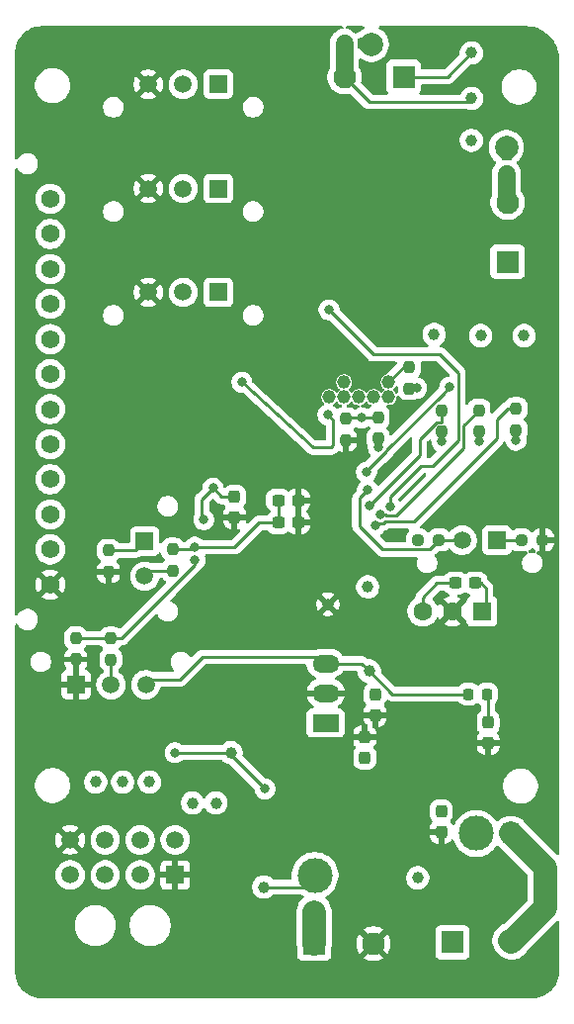
<source format=gbr>
%TF.GenerationSoftware,KiCad,Pcbnew,9.0.0*%
%TF.CreationDate,2025-03-23T00:24:25-05:00*%
%TF.ProjectId,WaterBlasterV2,57617465-7242-46c6-9173-74657256322e,rev?*%
%TF.SameCoordinates,Original*%
%TF.FileFunction,Copper,L2,Bot*%
%TF.FilePolarity,Positive*%
%FSLAX46Y46*%
G04 Gerber Fmt 4.6, Leading zero omitted, Abs format (unit mm)*
G04 Created by KiCad (PCBNEW 9.0.0) date 2025-03-23 00:24:25*
%MOMM*%
%LPD*%
G01*
G04 APERTURE LIST*
G04 Aperture macros list*
%AMRoundRect*
0 Rectangle with rounded corners*
0 $1 Rounding radius*
0 $2 $3 $4 $5 $6 $7 $8 $9 X,Y pos of 4 corners*
0 Add a 4 corners polygon primitive as box body*
4,1,4,$2,$3,$4,$5,$6,$7,$8,$9,$2,$3,0*
0 Add four circle primitives for the rounded corners*
1,1,$1+$1,$2,$3*
1,1,$1+$1,$4,$5*
1,1,$1+$1,$6,$7*
1,1,$1+$1,$8,$9*
0 Add four rect primitives between the rounded corners*
20,1,$1+$1,$2,$3,$4,$5,0*
20,1,$1+$1,$4,$5,$6,$7,0*
20,1,$1+$1,$6,$7,$8,$9,0*
20,1,$1+$1,$8,$9,$2,$3,0*%
G04 Aperture macros list end*
%TA.AperFunction,ComponentPad*%
%ADD10C,1.168400*%
%TD*%
%TA.AperFunction,ComponentPad*%
%ADD11C,1.000000*%
%TD*%
%TA.AperFunction,ComponentPad*%
%ADD12R,1.520000X1.520000*%
%TD*%
%TA.AperFunction,ComponentPad*%
%ADD13C,1.520000*%
%TD*%
%TA.AperFunction,ComponentPad*%
%ADD14C,1.574800*%
%TD*%
%TA.AperFunction,ComponentPad*%
%ADD15R,1.950000X1.950000*%
%TD*%
%TA.AperFunction,ComponentPad*%
%ADD16C,1.950000*%
%TD*%
%TA.AperFunction,SMDPad,CuDef*%
%ADD17RoundRect,0.237500X-0.237500X0.300000X-0.237500X-0.300000X0.237500X-0.300000X0.237500X0.300000X0*%
%TD*%
%TA.AperFunction,SMDPad,CuDef*%
%ADD18RoundRect,0.218750X-0.218750X-0.256250X0.218750X-0.256250X0.218750X0.256250X-0.218750X0.256250X0*%
%TD*%
%TA.AperFunction,SMDPad,CuDef*%
%ADD19RoundRect,0.237500X0.300000X0.237500X-0.300000X0.237500X-0.300000X-0.237500X0.300000X-0.237500X0*%
%TD*%
%TA.AperFunction,SMDPad,CuDef*%
%ADD20RoundRect,0.250000X0.625000X-0.375000X0.625000X0.375000X-0.625000X0.375000X-0.625000X-0.375000X0*%
%TD*%
%TA.AperFunction,SMDPad,CuDef*%
%ADD21RoundRect,0.250001X-0.462499X-0.624999X0.462499X-0.624999X0.462499X0.624999X-0.462499X0.624999X0*%
%TD*%
%TA.AperFunction,SMDPad,CuDef*%
%ADD22RoundRect,0.237500X-0.300000X-0.237500X0.300000X-0.237500X0.300000X0.237500X-0.300000X0.237500X0*%
%TD*%
%TA.AperFunction,ComponentPad*%
%ADD23R,2.300000X1.500000*%
%TD*%
%TA.AperFunction,ComponentPad*%
%ADD24O,2.300000X1.500000*%
%TD*%
%TA.AperFunction,SMDPad,CuDef*%
%ADD25RoundRect,0.218750X-0.256250X0.218750X-0.256250X-0.218750X0.256250X-0.218750X0.256250X0.218750X0*%
%TD*%
%TA.AperFunction,SMDPad,CuDef*%
%ADD26RoundRect,0.237500X0.237500X-0.300000X0.237500X0.300000X-0.237500X0.300000X-0.237500X-0.300000X0*%
%TD*%
%TA.AperFunction,SMDPad,CuDef*%
%ADD27RoundRect,0.218750X0.218750X0.256250X-0.218750X0.256250X-0.218750X-0.256250X0.218750X-0.256250X0*%
%TD*%
%TA.AperFunction,SMDPad,CuDef*%
%ADD28RoundRect,0.237500X0.250000X0.237500X-0.250000X0.237500X-0.250000X-0.237500X0.250000X-0.237500X0*%
%TD*%
%TA.AperFunction,SMDPad,CuDef*%
%ADD29RoundRect,0.237500X0.237500X-0.250000X0.237500X0.250000X-0.237500X0.250000X-0.237500X-0.250000X0*%
%TD*%
%TA.AperFunction,SMDPad,CuDef*%
%ADD30RoundRect,0.237500X-0.237500X0.250000X-0.237500X-0.250000X0.237500X-0.250000X0.237500X0.250000X0*%
%TD*%
%TA.AperFunction,ComponentPad*%
%ADD31C,1.605000*%
%TD*%
%TA.AperFunction,ComponentPad*%
%ADD32R,1.605000X1.605000*%
%TD*%
%TA.AperFunction,ViaPad*%
%ADD33C,0.800000*%
%TD*%
%TA.AperFunction,ViaPad*%
%ADD34C,2.000000*%
%TD*%
%TA.AperFunction,ViaPad*%
%ADD35C,3.000000*%
%TD*%
%TA.AperFunction,Conductor*%
%ADD36C,0.250000*%
%TD*%
%TA.AperFunction,Conductor*%
%ADD37C,2.000000*%
%TD*%
%TA.AperFunction,Conductor*%
%ADD38C,1.500000*%
%TD*%
G04 APERTURE END LIST*
D10*
%TO.P,J3,10,~{RESET}*%
%TO.N,/MCU/RESET*%
X123317000Y-86868000D03*
%TO.P,J3,9,GND*%
%TO.N,GND*%
X123317000Y-85598000D03*
%TO.P,J3,8,TDI*%
%TO.N,unconnected-(J3-TDI-Pad8)*%
X124587000Y-86868000D03*
%TO.P,J3,7,RTCK*%
%TO.N,unconnected-(J3-RTCK-Pad7)*%
X124587000Y-85598000D03*
%TO.P,J3,6,TDO*%
%TO.N,unconnected-(J3-TDO-Pad6)*%
X125857000Y-86868000D03*
%TO.P,J3,5,GND*%
%TO.N,GND*%
X125857000Y-85598000D03*
%TO.P,J3,4,TCLK*%
%TO.N,/MCU/SWCLK*%
X127127000Y-86868000D03*
%TO.P,J3,3,GND*%
%TO.N,GND*%
X127127000Y-85598000D03*
%TO.P,J3,2,TMS*%
%TO.N,/MCU/SWDIO*%
X128397000Y-86868000D03*
%TO.P,J3,1,VCC*%
%TO.N,Net-(J3-VCC)*%
X128397000Y-85598000D03*
%TD*%
D11*
%TO.P,12V,1,1*%
%TO.N,+12V*%
X117700000Y-128800000D03*
%TD*%
%TO.P,GND,1,1*%
%TO.N,GND*%
X123200000Y-104600000D03*
%TD*%
%TO.P,P+,1,1*%
%TO.N,Net-(J7-Pin_2)*%
X141800000Y-128100000D03*
%TD*%
%TO.P,P-,1,1*%
%TO.N,Net-(J7-Pin_1)*%
X130900000Y-128000000D03*
%TD*%
D12*
%TO.P,J2,1,1*%
%TO.N,GND*%
X110109000Y-127762000D03*
D13*
%TO.P,J2,2,2*%
%TO.N,+3V3*%
X107109001Y-127762000D03*
%TO.P,J2,3,3*%
%TO.N,/Display/{slash}RESET*%
X104109002Y-127762000D03*
%TO.P,J2,4,4*%
%TO.N,/Display/{slash}CS*%
X101109003Y-127762000D03*
%TO.P,J2,5,5*%
%TO.N,/Display/SDI*%
X110109000Y-124762001D03*
%TO.P,J2,6,6*%
%TO.N,/Display/SDO*%
X107109001Y-124762001D03*
%TO.P,J2,7,7*%
%TO.N,/Display/SCLK*%
X104109002Y-124762001D03*
%TO.P,J2,8,8*%
%TO.N,GND*%
X101109003Y-124762001D03*
%TD*%
D14*
%TO.P,J4,12,Pin_12*%
%TO.N,+3V3*%
X99400000Y-69900005D03*
%TO.P,J4,11,Pin_11*%
%TO.N,/IO/Power*%
X99400000Y-72900004D03*
%TO.P,J4,10,Pin_10*%
%TO.N,/IO/Select*%
X99400000Y-75900003D03*
%TO.P,J4,9,Pin_9*%
%TO.N,/IO/Back*%
X99400000Y-78900002D03*
%TO.P,J4,8,Pin_8*%
%TO.N,/IO/DPadUp*%
X99400000Y-81900001D03*
%TO.P,J4,7,Pin_7*%
%TO.N,/IO/DPadRight*%
X99400000Y-84900000D03*
%TO.P,J4,6,Pin_6*%
%TO.N,/IO/DPadDown*%
X99400000Y-87900000D03*
%TO.P,J4,5,Pin_5*%
%TO.N,/IO/DPadLeft*%
X99400000Y-90899999D03*
%TO.P,J4,4,Pin_4*%
%TO.N,/IO/EncoderA*%
X99400000Y-93899998D03*
%TO.P,J4,3,Pin_3*%
%TO.N,/IO/EncoderB*%
X99400000Y-96899997D03*
%TO.P,J4,2,Pin_2*%
%TO.N,/IO/EncoderButton*%
X99400000Y-99899996D03*
%TO.P,J4,1,Pin_1*%
%TO.N,GND*%
X99400000Y-102899995D03*
%TD*%
D12*
%TO.P,J5,1,Pin_1*%
%TO.N,Net-(J5-Pin_1)*%
X137700000Y-99100000D03*
D13*
%TO.P,J5,2,Pin_2*%
%TO.N,/IO/Trigger*%
X134700000Y-99100000D03*
%TD*%
%TO.P,Filler,2,Pin_2*%
%TO.N,/IO/Filler*%
X107500000Y-102200000D03*
D12*
%TO.P,Filler,1,Pin_1*%
%TO.N,Net-(J6-Pin_1)*%
X107500000Y-99200000D03*
%TD*%
D13*
%TO.P,J10,3,Pin_3*%
%TO.N,GND*%
X107800000Y-77900000D03*
%TO.P,J10,2,Pin_2*%
%TO.N,+3V3*%
X110800000Y-77900000D03*
D12*
%TO.P,J10,1,Pin_1*%
%TO.N,/MCU/LeakSensor1*%
X113800000Y-77900000D03*
%TD*%
D13*
%TO.P,J11,3,Pin_3*%
%TO.N,GND*%
X107800000Y-69015000D03*
%TO.P,J11,2,Pin_2*%
%TO.N,+3V3*%
X110800000Y-69015000D03*
D12*
%TO.P,J11,1,Pin_1*%
%TO.N,/MCU/LeakSensor2*%
X113800000Y-69015000D03*
%TD*%
D13*
%TO.P,PressSens,3,Pin_3*%
%TO.N,+5V*%
X107600000Y-111485000D03*
%TO.P,PressSens,2,Pin_2*%
%TO.N,Net-(J12-Pin_2)*%
X104600000Y-111485000D03*
D12*
%TO.P,PressSens,1,Pin_1*%
%TO.N,GND*%
X101600000Y-111485000D03*
%TD*%
D13*
%TO.P,J13,3,Pin_3*%
%TO.N,GND*%
X107800000Y-60100000D03*
%TO.P,J13,2,Pin_2*%
%TO.N,+3V3*%
X110800000Y-60100000D03*
D12*
%TO.P,J13,1,Pin_1*%
%TO.N,/MCU/LeakSensor3*%
X113800000Y-60100000D03*
%TD*%
D15*
%TO.P,J1,1,Pin_1*%
%TO.N,Net-(J1-Pin_1)*%
X122020000Y-133625000D03*
D16*
%TO.P,J1,2,Pin_2*%
%TO.N,GND*%
X127100000Y-133625000D03*
%TD*%
%TO.P,J14,2,Pin_2*%
%TO.N,Net-(J14-Pin_2)*%
X124620000Y-59475000D03*
D15*
%TO.P,J14,1,Pin_1*%
%TO.N,Net-(J14-Pin_1)*%
X129700000Y-59475000D03*
%TD*%
D17*
%TO.P,C3,2*%
%TO.N,GND*%
X136930000Y-116442500D03*
%TO.P,C3,1*%
%TO.N,Net-(C3-Pad1)*%
X136930000Y-114717500D03*
%TD*%
D18*
%TO.P,F2,2*%
%TO.N,Net-(C3-Pad1)*%
X136827500Y-112280000D03*
%TO.P,F2,1*%
%TO.N,+5V*%
X135252500Y-112280000D03*
%TD*%
D19*
%TO.P,C5,2*%
%TO.N,+3V3*%
X134107500Y-102770000D03*
%TO.P,C5,1*%
%TO.N,Net-(PS1-+VIN)*%
X135832500Y-102770000D03*
%TD*%
D20*
%TO.P,F1,2*%
%TO.N,+12V*%
X122000000Y-128100000D03*
%TO.P,F1,1*%
%TO.N,Net-(J1-Pin_1)*%
X122000000Y-130900000D03*
%TD*%
D15*
%TO.P,J9,1,Pin_1*%
%TO.N,Net-(J9-Pin_1)*%
X138600000Y-75280000D03*
D16*
%TO.P,J9,2,Pin_2*%
%TO.N,Net-(J9-Pin_2)*%
X138600000Y-70200000D03*
%TD*%
D15*
%TO.P,J7,1,Pin_1*%
%TO.N,Net-(J7-Pin_1)*%
X133872500Y-133525000D03*
D16*
%TO.P,J7,2,Pin_2*%
%TO.N,Net-(J7-Pin_2)*%
X138952500Y-133525000D03*
%TD*%
D21*
%TO.P,F3,2*%
%TO.N,Net-(J7-Pin_2)*%
X138887500Y-124200000D03*
%TO.P,F3,1*%
%TO.N,+12V*%
X135912500Y-124200000D03*
%TD*%
D22*
%TO.P,C7,2*%
%TO.N,GND*%
X120662500Y-97600000D03*
%TO.P,C7,1*%
%TO.N,+3V3*%
X118937500Y-97600000D03*
%TD*%
D23*
%TO.P,U1,1,IN*%
%TO.N,Net-(U1-IN)*%
X123007500Y-114747000D03*
D24*
%TO.P,U1,2,GND*%
%TO.N,GND*%
X123007500Y-112207000D03*
%TO.P,U1,3,OUT*%
%TO.N,+5V*%
X123007500Y-109667000D03*
%TD*%
D25*
%TO.P,F5,1*%
%TO.N,+12V*%
X138500000Y-66200000D03*
%TO.P,F5,2*%
%TO.N,Net-(J9-Pin_2)*%
X138500000Y-67775000D03*
%TD*%
D22*
%TO.P,C8,1*%
%TO.N,+3V3*%
X118937500Y-95700000D03*
%TO.P,C8,2*%
%TO.N,GND*%
X120662500Y-95700000D03*
%TD*%
D17*
%TO.P,C1,1*%
%TO.N,+12V*%
X132920000Y-122327500D03*
%TO.P,C1,2*%
%TO.N,GND*%
X132920000Y-124052500D03*
%TD*%
D26*
%TO.P,C2,1*%
%TO.N,Net-(U1-IN)*%
X126350000Y-117712500D03*
%TO.P,C2,2*%
%TO.N,GND*%
X126350000Y-115987500D03*
%TD*%
D17*
%TO.P,C4,1*%
%TO.N,Net-(PS1-+VIN)*%
X127240000Y-112337500D03*
%TO.P,C4,2*%
%TO.N,GND*%
X127240000Y-114062500D03*
%TD*%
%TO.P,C6,1*%
%TO.N,/MCU/RESET*%
X115189000Y-95403500D03*
%TO.P,C6,2*%
%TO.N,GND*%
X115189000Y-97128500D03*
%TD*%
D27*
%TO.P,F4,1*%
%TO.N,+12V*%
X126187500Y-56600000D03*
%TO.P,F4,2*%
%TO.N,Net-(J14-Pin_2)*%
X124612500Y-56600000D03*
%TD*%
D28*
%TO.P,R7,1*%
%TO.N,/IO/Trigger*%
X132712500Y-99100000D03*
%TO.P,R7,2*%
%TO.N,+3V3*%
X130887500Y-99100000D03*
%TD*%
D29*
%TO.P,R8,1*%
%TO.N,/IO/Filler*%
X109900000Y-101712500D03*
%TO.P,R8,2*%
%TO.N,+3V3*%
X109900000Y-99887500D03*
%TD*%
D28*
%TO.P,R9,1*%
%TO.N,GND*%
X141612500Y-99100000D03*
%TO.P,R9,2*%
%TO.N,Net-(J5-Pin_1)*%
X139787500Y-99100000D03*
%TD*%
D29*
%TO.P,R10,1*%
%TO.N,GND*%
X104400000Y-101812500D03*
%TO.P,R10,2*%
%TO.N,Net-(J6-Pin_1)*%
X104400000Y-99987500D03*
%TD*%
D30*
%TO.P,R11,1*%
%TO.N,/MCU/PressureTransducer*%
X104600000Y-107500000D03*
%TO.P,R11,2*%
%TO.N,Net-(J12-Pin_2)*%
X104600000Y-109325000D03*
%TD*%
D29*
%TO.P,R12,1*%
%TO.N,GND*%
X101600000Y-109312500D03*
%TO.P,R12,2*%
%TO.N,/MCU/PressureTransducer*%
X101600000Y-107487500D03*
%TD*%
D11*
%TO.P,TP1,1,1*%
%TO.N,+5V*%
X126750000Y-110300000D03*
%TD*%
D31*
%TO.P,PS1,3,+VOUT*%
%TO.N,+3V3*%
X131317500Y-105195000D03*
%TO.P,PS1,2,GND*%
%TO.N,GND*%
X133857500Y-105195000D03*
D32*
%TO.P,PS1,1,+VIN*%
%TO.N,Net-(PS1-+VIN)*%
X136397500Y-105195000D03*
%TD*%
D30*
%TO.P,R6,1*%
%TO.N,/IO/LED3*%
X132969000Y-87987500D03*
%TO.P,R6,2*%
%TO.N,Net-(D3-A)*%
X132969000Y-89812500D03*
%TD*%
D29*
%TO.P,R3,1*%
%TO.N,+3V3*%
X130175000Y-86129500D03*
%TO.P,R3,2*%
%TO.N,Net-(J3-VCC)*%
X130175000Y-84304500D03*
%TD*%
%TO.P,R2,1*%
%TO.N,GND*%
X124714000Y-90551000D03*
%TO.P,R2,2*%
%TO.N,/MCU/SWCLK*%
X124714000Y-88726000D03*
%TD*%
D30*
%TO.P,R5,1*%
%TO.N,/IO/LED2*%
X136144000Y-87987500D03*
%TO.P,R5,2*%
%TO.N,Net-(D2-A)*%
X136144000Y-89812500D03*
%TD*%
%TO.P,R4,1*%
%TO.N,/IO/LED1*%
X139319000Y-87860500D03*
%TO.P,R4,2*%
%TO.N,Net-(D1-A)*%
X139319000Y-89685500D03*
%TD*%
D29*
%TO.P,R1,1*%
%TO.N,+3V3*%
X127508000Y-90424000D03*
%TO.P,R1,2*%
%TO.N,/MCU/SWCLK*%
X127508000Y-88599000D03*
%TD*%
D11*
%TO.P,SVC,1,1*%
%TO.N,/MCU/ValveControl*%
X135500000Y-64900000D03*
%TD*%
%TO.P,SDO,1,1*%
%TO.N,/Display/SDO*%
X105600000Y-119800000D03*
%TD*%
%TO.P,SDI,1,1*%
%TO.N,/Display/SDI*%
X107900000Y-119800000D03*
%TD*%
%TO.P,CLK,1,1*%
%TO.N,/Display/SCLK*%
X103300000Y-119800000D03*
%TD*%
%TO.P,~{CS},1,1*%
%TO.N,/Display/{slash}CS*%
X111600000Y-121600000D03*
%TD*%
%TO.P,~{RST},1,1*%
%TO.N,/Display/{slash}RESET*%
X113600000Y-121600000D03*
%TD*%
%TO.P,LEDC,1,1*%
%TO.N,/MCU/LEDControl*%
X132300000Y-81500000D03*
%TD*%
%TO.P,LED-,1,1*%
%TO.N,Net-(J9-Pin_1)*%
X136300000Y-81600000D03*
%TD*%
%TO.P,LED+,1,1*%
%TO.N,Net-(J9-Pin_2)*%
X140000000Y-81600000D03*
%TD*%
%TO.P,PC,1,1*%
%TO.N,/MCU/PumpControl*%
X114900000Y-117300000D03*
%TD*%
%TO.P,3v3,1,1*%
%TO.N,+3V3*%
X126600000Y-103100000D03*
%TD*%
%TO.P,SV+,1,1*%
%TO.N,Net-(J14-Pin_2)*%
X135500000Y-61300000D03*
%TD*%
%TO.P,SV-,1,1*%
%TO.N,Net-(J14-Pin_1)*%
X135500000Y-57400000D03*
%TD*%
D33*
%TO.N,+3V3*%
X118937500Y-95700000D03*
%TO.N,+12V*%
X132920000Y-122327500D03*
D34*
X138500000Y-65500000D03*
D33*
%TO.N,/MCU/LEDControl*%
X133641000Y-86000000D03*
X126500000Y-93300000D03*
D34*
%TO.N,+12V*%
X126937233Y-56685758D03*
%TO.N,GND*%
X132600000Y-76800000D03*
X124800000Y-73800000D03*
D33*
%TO.N,/MCU/PumpControl*%
X117800000Y-120400000D03*
X110100000Y-117300000D03*
%TO.N,Net-(PS1-+VIN)*%
X127240000Y-112337500D03*
%TO.N,Net-(C3-Pad1)*%
X136930000Y-114717500D03*
%TO.N,Net-(U1-IN)*%
X126350000Y-117800000D03*
%TO.N,/MCU/PressureTransducer*%
X111800000Y-100800000D03*
%TO.N,/IO/Trigger*%
X126600000Y-94800000D03*
%TO.N,+3V3*%
X130887500Y-99100000D03*
D35*
%TO.N,GND*%
X117800000Y-124900000D03*
%TO.N,+12V*%
X122100000Y-127800000D03*
D33*
%TO.N,/MCU/ValveControl*%
X123300000Y-79400000D03*
%TO.N,/MCU/RESET*%
X113358347Y-94658347D03*
X112550000Y-97350000D03*
%TO.N,+3V3*%
X111800000Y-99700000D03*
%TO.N,GND*%
X110744000Y-93218000D03*
X113792000Y-96647000D03*
X137668000Y-93218000D03*
%TO.N,+3V3*%
X130810000Y-86106000D03*
X127508000Y-91186000D03*
D35*
%TO.N,+12V*%
X135912500Y-124200000D03*
D33*
%TO.N,/MCU/RESET*%
X123190000Y-88392000D03*
X115824000Y-85598000D03*
%TO.N,Net-(D1-A)*%
X139319000Y-90551000D03*
%TO.N,Net-(D2-A)*%
X136144000Y-90678000D03*
%TO.N,Net-(D3-A)*%
X132969000Y-90678000D03*
%TO.N,/IO/LED1*%
X127283595Y-97840341D03*
%TO.N,/IO/LED2*%
X127660288Y-96914000D03*
%TO.N,/IO/LED3*%
X126746000Y-96139000D03*
%TO.N,/MCU/SWCLK*%
X126111000Y-88646000D03*
%TO.N,/MCU/ValveControl*%
X128524000Y-96266000D03*
%TD*%
D36*
%TO.N,+12V*%
X122100000Y-127800000D02*
X121100000Y-128800000D01*
X121100000Y-128800000D02*
X117700000Y-128800000D01*
%TO.N,+3V3*%
X115200000Y-99700000D02*
X117300000Y-97600000D01*
X117300000Y-97600000D02*
X118937500Y-97600000D01*
D37*
%TO.N,Net-(J7-Pin_2)*%
X141800000Y-127200000D02*
X141800000Y-130572500D01*
X141800000Y-130572500D02*
X138900000Y-133472500D01*
X138887500Y-124200000D02*
X141800000Y-127112500D01*
X141800000Y-127112500D02*
X141800000Y-127200000D01*
X138800000Y-133372500D02*
X138900000Y-133472500D01*
D36*
%TO.N,/MCU/PumpControl*%
X110100000Y-117300000D02*
X114700000Y-117300000D01*
X114700000Y-117300000D02*
X117800000Y-120400000D01*
%TO.N,Net-(J14-Pin_1)*%
X129700000Y-59475000D02*
X133425000Y-59475000D01*
X133425000Y-59475000D02*
X135500000Y-57400000D01*
%TO.N,Net-(J14-Pin_2)*%
X124620000Y-59475000D02*
X126745000Y-61600000D01*
X126745000Y-61600000D02*
X135600000Y-61600000D01*
%TO.N,Net-(C3-Pad1)*%
X136930000Y-114717500D02*
X136930000Y-112382500D01*
X136930000Y-112382500D02*
X136827500Y-112280000D01*
%TO.N,/MCU/RESET*%
X112400000Y-95616694D02*
X113358347Y-94658347D01*
X112550000Y-97350000D02*
X112400000Y-97200000D01*
X112400000Y-97200000D02*
X112400000Y-95616694D01*
%TO.N,+3V3*%
X115200000Y-99700000D02*
X111800000Y-99700000D01*
%TO.N,/IO/Trigger*%
X126600000Y-94800000D02*
X125900000Y-95500000D01*
X125900000Y-95500000D02*
X125900000Y-97900000D01*
X125900000Y-97900000D02*
X127900000Y-99900000D01*
X127900000Y-99900000D02*
X131912500Y-99900000D01*
X131912500Y-99900000D02*
X132712500Y-99100000D01*
%TO.N,/IO/LED1*%
X127283595Y-97840341D02*
X127483936Y-97640000D01*
X127483936Y-97640000D02*
X127961008Y-97640000D01*
X127961008Y-97640000D02*
X128101008Y-97500000D01*
X128101008Y-97500000D02*
X130600000Y-97500000D01*
X130600000Y-97500000D02*
X137668000Y-90432000D01*
X138580500Y-87860500D02*
X139319000Y-87860500D01*
X137668000Y-90432000D02*
X137668000Y-88773000D01*
X137668000Y-88773000D02*
X138580500Y-87860500D01*
X127283595Y-97840341D02*
X127076659Y-97840341D01*
%TO.N,/IO/Trigger*%
X132712500Y-99100000D02*
X134700000Y-99100000D01*
D38*
%TO.N,Net-(J9-Pin_2)*%
X138500000Y-67775000D02*
X138500000Y-70100000D01*
D36*
X138500000Y-70100000D02*
X138600000Y-70200000D01*
D38*
%TO.N,Net-(J14-Pin_2)*%
X124612500Y-56600000D02*
X124612500Y-59392500D01*
D36*
X124612500Y-59392500D02*
X124620000Y-59400000D01*
%TO.N,/MCU/LEDControl*%
X128234000Y-91431510D02*
X128234000Y-91486720D01*
X133077350Y-86588160D02*
X128234000Y-91431510D01*
X133077350Y-86563650D02*
X133077350Y-86588160D01*
X133641000Y-86000000D02*
X133077350Y-86563650D01*
X128234000Y-91486720D02*
X127808720Y-91912000D01*
X127808720Y-91912000D02*
X127753510Y-91912000D01*
X127753510Y-91912000D02*
X126500000Y-93165510D01*
X126500000Y-93165510D02*
X126500000Y-93300000D01*
%TO.N,/MCU/ValveControl*%
X123300000Y-79400000D02*
X127100000Y-83200000D01*
X127100000Y-83200000D02*
X132800000Y-83200000D01*
X132800000Y-83200000D02*
X134366000Y-84766000D01*
X134366000Y-90551000D02*
X132170000Y-92747000D01*
X134366000Y-84766000D02*
X134366000Y-90551000D01*
X132170000Y-92747000D02*
X131144695Y-92747000D01*
X128524000Y-95367695D02*
X128524000Y-96266000D01*
X131144695Y-92747000D02*
X128524000Y-95367695D01*
%TO.N,+5V*%
X135252500Y-112280000D02*
X128730000Y-112280000D01*
X128730000Y-112280000D02*
X126750000Y-110300000D01*
%TO.N,Net-(PS1-+VIN)*%
X136397500Y-105195000D02*
X136750000Y-104842500D01*
X136750000Y-104842500D02*
X136750000Y-103220000D01*
X136750000Y-103220000D02*
X136300000Y-102770000D01*
X136300000Y-102770000D02*
X135832500Y-102770000D01*
%TO.N,+3V3*%
X134107500Y-102770000D02*
X132550000Y-102770000D01*
X132550000Y-102770000D02*
X131317500Y-104002500D01*
X131317500Y-104002500D02*
X131317500Y-105195000D01*
%TO.N,+5V*%
X123007500Y-109667000D02*
X122440500Y-109100000D01*
X110542385Y-111012385D02*
X108072615Y-111012385D01*
X122440500Y-109100000D02*
X112454770Y-109100000D01*
X112454770Y-109100000D02*
X110542385Y-111012385D01*
X108072615Y-111012385D02*
X107600000Y-111485000D01*
X123007500Y-109667000D02*
X126117000Y-109667000D01*
X126117000Y-109667000D02*
X126750000Y-110300000D01*
%TO.N,GND*%
X101600000Y-109312500D02*
X101600000Y-111485000D01*
%TO.N,Net-(J12-Pin_2)*%
X104600000Y-109325000D02*
X104600000Y-111485000D01*
%TO.N,/MCU/PressureTransducer*%
X101600000Y-107487500D02*
X104587500Y-107487500D01*
X104587500Y-107487500D02*
X104600000Y-107500000D01*
X111800000Y-100800000D02*
X111800000Y-101200000D01*
X111800000Y-101200000D02*
X105500000Y-107500000D01*
X105500000Y-107500000D02*
X104600000Y-107500000D01*
%TO.N,GND*%
X101500000Y-111585000D02*
X101600000Y-111485000D01*
%TO.N,Net-(J12-Pin_2)*%
X104700000Y-111585000D02*
X104600000Y-111485000D01*
%TO.N,Net-(J5-Pin_1)*%
X139787500Y-99100000D02*
X137700000Y-99100000D01*
%TO.N,Net-(J7-Pin_2)*%
X138900000Y-133472500D02*
X138952500Y-133525000D01*
D37*
%TO.N,Net-(J1-Pin_1)*%
X122020000Y-133625000D02*
X122020000Y-130920000D01*
D36*
X122020000Y-130920000D02*
X122000000Y-130900000D01*
%TO.N,/MCU/RESET*%
X115189000Y-95403500D02*
X114103500Y-95403500D01*
X114103500Y-95403500D02*
X113358347Y-94658347D01*
%TO.N,+3V3*%
X111412500Y-99887500D02*
X111700000Y-99600000D01*
X109900000Y-99887500D02*
X111412500Y-99887500D01*
%TO.N,Net-(J6-Pin_1)*%
X104400000Y-99987500D02*
X106712500Y-99987500D01*
X106712500Y-99987500D02*
X107500000Y-99200000D01*
%TO.N,/IO/Filler*%
X109900000Y-101712500D02*
X107987500Y-101712500D01*
X107987500Y-101712500D02*
X107500000Y-102200000D01*
%TO.N,/MCU/RESET*%
X123661000Y-88863000D02*
X123661000Y-90969000D01*
X123661000Y-90969000D02*
X123444000Y-91186000D01*
X123444000Y-91186000D02*
X121920000Y-91186000D01*
X121920000Y-91186000D02*
X115824000Y-85598000D01*
X123190000Y-88392000D02*
X123661000Y-88863000D01*
%TO.N,Net-(D1-A)*%
X139319000Y-90551000D02*
X139319000Y-90297000D01*
X139319000Y-89685500D02*
X139319000Y-90551000D01*
%TO.N,Net-(D2-A)*%
X136144000Y-89812500D02*
X136144000Y-90678000D01*
%TO.N,Net-(D3-A)*%
X132969000Y-89812500D02*
X132969000Y-90678000D01*
%TO.N,Net-(J3-VCC)*%
X129690500Y-84304500D02*
X128397000Y-85598000D01*
X130175000Y-84304500D02*
X129690500Y-84304500D01*
%TO.N,/IO/LED2*%
X128223695Y-96991000D02*
X129063500Y-96991000D01*
X128146695Y-96914000D02*
X128223695Y-96991000D01*
X134816000Y-89315500D02*
X136144000Y-87987500D01*
X127660288Y-96914000D02*
X128146695Y-96914000D01*
X129063500Y-96991000D02*
X134816000Y-91238500D01*
X134816000Y-91238500D02*
X134816000Y-89315500D01*
%TO.N,/IO/LED3*%
X132969000Y-89000000D02*
X132498505Y-89000000D01*
X126746000Y-96139000D02*
X126619000Y-96012000D01*
X131064000Y-91821000D02*
X126746000Y-96139000D01*
X132969000Y-87987500D02*
X132969000Y-89000000D01*
X131064000Y-90434505D02*
X131064000Y-91821000D01*
X132498505Y-89000000D02*
X131064000Y-90434505D01*
%TO.N,/MCU/SWCLK*%
X127508000Y-88599000D02*
X126158000Y-88599000D01*
X124794000Y-88646000D02*
X124714000Y-88726000D01*
X126111000Y-88646000D02*
X124794000Y-88646000D01*
X126158000Y-88599000D02*
X126111000Y-88646000D01*
%TO.N,+3V3*%
X118937500Y-95700000D02*
X118937500Y-97600000D01*
%TD*%
%TA.AperFunction,Conductor*%
%TO.N,GND*%
G36*
X133177558Y-103415185D02*
G01*
X133216058Y-103454404D01*
X133224660Y-103468350D01*
X133346650Y-103590340D01*
X133493484Y-103680908D01*
X133535271Y-103694755D01*
X133592715Y-103734526D01*
X133619538Y-103799042D01*
X133607223Y-103867818D01*
X133559680Y-103919018D01*
X133534585Y-103930391D01*
X133357508Y-103987927D01*
X133174838Y-104081003D01*
X133129787Y-104113733D01*
X133129787Y-104113734D01*
X133699513Y-104683460D01*
X133650998Y-104696460D01*
X133529003Y-104766894D01*
X133429394Y-104866503D01*
X133358960Y-104988498D01*
X133345960Y-105037013D01*
X132776234Y-104467287D01*
X132776233Y-104467287D01*
X132743502Y-104512341D01*
X132698264Y-104601124D01*
X132650290Y-104651919D01*
X132582468Y-104668714D01*
X132516334Y-104646176D01*
X132477295Y-104601123D01*
X132432058Y-104512341D01*
X132431925Y-104512079D01*
X132361595Y-104415278D01*
X132311378Y-104346159D01*
X132311374Y-104346154D01*
X132172585Y-104207365D01*
X132139100Y-104146042D01*
X132144084Y-104076350D01*
X132172582Y-104032006D01*
X132772771Y-103431819D01*
X132834094Y-103398334D01*
X132860452Y-103395500D01*
X133110519Y-103395500D01*
X133177558Y-103415185D01*
G37*
%TD.AperFunction*%
%TA.AperFunction,Conductor*%
G36*
X135013334Y-103547870D02*
G01*
X135057681Y-103576371D01*
X135071650Y-103590340D01*
X135218484Y-103680908D01*
X135336306Y-103719950D01*
X135393749Y-103759721D01*
X135420572Y-103824237D01*
X135408257Y-103893013D01*
X135360714Y-103944213D01*
X135356732Y-103946484D01*
X135352670Y-103948702D01*
X135237455Y-104034952D01*
X135237452Y-104034955D01*
X135151206Y-104150164D01*
X135151202Y-104150171D01*
X135100908Y-104285017D01*
X135097331Y-104318295D01*
X135094501Y-104344623D01*
X135094500Y-104344635D01*
X135094500Y-104345401D01*
X135094449Y-104345572D01*
X135094322Y-104347952D01*
X135093759Y-104347921D01*
X135074815Y-104412440D01*
X135022011Y-104458195D01*
X134960771Y-104469019D01*
X134938764Y-104467287D01*
X134369039Y-105037012D01*
X134356040Y-104988498D01*
X134285606Y-104866503D01*
X134185997Y-104766894D01*
X134064002Y-104696460D01*
X134015485Y-104683459D01*
X134585211Y-104113734D01*
X134585211Y-104113733D01*
X134540161Y-104081003D01*
X134357490Y-103987927D01*
X134355962Y-103987431D01*
X134355454Y-103987083D01*
X134352994Y-103986065D01*
X134353208Y-103985548D01*
X134298285Y-103947995D01*
X134271086Y-103883637D01*
X134282998Y-103814790D01*
X134330241Y-103763313D01*
X134394276Y-103745499D01*
X134456676Y-103745499D01*
X134456684Y-103745498D01*
X134456687Y-103745498D01*
X134512030Y-103739844D01*
X134557753Y-103735174D01*
X134721516Y-103680908D01*
X134868350Y-103590340D01*
X134882319Y-103576371D01*
X134943642Y-103542886D01*
X135013334Y-103547870D01*
G37*
%TD.AperFunction*%
%TA.AperFunction,Conductor*%
G36*
X124464027Y-55138185D02*
G01*
X124509782Y-55190989D01*
X124519726Y-55260147D01*
X124490701Y-55323703D01*
X124431923Y-55361477D01*
X124416386Y-55364973D01*
X124319673Y-55380290D01*
X124132470Y-55441117D01*
X123957094Y-55530476D01*
X123929248Y-55550708D01*
X123797854Y-55646172D01*
X123797852Y-55646174D01*
X123797851Y-55646174D01*
X123658674Y-55785351D01*
X123658674Y-55785352D01*
X123658672Y-55785354D01*
X123629853Y-55825020D01*
X123542976Y-55944594D01*
X123453617Y-56119970D01*
X123392790Y-56307173D01*
X123362000Y-56501577D01*
X123362000Y-58664124D01*
X123348485Y-58720419D01*
X123252601Y-58908599D01*
X123180831Y-59129485D01*
X123144500Y-59358870D01*
X123144500Y-59591129D01*
X123180831Y-59820514D01*
X123252601Y-60041400D01*
X123333007Y-60199204D01*
X123358039Y-60248331D01*
X123494551Y-60436224D01*
X123658776Y-60600449D01*
X123846669Y-60736961D01*
X123923279Y-60775996D01*
X124053599Y-60842398D01*
X124053601Y-60842398D01*
X124053604Y-60842400D01*
X124274486Y-60914169D01*
X124392668Y-60932886D01*
X124503871Y-60950500D01*
X124503876Y-60950500D01*
X124736129Y-60950500D01*
X124840392Y-60933985D01*
X124965514Y-60914169D01*
X125051042Y-60886378D01*
X125120880Y-60884384D01*
X125177039Y-60916629D01*
X126259139Y-61998729D01*
X126259142Y-61998733D01*
X126346267Y-62085858D01*
X126423190Y-62137256D01*
X126428990Y-62141132D01*
X126428993Y-62141134D01*
X126448710Y-62154309D01*
X126448712Y-62154310D01*
X126448715Y-62154312D01*
X126515396Y-62181931D01*
X126515398Y-62181933D01*
X126555640Y-62198601D01*
X126562548Y-62201463D01*
X126622971Y-62213481D01*
X126683393Y-62225500D01*
X126683394Y-62225500D01*
X135095258Y-62225500D01*
X135142710Y-62234939D01*
X135208165Y-62262051D01*
X135255496Y-62271465D01*
X135401456Y-62300500D01*
X135401459Y-62300500D01*
X135598543Y-62300500D01*
X135728582Y-62274632D01*
X135791835Y-62262051D01*
X135973914Y-62186632D01*
X136137782Y-62077139D01*
X136277139Y-61937782D01*
X136386632Y-61773914D01*
X136462051Y-61591835D01*
X136486382Y-61469517D01*
X136500500Y-61398543D01*
X136500500Y-61201456D01*
X136462052Y-61008170D01*
X136462051Y-61008169D01*
X136462051Y-61008165D01*
X136462049Y-61008160D01*
X136386635Y-60826092D01*
X136386628Y-60826079D01*
X136277139Y-60662218D01*
X136277136Y-60662214D01*
X136137785Y-60522863D01*
X136137781Y-60522860D01*
X135973920Y-60413371D01*
X135973907Y-60413364D01*
X135791839Y-60337950D01*
X135791829Y-60337947D01*
X135719967Y-60323653D01*
X135598543Y-60299500D01*
X135598541Y-60299500D01*
X135401459Y-60299500D01*
X135401457Y-60299500D01*
X135208170Y-60337947D01*
X135208160Y-60337950D01*
X135026092Y-60413364D01*
X135026079Y-60413371D01*
X134862218Y-60522860D01*
X134862214Y-60522863D01*
X134722863Y-60662214D01*
X134722860Y-60662218D01*
X134613371Y-60826079D01*
X134613364Y-60826092D01*
X134583600Y-60897952D01*
X134539760Y-60952356D01*
X134473466Y-60974421D01*
X134469039Y-60974500D01*
X131155286Y-60974500D01*
X131088247Y-60954815D01*
X131042492Y-60902011D01*
X131032548Y-60832853D01*
X131056019Y-60776189D01*
X131118796Y-60692331D01*
X131169091Y-60557483D01*
X131175500Y-60497873D01*
X131175500Y-60224500D01*
X131180667Y-60206902D01*
X138072500Y-60206902D01*
X138072500Y-60443097D01*
X138109446Y-60676368D01*
X138182433Y-60900996D01*
X138264191Y-61061453D01*
X138289657Y-61111433D01*
X138428483Y-61302510D01*
X138595490Y-61469517D01*
X138786567Y-61608343D01*
X138885991Y-61659002D01*
X138997003Y-61715566D01*
X138997005Y-61715566D01*
X138997008Y-61715568D01*
X139117412Y-61754689D01*
X139221631Y-61788553D01*
X139454903Y-61825500D01*
X139454908Y-61825500D01*
X139691097Y-61825500D01*
X139924368Y-61788553D01*
X140148992Y-61715568D01*
X140359433Y-61608343D01*
X140550510Y-61469517D01*
X140717517Y-61302510D01*
X140856343Y-61111433D01*
X140963568Y-60900992D01*
X141036553Y-60676368D01*
X141047065Y-60610000D01*
X141073500Y-60443097D01*
X141073500Y-60206902D01*
X141036553Y-59973631D01*
X140981706Y-59804832D01*
X140963568Y-59749008D01*
X140963566Y-59749005D01*
X140963566Y-59749003D01*
X140895864Y-59616131D01*
X140856343Y-59538567D01*
X140717517Y-59347490D01*
X140550510Y-59180483D01*
X140359433Y-59041657D01*
X140320703Y-59021923D01*
X140148996Y-58934433D01*
X139924368Y-58861446D01*
X139691097Y-58824500D01*
X139691092Y-58824500D01*
X139454908Y-58824500D01*
X139454903Y-58824500D01*
X139221631Y-58861446D01*
X138997003Y-58934433D01*
X138786566Y-59041657D01*
X138677550Y-59120862D01*
X138595490Y-59180483D01*
X138595488Y-59180485D01*
X138595487Y-59180485D01*
X138428485Y-59347487D01*
X138428485Y-59347488D01*
X138428483Y-59347490D01*
X138420215Y-59358870D01*
X138289657Y-59538566D01*
X138182433Y-59749003D01*
X138109446Y-59973631D01*
X138072500Y-60206902D01*
X131180667Y-60206902D01*
X131195185Y-60157461D01*
X131247989Y-60111706D01*
X131299500Y-60100500D01*
X133486608Y-60100500D01*
X133486608Y-60100499D01*
X133580077Y-60081908D01*
X133607452Y-60076463D01*
X133640792Y-60062652D01*
X133721286Y-60029312D01*
X133772509Y-59995084D01*
X133823733Y-59960858D01*
X133910858Y-59873733D01*
X133910859Y-59873731D01*
X133917925Y-59866665D01*
X133917928Y-59866661D01*
X135347770Y-58436819D01*
X135409093Y-58403334D01*
X135435451Y-58400500D01*
X135598543Y-58400500D01*
X135728582Y-58374632D01*
X135791835Y-58362051D01*
X135973914Y-58286632D01*
X136137782Y-58177139D01*
X136277139Y-58037782D01*
X136386632Y-57873914D01*
X136462051Y-57691835D01*
X136493927Y-57531586D01*
X136500500Y-57498543D01*
X136500500Y-57301456D01*
X136462052Y-57108170D01*
X136462051Y-57108169D01*
X136462051Y-57108165D01*
X136432626Y-57037126D01*
X136386635Y-56926092D01*
X136386628Y-56926079D01*
X136277139Y-56762218D01*
X136277136Y-56762214D01*
X136137785Y-56622863D01*
X136137781Y-56622860D01*
X135973920Y-56513371D01*
X135973907Y-56513364D01*
X135791839Y-56437950D01*
X135791829Y-56437947D01*
X135598543Y-56399500D01*
X135598541Y-56399500D01*
X135401459Y-56399500D01*
X135401457Y-56399500D01*
X135208170Y-56437947D01*
X135208160Y-56437950D01*
X135026092Y-56513364D01*
X135026079Y-56513371D01*
X134862218Y-56622860D01*
X134862214Y-56622863D01*
X134722863Y-56762214D01*
X134722860Y-56762218D01*
X134613371Y-56926079D01*
X134613364Y-56926092D01*
X134537950Y-57108160D01*
X134537947Y-57108170D01*
X134499500Y-57301456D01*
X134499500Y-57464547D01*
X134479815Y-57531586D01*
X134463181Y-57552228D01*
X133202229Y-58813181D01*
X133140906Y-58846666D01*
X133114548Y-58849500D01*
X131299499Y-58849500D01*
X131232460Y-58829815D01*
X131186705Y-58777011D01*
X131175499Y-58725500D01*
X131175499Y-58452129D01*
X131175498Y-58452123D01*
X131175497Y-58452116D01*
X131169091Y-58392517D01*
X131157728Y-58362052D01*
X131118797Y-58257671D01*
X131118793Y-58257664D01*
X131032547Y-58142455D01*
X131032544Y-58142452D01*
X130917335Y-58056206D01*
X130917328Y-58056202D01*
X130782482Y-58005908D01*
X130782483Y-58005908D01*
X130722883Y-57999501D01*
X130722881Y-57999500D01*
X130722873Y-57999500D01*
X130722864Y-57999500D01*
X128677129Y-57999500D01*
X128677123Y-57999501D01*
X128617516Y-58005908D01*
X128482671Y-58056202D01*
X128482664Y-58056206D01*
X128367455Y-58142452D01*
X128367452Y-58142455D01*
X128281206Y-58257664D01*
X128281202Y-58257671D01*
X128230908Y-58392517D01*
X128224501Y-58452116D01*
X128224501Y-58452123D01*
X128224500Y-58452135D01*
X128224500Y-60497870D01*
X128224501Y-60497876D01*
X128230908Y-60557483D01*
X128281202Y-60692328D01*
X128281204Y-60692331D01*
X128343980Y-60776189D01*
X128368398Y-60841652D01*
X128353547Y-60909926D01*
X128304142Y-60959331D01*
X128244714Y-60974500D01*
X127055452Y-60974500D01*
X126988413Y-60954815D01*
X126967771Y-60938181D01*
X126061629Y-60032039D01*
X126028144Y-59970716D01*
X126031378Y-59906042D01*
X126059169Y-59820514D01*
X126079539Y-59691898D01*
X126095500Y-59591129D01*
X126095500Y-59358870D01*
X126073899Y-59222488D01*
X126059169Y-59129486D01*
X125987400Y-58908604D01*
X125987398Y-58908601D01*
X125987398Y-58908599D01*
X125881958Y-58701663D01*
X125881275Y-58700549D01*
X125881132Y-58700042D01*
X125879749Y-58697328D01*
X125880288Y-58697052D01*
X125863000Y-58635756D01*
X125863000Y-58003365D01*
X125882685Y-57936326D01*
X125935489Y-57890571D01*
X126004647Y-57880627D01*
X126059883Y-57903045D01*
X126150800Y-57969101D01*
X126218047Y-58003365D01*
X126361236Y-58076324D01*
X126361238Y-58076324D01*
X126361241Y-58076326D01*
X126481645Y-58115447D01*
X126585864Y-58149311D01*
X126819136Y-58186258D01*
X126819141Y-58186258D01*
X127055330Y-58186258D01*
X127288601Y-58149311D01*
X127513225Y-58076326D01*
X127723666Y-57969101D01*
X127914743Y-57830275D01*
X128081750Y-57663268D01*
X128220576Y-57472191D01*
X128327801Y-57261750D01*
X128400786Y-57037126D01*
X128408351Y-56989365D01*
X128437733Y-56803855D01*
X128437733Y-56567660D01*
X128400786Y-56334389D01*
X128366922Y-56230170D01*
X128327801Y-56109766D01*
X128327799Y-56109763D01*
X128327799Y-56109761D01*
X128243642Y-55944595D01*
X128220576Y-55899325D01*
X128081750Y-55708248D01*
X127914743Y-55541241D01*
X127723666Y-55402415D01*
X127626653Y-55352984D01*
X127575858Y-55305010D01*
X127559063Y-55237189D01*
X127581600Y-55171054D01*
X127636315Y-55127603D01*
X127682949Y-55118500D01*
X140204519Y-55118500D01*
X140211471Y-55118695D01*
X140219022Y-55119119D01*
X140486781Y-55134156D01*
X140494702Y-55134858D01*
X140558277Y-55142577D01*
X140564061Y-55143420D01*
X140803195Y-55184050D01*
X140812056Y-55185892D01*
X140867724Y-55199613D01*
X140872253Y-55200823D01*
X141112722Y-55270101D01*
X141122321Y-55273298D01*
X141162921Y-55288696D01*
X141166382Y-55290068D01*
X141410950Y-55391372D01*
X141421087Y-55396119D01*
X141434501Y-55403159D01*
X141436785Y-55404390D01*
X141684398Y-55541241D01*
X141688142Y-55543310D01*
X141699903Y-55550700D01*
X141944050Y-55723932D01*
X141954899Y-55732583D01*
X142135899Y-55894334D01*
X142178110Y-55932056D01*
X142187941Y-55941887D01*
X142347085Y-56119970D01*
X142387411Y-56165094D01*
X142396069Y-56175951D01*
X142569296Y-56420091D01*
X142576689Y-56431857D01*
X142715593Y-56683185D01*
X142716859Y-56685535D01*
X142723867Y-56698886D01*
X142728634Y-56709065D01*
X142829922Y-56953598D01*
X142831302Y-56957077D01*
X142846693Y-56997658D01*
X142849906Y-57007304D01*
X142919161Y-57247695D01*
X142920404Y-57252348D01*
X142934100Y-57307917D01*
X142935951Y-57316820D01*
X142976576Y-57555923D01*
X142977424Y-57561746D01*
X142985136Y-57625255D01*
X142985845Y-57633250D01*
X143001305Y-57908527D01*
X143001500Y-57915480D01*
X143001500Y-125892611D01*
X142981815Y-125959650D01*
X142929011Y-126005405D01*
X142859853Y-126015349D01*
X142796297Y-125986324D01*
X142789819Y-125980292D01*
X139996161Y-123186634D01*
X139978303Y-123164049D01*
X139967799Y-123147019D01*
X139942711Y-123106345D01*
X139818655Y-122982289D01*
X139818652Y-122982287D01*
X139818651Y-122982286D01*
X139669337Y-122890187D01*
X139542824Y-122848264D01*
X139525535Y-122841043D01*
X139463499Y-122809434D01*
X139238868Y-122736446D01*
X139005597Y-122699500D01*
X139005592Y-122699500D01*
X138769408Y-122699500D01*
X138769403Y-122699500D01*
X138536130Y-122736447D01*
X138536127Y-122736447D01*
X138311509Y-122809431D01*
X138311507Y-122809431D01*
X138249464Y-122841043D01*
X138232177Y-122848262D01*
X138105673Y-122890182D01*
X138105660Y-122890188D01*
X137956347Y-122982287D01*
X137832288Y-123106345D01*
X137816741Y-123131550D01*
X137764791Y-123178273D01*
X137695828Y-123189492D01*
X137631747Y-123161646D01*
X137603817Y-123128448D01*
X137597268Y-123117105D01*
X137579424Y-123086197D01*
X137499690Y-122982287D01*
X137468407Y-122941518D01*
X137419782Y-122878149D01*
X137419781Y-122878148D01*
X137419774Y-122878140D01*
X137234360Y-122692726D01*
X137234351Y-122692718D01*
X137026303Y-122533075D01*
X136799200Y-122401958D01*
X136799190Y-122401953D01*
X136556928Y-122301605D01*
X136556921Y-122301603D01*
X136556919Y-122301602D01*
X136303616Y-122233730D01*
X136245839Y-122226123D01*
X136043627Y-122199500D01*
X136043620Y-122199500D01*
X135781380Y-122199500D01*
X135781372Y-122199500D01*
X135550272Y-122229926D01*
X135521384Y-122233730D01*
X135268081Y-122301602D01*
X135268071Y-122301605D01*
X135025809Y-122401953D01*
X135025799Y-122401958D01*
X134798696Y-122533075D01*
X134590648Y-122692718D01*
X134405218Y-122878148D01*
X134245575Y-123086196D01*
X134114458Y-123313299D01*
X134114456Y-123313304D01*
X134061073Y-123442181D01*
X134017231Y-123496584D01*
X133950937Y-123518648D01*
X133883238Y-123501368D01*
X133842538Y-123462295D01*
X133709724Y-123257921D01*
X133703290Y-123236412D01*
X133692532Y-123216711D01*
X133693470Y-123203586D01*
X133689700Y-123190982D01*
X133695914Y-123169413D01*
X133697516Y-123147019D01*
X133706308Y-123133338D01*
X133709044Y-123123844D01*
X133716741Y-123117105D01*
X133726017Y-123102672D01*
X133740340Y-123088350D01*
X133830908Y-122941516D01*
X133885174Y-122777753D01*
X133895500Y-122676677D01*
X133895499Y-121978324D01*
X133885174Y-121877247D01*
X133830908Y-121713484D01*
X133740340Y-121566650D01*
X133618350Y-121444660D01*
X133471516Y-121354092D01*
X133307753Y-121299826D01*
X133307751Y-121299825D01*
X133206678Y-121289500D01*
X132633330Y-121289500D01*
X132633312Y-121289501D01*
X132532247Y-121299825D01*
X132368484Y-121354092D01*
X132368481Y-121354093D01*
X132221648Y-121444661D01*
X132099661Y-121566648D01*
X132009093Y-121713481D01*
X132009092Y-121713484D01*
X131954826Y-121877247D01*
X131954826Y-121877248D01*
X131954825Y-121877248D01*
X131944500Y-121978315D01*
X131944500Y-122676669D01*
X131944501Y-122676687D01*
X131954825Y-122777752D01*
X131978191Y-122848264D01*
X132009092Y-122941516D01*
X132099659Y-123088349D01*
X132099661Y-123088351D01*
X132113982Y-123102672D01*
X132147467Y-123163995D01*
X132142483Y-123233687D01*
X132113985Y-123278032D01*
X132100052Y-123291965D01*
X132009551Y-123438688D01*
X132009546Y-123438699D01*
X131955319Y-123602347D01*
X131945000Y-123703345D01*
X131945000Y-123802500D01*
X132796000Y-123802500D01*
X132863039Y-123822185D01*
X132908794Y-123874989D01*
X132920000Y-123926500D01*
X132920000Y-124052500D01*
X133046000Y-124052500D01*
X133113039Y-124072185D01*
X133158794Y-124124989D01*
X133170000Y-124176500D01*
X133170000Y-125089999D01*
X133206640Y-125089999D01*
X133206654Y-125089998D01*
X133307652Y-125079680D01*
X133471300Y-125025453D01*
X133471311Y-125025448D01*
X133618034Y-124934947D01*
X133618038Y-124934944D01*
X133739945Y-124813037D01*
X133774299Y-124757341D01*
X133826247Y-124710616D01*
X133895209Y-124699393D01*
X133959292Y-124727237D01*
X133998148Y-124785305D01*
X133999606Y-124790318D01*
X134014102Y-124844419D01*
X134014103Y-124844421D01*
X134014105Y-124844428D01*
X134114453Y-125086690D01*
X134114458Y-125086700D01*
X134245575Y-125313803D01*
X134405218Y-125521851D01*
X134405226Y-125521860D01*
X134590640Y-125707274D01*
X134590648Y-125707281D01*
X134798696Y-125866924D01*
X135025799Y-125998041D01*
X135025809Y-125998046D01*
X135268071Y-126098394D01*
X135268081Y-126098398D01*
X135521384Y-126166270D01*
X135781380Y-126200500D01*
X135781387Y-126200500D01*
X136043613Y-126200500D01*
X136043620Y-126200500D01*
X136303616Y-126166270D01*
X136556919Y-126098398D01*
X136781424Y-126005405D01*
X136799190Y-125998046D01*
X136799191Y-125998045D01*
X136799197Y-125998043D01*
X137026303Y-125866924D01*
X137234351Y-125707282D01*
X137234355Y-125707277D01*
X137234360Y-125707274D01*
X137419774Y-125521860D01*
X137419777Y-125521855D01*
X137419782Y-125521851D01*
X137579424Y-125313803D01*
X137603817Y-125271551D01*
X137654383Y-125223335D01*
X137722990Y-125210111D01*
X137787855Y-125236078D01*
X137816742Y-125268451D01*
X137832286Y-125293652D01*
X137832289Y-125293655D01*
X137956345Y-125417711D01*
X138014051Y-125453304D01*
X138036634Y-125471161D01*
X140263181Y-127697708D01*
X140296666Y-127759031D01*
X140299500Y-127785389D01*
X140299500Y-129899610D01*
X140279815Y-129966649D01*
X140263181Y-129987291D01*
X138311024Y-131939447D01*
X138261663Y-131969696D01*
X138224014Y-131981929D01*
X138224004Y-131981933D01*
X138013565Y-132089157D01*
X137822488Y-132227984D01*
X137655484Y-132394988D01*
X137516657Y-132586065D01*
X137409433Y-132796503D01*
X137336446Y-133021131D01*
X137299500Y-133254402D01*
X137299500Y-133490597D01*
X137336446Y-133723868D01*
X137409433Y-133948496D01*
X137501857Y-134129888D01*
X137516657Y-134158934D01*
X137655483Y-134350010D01*
X137755483Y-134450010D01*
X137922490Y-134617017D01*
X138113566Y-134755843D01*
X138324008Y-134863068D01*
X138327225Y-134864113D01*
X138345206Y-134871561D01*
X138374591Y-134886534D01*
X138386104Y-134892400D01*
X138606986Y-134964169D01*
X138725168Y-134982886D01*
X138836371Y-135000500D01*
X138836376Y-135000500D01*
X139068629Y-135000500D01*
X139170002Y-134984443D01*
X139298014Y-134964169D01*
X139518896Y-134892400D01*
X139725831Y-134786961D01*
X139913724Y-134650449D01*
X140077949Y-134486224D01*
X140214461Y-134298331D01*
X140224518Y-134278591D01*
X140247321Y-134247204D01*
X142789821Y-131704705D01*
X142851142Y-131671222D01*
X142920834Y-131676206D01*
X142976767Y-131718078D01*
X143001184Y-131783542D01*
X143001500Y-131792388D01*
X143001500Y-136013248D01*
X143001274Y-136020736D01*
X142986668Y-136262178D01*
X142985833Y-136270874D01*
X142978685Y-136325173D01*
X142977715Y-136331341D01*
X142939311Y-136540902D01*
X142937117Y-136550641D01*
X142924769Y-136596728D01*
X142923379Y-136601528D01*
X142857625Y-136812537D01*
X142853802Y-136823097D01*
X142841409Y-136853018D01*
X142839923Y-136856458D01*
X142742787Y-137072285D01*
X142735828Y-137085543D01*
X142600812Y-137308889D01*
X142592306Y-137321213D01*
X142431344Y-137526665D01*
X142421414Y-137537873D01*
X142236873Y-137722414D01*
X142225665Y-137732344D01*
X142020213Y-137893306D01*
X142007889Y-137901812D01*
X141784543Y-138036828D01*
X141771285Y-138043787D01*
X141555458Y-138140923D01*
X141552018Y-138142409D01*
X141522097Y-138154802D01*
X141511537Y-138158625D01*
X141300528Y-138224379D01*
X141295728Y-138225769D01*
X141249641Y-138238117D01*
X141239902Y-138240311D01*
X141030341Y-138278715D01*
X141024173Y-138279685D01*
X140969874Y-138286833D01*
X140961178Y-138287668D01*
X140727968Y-138301776D01*
X140719735Y-138302274D01*
X140712249Y-138302500D01*
X98682751Y-138302500D01*
X98675264Y-138302274D01*
X98666263Y-138301729D01*
X98433820Y-138287668D01*
X98425124Y-138286833D01*
X98370825Y-138279685D01*
X98364657Y-138278715D01*
X98155096Y-138240311D01*
X98145357Y-138238117D01*
X98099270Y-138225769D01*
X98094470Y-138224379D01*
X97883461Y-138158625D01*
X97872901Y-138154802D01*
X97842980Y-138142409D01*
X97839540Y-138140923D01*
X97623717Y-138043789D01*
X97610458Y-138036830D01*
X97429401Y-137927378D01*
X97387103Y-137901808D01*
X97374783Y-137893304D01*
X97169334Y-137732344D01*
X97158126Y-137722414D01*
X96973585Y-137537873D01*
X96963655Y-137526665D01*
X96887691Y-137429705D01*
X96802691Y-137321210D01*
X96794193Y-137308899D01*
X96659167Y-137085539D01*
X96652214Y-137072291D01*
X96555054Y-136856409D01*
X96553610Y-136853067D01*
X96541194Y-136823092D01*
X96537373Y-136812537D01*
X96471606Y-136601485D01*
X96470229Y-136596728D01*
X96457881Y-136550641D01*
X96455687Y-136540902D01*
X96417275Y-136331295D01*
X96416318Y-136325209D01*
X96409163Y-136270863D01*
X96408331Y-136262193D01*
X96393726Y-136020736D01*
X96393500Y-136013249D01*
X96393500Y-131967257D01*
X101518504Y-131967257D01*
X101518504Y-132196740D01*
X101540455Y-132363465D01*
X101548456Y-132424237D01*
X101607846Y-132645886D01*
X101695654Y-132857875D01*
X101695661Y-132857889D01*
X101810396Y-133056616D01*
X101950085Y-133238660D01*
X101950093Y-133238669D01*
X102112334Y-133400910D01*
X102112342Y-133400917D01*
X102294386Y-133540606D01*
X102294389Y-133540607D01*
X102294392Y-133540610D01*
X102493116Y-133655343D01*
X102493121Y-133655345D01*
X102493127Y-133655348D01*
X102574417Y-133689019D01*
X102705117Y-133743157D01*
X102926766Y-133802547D01*
X103154270Y-133832499D01*
X103154277Y-133832499D01*
X103383731Y-133832499D01*
X103383738Y-133832499D01*
X103611242Y-133802547D01*
X103832891Y-133743157D01*
X104044892Y-133655343D01*
X104243616Y-133540610D01*
X104425665Y-133400918D01*
X104425669Y-133400913D01*
X104425674Y-133400910D01*
X104587915Y-133238669D01*
X104587918Y-133238664D01*
X104587923Y-133238660D01*
X104727615Y-133056611D01*
X104842348Y-132857887D01*
X104930162Y-132645886D01*
X104989552Y-132424237D01*
X105019504Y-132196733D01*
X105019504Y-131967265D01*
X105019503Y-131967257D01*
X106218494Y-131967257D01*
X106218494Y-132196740D01*
X106240445Y-132363465D01*
X106248446Y-132424237D01*
X106307836Y-132645886D01*
X106395644Y-132857875D01*
X106395651Y-132857889D01*
X106510386Y-133056616D01*
X106650075Y-133238660D01*
X106650083Y-133238669D01*
X106812324Y-133400910D01*
X106812332Y-133400917D01*
X106994376Y-133540606D01*
X106994379Y-133540607D01*
X106994382Y-133540610D01*
X107193106Y-133655343D01*
X107193111Y-133655345D01*
X107193117Y-133655348D01*
X107274407Y-133689019D01*
X107405107Y-133743157D01*
X107626756Y-133802547D01*
X107854260Y-133832499D01*
X107854267Y-133832499D01*
X108083721Y-133832499D01*
X108083728Y-133832499D01*
X108311232Y-133802547D01*
X108532881Y-133743157D01*
X108744882Y-133655343D01*
X108943606Y-133540610D01*
X109125655Y-133400918D01*
X109125659Y-133400913D01*
X109125664Y-133400910D01*
X109287905Y-133238669D01*
X109287908Y-133238664D01*
X109287913Y-133238660D01*
X109427605Y-133056611D01*
X109542338Y-132857887D01*
X109630152Y-132645886D01*
X109689542Y-132424237D01*
X109719494Y-132196733D01*
X109719494Y-131967265D01*
X109689542Y-131739761D01*
X109630152Y-131518112D01*
X109542338Y-131306111D01*
X109427605Y-131107387D01*
X109427602Y-131107384D01*
X109427601Y-131107381D01*
X109287912Y-130925337D01*
X109287905Y-130925329D01*
X109125664Y-130763088D01*
X109125655Y-130763080D01*
X108943611Y-130623391D01*
X108744884Y-130508656D01*
X108744870Y-130508649D01*
X108532881Y-130420841D01*
X108311232Y-130361451D01*
X108273209Y-130356445D01*
X108083735Y-130331499D01*
X108083728Y-130331499D01*
X107854260Y-130331499D01*
X107854252Y-130331499D01*
X107637709Y-130360008D01*
X107626756Y-130361451D01*
X107533070Y-130386553D01*
X107405106Y-130420841D01*
X107193117Y-130508649D01*
X107193103Y-130508656D01*
X106994376Y-130623391D01*
X106812332Y-130763080D01*
X106650075Y-130925337D01*
X106510386Y-131107381D01*
X106395651Y-131306108D01*
X106395644Y-131306122D01*
X106307836Y-131518111D01*
X106248447Y-131739758D01*
X106248445Y-131739769D01*
X106218494Y-131967257D01*
X105019503Y-131967257D01*
X104989552Y-131739761D01*
X104930162Y-131518112D01*
X104842348Y-131306111D01*
X104727615Y-131107387D01*
X104727612Y-131107384D01*
X104727611Y-131107381D01*
X104587922Y-130925337D01*
X104587915Y-130925329D01*
X104425674Y-130763088D01*
X104425665Y-130763080D01*
X104243621Y-130623391D01*
X104044894Y-130508656D01*
X104044880Y-130508649D01*
X103832891Y-130420841D01*
X103611242Y-130361451D01*
X103573219Y-130356445D01*
X103383745Y-130331499D01*
X103383738Y-130331499D01*
X103154270Y-130331499D01*
X103154262Y-130331499D01*
X102937719Y-130360008D01*
X102926766Y-130361451D01*
X102833080Y-130386553D01*
X102705116Y-130420841D01*
X102493127Y-130508649D01*
X102493113Y-130508656D01*
X102294386Y-130623391D01*
X102112342Y-130763080D01*
X101950085Y-130925337D01*
X101810396Y-131107381D01*
X101695661Y-131306108D01*
X101695654Y-131306122D01*
X101607846Y-131518111D01*
X101548457Y-131739758D01*
X101548455Y-131739769D01*
X101518504Y-131967257D01*
X96393500Y-131967257D01*
X96393500Y-127662790D01*
X99848503Y-127662790D01*
X99848503Y-127861209D01*
X99872386Y-128012000D01*
X99879540Y-128057168D01*
X99916235Y-128170102D01*
X99940853Y-128245868D01*
X100002024Y-128365922D01*
X100030926Y-128422646D01*
X100147547Y-128583161D01*
X100287842Y-128723456D01*
X100448357Y-128840077D01*
X100561803Y-128897880D01*
X100625134Y-128930149D01*
X100625136Y-128930149D01*
X100625139Y-128930151D01*
X100813835Y-128991463D01*
X100911817Y-129006981D01*
X101009794Y-129022500D01*
X101009799Y-129022500D01*
X101208212Y-129022500D01*
X101297281Y-129008392D01*
X101404171Y-128991463D01*
X101592867Y-128930151D01*
X101769649Y-128840077D01*
X101930164Y-128723456D01*
X102070459Y-128583161D01*
X102187080Y-128422646D01*
X102277154Y-128245864D01*
X102338466Y-128057168D01*
X102361241Y-127913371D01*
X102369503Y-127861209D01*
X102369503Y-127662790D01*
X102848502Y-127662790D01*
X102848502Y-127861209D01*
X102872385Y-128012000D01*
X102879539Y-128057168D01*
X102916234Y-128170102D01*
X102940852Y-128245868D01*
X103002023Y-128365922D01*
X103030925Y-128422646D01*
X103147546Y-128583161D01*
X103287841Y-128723456D01*
X103448356Y-128840077D01*
X103561802Y-128897880D01*
X103625133Y-128930149D01*
X103625135Y-128930149D01*
X103625138Y-128930151D01*
X103813834Y-128991463D01*
X103911816Y-129006981D01*
X104009793Y-129022500D01*
X104009798Y-129022500D01*
X104208211Y-129022500D01*
X104297280Y-129008392D01*
X104404170Y-128991463D01*
X104592866Y-128930151D01*
X104769648Y-128840077D01*
X104930163Y-128723456D01*
X105070458Y-128583161D01*
X105187079Y-128422646D01*
X105277153Y-128245864D01*
X105338465Y-128057168D01*
X105361240Y-127913371D01*
X105369502Y-127861209D01*
X105369502Y-127662790D01*
X105848501Y-127662790D01*
X105848501Y-127861209D01*
X105872384Y-128012000D01*
X105879538Y-128057168D01*
X105916233Y-128170102D01*
X105940851Y-128245868D01*
X106002022Y-128365922D01*
X106030924Y-128422646D01*
X106147545Y-128583161D01*
X106287840Y-128723456D01*
X106448355Y-128840077D01*
X106561801Y-128897880D01*
X106625132Y-128930149D01*
X106625134Y-128930149D01*
X106625137Y-128930151D01*
X106813833Y-128991463D01*
X106911815Y-129006981D01*
X107009792Y-129022500D01*
X107009797Y-129022500D01*
X107208210Y-129022500D01*
X107297279Y-129008392D01*
X107404169Y-128991463D01*
X107592865Y-128930151D01*
X107769647Y-128840077D01*
X107930162Y-128723456D01*
X108070457Y-128583161D01*
X108187078Y-128422646D01*
X108277152Y-128245864D01*
X108338464Y-128057168D01*
X108361239Y-127913371D01*
X108369501Y-127861209D01*
X108369501Y-127662790D01*
X108352571Y-127555906D01*
X108338464Y-127466832D01*
X108277152Y-127278136D01*
X108277150Y-127278133D01*
X108277150Y-127278131D01*
X108244881Y-127214800D01*
X108187078Y-127101354D01*
X108172950Y-127081908D01*
X108130688Y-127023739D01*
X108130686Y-127023737D01*
X108080144Y-126954172D01*
X108080132Y-126954155D01*
X108849000Y-126954155D01*
X108849000Y-127512000D01*
X109664440Y-127512000D01*
X109633755Y-127565147D01*
X109599000Y-127694857D01*
X109599000Y-127829143D01*
X109633755Y-127958853D01*
X109664440Y-128012000D01*
X108849000Y-128012000D01*
X108849000Y-128569844D01*
X108855401Y-128629372D01*
X108855403Y-128629379D01*
X108905645Y-128764086D01*
X108905649Y-128764093D01*
X108991809Y-128879187D01*
X108991812Y-128879190D01*
X109106906Y-128965350D01*
X109106913Y-128965354D01*
X109241620Y-129015596D01*
X109241627Y-129015598D01*
X109301155Y-129021999D01*
X109301172Y-129022000D01*
X109859000Y-129022000D01*
X109859000Y-128206560D01*
X109912147Y-128237245D01*
X110041857Y-128272000D01*
X110176143Y-128272000D01*
X110305853Y-128237245D01*
X110359000Y-128206560D01*
X110359000Y-129022000D01*
X110916828Y-129022000D01*
X110916844Y-129021999D01*
X110976372Y-129015598D01*
X110976379Y-129015596D01*
X111111086Y-128965354D01*
X111111093Y-128965350D01*
X111200335Y-128898543D01*
X116699499Y-128898543D01*
X116737947Y-129091829D01*
X116737950Y-129091839D01*
X116813364Y-129273907D01*
X116813371Y-129273920D01*
X116922860Y-129437781D01*
X116922863Y-129437785D01*
X117062214Y-129577136D01*
X117062218Y-129577139D01*
X117226079Y-129686628D01*
X117226092Y-129686635D01*
X117408160Y-129762049D01*
X117408165Y-129762051D01*
X117408169Y-129762051D01*
X117408170Y-129762052D01*
X117601456Y-129800500D01*
X117601459Y-129800500D01*
X117798543Y-129800500D01*
X117935278Y-129773301D01*
X117991835Y-129762051D01*
X118173914Y-129686632D01*
X118337782Y-129577139D01*
X118453103Y-129461817D01*
X118514424Y-129428334D01*
X118540783Y-129425500D01*
X120890120Y-129425500D01*
X120906634Y-129430171D01*
X120922682Y-129429852D01*
X120945519Y-129441170D01*
X120955072Y-129443872D01*
X120960526Y-129447226D01*
X120986197Y-129466924D01*
X121090361Y-129527063D01*
X121091799Y-129527947D01*
X121114094Y-129552666D01*
X121137062Y-129576754D01*
X121137399Y-129578505D01*
X121138595Y-129579831D01*
X121143987Y-129612684D01*
X121150286Y-129645361D01*
X121149622Y-129647017D01*
X121149912Y-129648778D01*
X121136688Y-129679326D01*
X121124318Y-129710226D01*
X121122594Y-129711885D01*
X121122156Y-129712898D01*
X121120129Y-129714257D01*
X121099734Y-129733892D01*
X121042490Y-129775482D01*
X120875482Y-129942490D01*
X120875475Y-129942498D01*
X120826328Y-130010143D01*
X120813695Y-130024936D01*
X120782285Y-130056347D01*
X120690186Y-130205664D01*
X120690184Y-130205668D01*
X120675034Y-130251388D01*
X120667815Y-130268675D01*
X120629430Y-130344011D01*
X120556447Y-130568627D01*
X120556447Y-130568630D01*
X120519500Y-130801902D01*
X120519500Y-133743096D01*
X120542973Y-133891298D01*
X120544500Y-133910696D01*
X120544500Y-134647870D01*
X120544501Y-134647876D01*
X120550908Y-134707483D01*
X120601202Y-134842328D01*
X120601206Y-134842335D01*
X120687452Y-134957544D01*
X120687455Y-134957547D01*
X120802664Y-135043793D01*
X120802671Y-135043797D01*
X120847618Y-135060561D01*
X120937517Y-135094091D01*
X120997127Y-135100500D01*
X121734303Y-135100499D01*
X121753700Y-135102025D01*
X121901908Y-135125500D01*
X121901909Y-135125500D01*
X122138091Y-135125500D01*
X122138092Y-135125500D01*
X122286300Y-135102026D01*
X122305698Y-135100499D01*
X123042871Y-135100499D01*
X123042872Y-135100499D01*
X123102483Y-135094091D01*
X123237331Y-135043796D01*
X123352546Y-134957546D01*
X123438796Y-134842331D01*
X123471054Y-134755843D01*
X123477274Y-134739168D01*
X123477274Y-134739167D01*
X123489089Y-134707488D01*
X123489088Y-134707488D01*
X123489091Y-134707483D01*
X123495500Y-134647873D01*
X123495499Y-133910694D01*
X123497026Y-133891297D01*
X123511083Y-133802545D01*
X123520500Y-133743092D01*
X123520500Y-133508909D01*
X125625000Y-133508909D01*
X125625000Y-133741090D01*
X125661318Y-133970393D01*
X125733065Y-134191205D01*
X125838465Y-134398064D01*
X125895238Y-134476207D01*
X126498958Y-133872487D01*
X126523978Y-133932890D01*
X126595112Y-134039351D01*
X126685649Y-134129888D01*
X126792110Y-134201022D01*
X126852510Y-134226041D01*
X126248791Y-134829759D01*
X126248791Y-134829760D01*
X126326935Y-134886534D01*
X126533794Y-134991934D01*
X126754606Y-135063681D01*
X126983910Y-135100000D01*
X127216090Y-135100000D01*
X127445393Y-135063681D01*
X127666205Y-134991934D01*
X127873071Y-134886530D01*
X127951207Y-134829762D01*
X127951208Y-134829760D01*
X127347488Y-134226041D01*
X127407890Y-134201022D01*
X127514351Y-134129888D01*
X127604888Y-134039351D01*
X127676022Y-133932890D01*
X127701041Y-133872489D01*
X128304760Y-134476208D01*
X128304762Y-134476207D01*
X128361530Y-134398071D01*
X128466934Y-134191205D01*
X128538681Y-133970393D01*
X128575000Y-133741090D01*
X128575000Y-133508909D01*
X128538681Y-133279606D01*
X128466934Y-133058794D01*
X128361534Y-132851935D01*
X128304760Y-132773791D01*
X128304759Y-132773791D01*
X127701041Y-133377510D01*
X127676022Y-133317110D01*
X127604888Y-133210649D01*
X127514351Y-133120112D01*
X127407890Y-133048978D01*
X127347487Y-133023957D01*
X127869310Y-132502135D01*
X132397000Y-132502135D01*
X132397000Y-134547870D01*
X132397001Y-134547876D01*
X132403408Y-134607483D01*
X132453702Y-134742328D01*
X132453706Y-134742335D01*
X132539952Y-134857544D01*
X132539955Y-134857547D01*
X132655164Y-134943793D01*
X132655171Y-134943797D01*
X132790017Y-134994091D01*
X132790016Y-134994091D01*
X132796944Y-134994835D01*
X132849627Y-135000500D01*
X134895372Y-135000499D01*
X134954983Y-134994091D01*
X135089831Y-134943796D01*
X135205046Y-134857546D01*
X135291296Y-134742331D01*
X135341591Y-134607483D01*
X135348000Y-134547873D01*
X135347999Y-132502128D01*
X135341591Y-132442517D01*
X135333281Y-132420238D01*
X135291297Y-132307671D01*
X135291293Y-132307664D01*
X135205047Y-132192455D01*
X135205044Y-132192452D01*
X135089835Y-132106206D01*
X135089828Y-132106202D01*
X134954982Y-132055908D01*
X134954983Y-132055908D01*
X134895383Y-132049501D01*
X134895381Y-132049500D01*
X134895373Y-132049500D01*
X134895364Y-132049500D01*
X132849629Y-132049500D01*
X132849623Y-132049501D01*
X132790016Y-132055908D01*
X132655171Y-132106202D01*
X132655164Y-132106206D01*
X132539955Y-132192452D01*
X132539952Y-132192455D01*
X132453706Y-132307664D01*
X132453702Y-132307671D01*
X132403408Y-132442517D01*
X132397001Y-132502116D01*
X132397001Y-132502123D01*
X132397000Y-132502135D01*
X127869310Y-132502135D01*
X127951207Y-132420238D01*
X127873064Y-132363465D01*
X127666205Y-132258065D01*
X127445393Y-132186318D01*
X127216090Y-132150000D01*
X126983910Y-132150000D01*
X126754606Y-132186318D01*
X126533794Y-132258065D01*
X126326925Y-132363470D01*
X126248791Y-132420237D01*
X126248791Y-132420238D01*
X126852511Y-133023958D01*
X126792110Y-133048978D01*
X126685649Y-133120112D01*
X126595112Y-133210649D01*
X126523978Y-133317110D01*
X126498958Y-133377511D01*
X125895238Y-132773791D01*
X125895237Y-132773791D01*
X125838470Y-132851925D01*
X125733065Y-133058794D01*
X125661318Y-133279606D01*
X125625000Y-133508909D01*
X123520500Y-133508909D01*
X123520500Y-130801908D01*
X123520500Y-130801902D01*
X123483553Y-130568631D01*
X123416236Y-130361452D01*
X123410568Y-130344008D01*
X123410566Y-130344005D01*
X123410566Y-130344003D01*
X123303342Y-130133566D01*
X123164517Y-129942490D01*
X122997510Y-129775483D01*
X122997509Y-129775482D01*
X122995328Y-129773301D01*
X122961843Y-129711978D01*
X122966827Y-129642286D01*
X123008699Y-129586353D01*
X123021009Y-129578233D01*
X123213803Y-129466924D01*
X123251781Y-129437782D01*
X123421851Y-129307282D01*
X123421855Y-129307277D01*
X123421860Y-129307274D01*
X123607274Y-129121860D01*
X123607277Y-129121855D01*
X123607282Y-129121851D01*
X123766924Y-128913803D01*
X123898043Y-128686697D01*
X123998398Y-128444419D01*
X124066270Y-128191116D01*
X124078458Y-128098543D01*
X129899499Y-128098543D01*
X129937947Y-128291829D01*
X129937950Y-128291839D01*
X130013364Y-128473907D01*
X130013371Y-128473920D01*
X130122860Y-128637781D01*
X130122863Y-128637785D01*
X130262214Y-128777136D01*
X130262218Y-128777139D01*
X130426079Y-128886628D01*
X130426092Y-128886635D01*
X130608160Y-128962049D01*
X130608165Y-128962051D01*
X130608169Y-128962051D01*
X130608170Y-128962052D01*
X130801456Y-129000500D01*
X130801459Y-129000500D01*
X130998543Y-129000500D01*
X131128582Y-128974632D01*
X131191835Y-128962051D01*
X131373914Y-128886632D01*
X131537782Y-128777139D01*
X131677139Y-128637782D01*
X131786632Y-128473914D01*
X131862051Y-128291835D01*
X131874632Y-128228582D01*
X131900500Y-128098543D01*
X131900500Y-127901456D01*
X131862052Y-127708170D01*
X131862051Y-127708169D01*
X131862051Y-127708165D01*
X131845779Y-127668880D01*
X131786635Y-127526092D01*
X131786628Y-127526079D01*
X131677139Y-127362218D01*
X131677136Y-127362214D01*
X131537785Y-127222863D01*
X131537781Y-127222860D01*
X131373920Y-127113371D01*
X131373907Y-127113364D01*
X131191839Y-127037950D01*
X131191829Y-127037947D01*
X130998543Y-126999500D01*
X130998541Y-126999500D01*
X130801459Y-126999500D01*
X130801457Y-126999500D01*
X130608170Y-127037947D01*
X130608160Y-127037950D01*
X130426092Y-127113364D01*
X130426079Y-127113371D01*
X130262218Y-127222860D01*
X130262214Y-127222863D01*
X130122863Y-127362214D01*
X130122860Y-127362218D01*
X130013371Y-127526079D01*
X130013364Y-127526092D01*
X129937950Y-127708160D01*
X129937947Y-127708170D01*
X129899500Y-127901456D01*
X129899500Y-127901459D01*
X129899500Y-128098541D01*
X129899500Y-128098543D01*
X129899499Y-128098543D01*
X124078458Y-128098543D01*
X124100500Y-127931120D01*
X124100500Y-127668880D01*
X124066270Y-127408884D01*
X123998398Y-127155581D01*
X123980911Y-127113364D01*
X123898046Y-126913309D01*
X123898041Y-126913299D01*
X123766924Y-126686196D01*
X123607281Y-126478148D01*
X123607274Y-126478140D01*
X123421860Y-126292726D01*
X123421851Y-126292718D01*
X123213803Y-126133075D01*
X122986700Y-126001958D01*
X122986690Y-126001953D01*
X122744428Y-125901605D01*
X122744421Y-125901603D01*
X122744419Y-125901602D01*
X122491116Y-125833730D01*
X122433339Y-125826123D01*
X122231127Y-125799500D01*
X122231120Y-125799500D01*
X121968880Y-125799500D01*
X121968872Y-125799500D01*
X121737772Y-125829926D01*
X121708884Y-125833730D01*
X121585002Y-125866924D01*
X121455581Y-125901602D01*
X121455571Y-125901605D01*
X121213309Y-126001953D01*
X121213299Y-126001958D01*
X120986196Y-126133075D01*
X120778148Y-126292718D01*
X120592718Y-126478148D01*
X120433075Y-126686196D01*
X120301958Y-126913299D01*
X120301953Y-126913309D01*
X120201605Y-127155571D01*
X120201602Y-127155581D01*
X120148464Y-127353898D01*
X120133730Y-127408885D01*
X120099500Y-127668872D01*
X120099500Y-127931127D01*
X120113086Y-128034314D01*
X120102321Y-128103350D01*
X120055941Y-128155606D01*
X119990147Y-128174500D01*
X118540783Y-128174500D01*
X118473744Y-128154815D01*
X118453106Y-128138185D01*
X118337782Y-128022861D01*
X118337781Y-128022860D01*
X118337780Y-128022859D01*
X118173920Y-127913371D01*
X118173907Y-127913364D01*
X117991839Y-127837950D01*
X117991829Y-127837947D01*
X117798543Y-127799500D01*
X117798541Y-127799500D01*
X117601459Y-127799500D01*
X117601457Y-127799500D01*
X117408170Y-127837947D01*
X117408160Y-127837950D01*
X117226092Y-127913364D01*
X117226079Y-127913371D01*
X117062218Y-128022860D01*
X117062214Y-128022863D01*
X116922863Y-128162214D01*
X116922860Y-128162218D01*
X116813371Y-128326079D01*
X116813364Y-128326092D01*
X116737950Y-128508160D01*
X116737947Y-128508170D01*
X116699500Y-128701456D01*
X116699500Y-128701459D01*
X116699500Y-128898541D01*
X116699500Y-128898543D01*
X116699499Y-128898543D01*
X111200335Y-128898543D01*
X111226187Y-128879190D01*
X111226190Y-128879187D01*
X111312350Y-128764093D01*
X111312354Y-128764086D01*
X111354147Y-128652034D01*
X111354147Y-128652033D01*
X111362597Y-128629376D01*
X111362598Y-128629372D01*
X111368999Y-128569844D01*
X111369000Y-128569827D01*
X111369000Y-128012000D01*
X110553560Y-128012000D01*
X110584245Y-127958853D01*
X110619000Y-127829143D01*
X110619000Y-127694857D01*
X110584245Y-127565147D01*
X110553560Y-127512000D01*
X111369000Y-127512000D01*
X111369000Y-126954172D01*
X111368999Y-126954155D01*
X111362598Y-126894627D01*
X111362596Y-126894620D01*
X111312354Y-126759913D01*
X111312350Y-126759906D01*
X111226190Y-126644812D01*
X111226187Y-126644809D01*
X111111093Y-126558649D01*
X111111086Y-126558645D01*
X110976379Y-126508403D01*
X110976372Y-126508401D01*
X110916844Y-126502000D01*
X110359000Y-126502000D01*
X110359000Y-127317439D01*
X110305853Y-127286755D01*
X110176143Y-127252000D01*
X110041857Y-127252000D01*
X109912147Y-127286755D01*
X109859000Y-127317439D01*
X109859000Y-126502000D01*
X109301155Y-126502000D01*
X109241627Y-126508401D01*
X109241620Y-126508403D01*
X109106913Y-126558645D01*
X109106906Y-126558649D01*
X108991812Y-126644809D01*
X108991809Y-126644812D01*
X108905649Y-126759906D01*
X108905645Y-126759913D01*
X108855403Y-126894620D01*
X108855401Y-126894627D01*
X108849000Y-126954155D01*
X108080132Y-126954155D01*
X108070457Y-126940839D01*
X107930162Y-126800544D01*
X107769647Y-126683923D01*
X107692881Y-126644809D01*
X107592869Y-126593850D01*
X107547597Y-126579140D01*
X107404169Y-126532537D01*
X107404163Y-126532536D01*
X107208210Y-126501500D01*
X107208205Y-126501500D01*
X107009797Y-126501500D01*
X107009792Y-126501500D01*
X106813838Y-126532536D01*
X106813836Y-126532536D01*
X106813833Y-126532537D01*
X106733482Y-126558645D01*
X106625132Y-126593850D01*
X106448353Y-126683924D01*
X106448350Y-126683926D01*
X106362256Y-126746477D01*
X106287840Y-126800544D01*
X106287838Y-126800546D01*
X106287837Y-126800546D01*
X106147547Y-126940836D01*
X106147547Y-126940837D01*
X106147545Y-126940839D01*
X106137858Y-126954172D01*
X106030927Y-127101349D01*
X106030925Y-127101352D01*
X105940851Y-127278131D01*
X105938049Y-127286755D01*
X105879538Y-127466832D01*
X105879537Y-127466835D01*
X105879537Y-127466837D01*
X105848501Y-127662790D01*
X105369502Y-127662790D01*
X105352572Y-127555906D01*
X105338465Y-127466832D01*
X105277153Y-127278136D01*
X105277151Y-127278133D01*
X105277151Y-127278131D01*
X105244882Y-127214800D01*
X105187079Y-127101354D01*
X105070458Y-126940839D01*
X104930163Y-126800544D01*
X104769648Y-126683923D01*
X104692882Y-126644809D01*
X104592870Y-126593850D01*
X104547598Y-126579140D01*
X104404170Y-126532537D01*
X104404164Y-126532536D01*
X104208211Y-126501500D01*
X104208206Y-126501500D01*
X104009798Y-126501500D01*
X104009793Y-126501500D01*
X103813839Y-126532536D01*
X103813837Y-126532536D01*
X103813834Y-126532537D01*
X103733483Y-126558645D01*
X103625133Y-126593850D01*
X103448354Y-126683924D01*
X103448351Y-126683926D01*
X103362257Y-126746477D01*
X103287841Y-126800544D01*
X103287839Y-126800546D01*
X103287838Y-126800546D01*
X103147548Y-126940836D01*
X103147548Y-126940837D01*
X103147546Y-126940839D01*
X103137859Y-126954172D01*
X103030928Y-127101349D01*
X103030926Y-127101352D01*
X102940852Y-127278131D01*
X102938050Y-127286755D01*
X102879539Y-127466832D01*
X102879538Y-127466835D01*
X102879538Y-127466837D01*
X102848502Y-127662790D01*
X102369503Y-127662790D01*
X102352573Y-127555906D01*
X102338466Y-127466832D01*
X102277154Y-127278136D01*
X102277152Y-127278133D01*
X102277152Y-127278131D01*
X102244883Y-127214800D01*
X102187080Y-127101354D01*
X102070459Y-126940839D01*
X101930164Y-126800544D01*
X101769649Y-126683923D01*
X101692883Y-126644809D01*
X101592871Y-126593850D01*
X101547599Y-126579140D01*
X101404171Y-126532537D01*
X101404165Y-126532536D01*
X101208212Y-126501500D01*
X101208207Y-126501500D01*
X101009799Y-126501500D01*
X101009794Y-126501500D01*
X100813840Y-126532536D01*
X100813838Y-126532536D01*
X100813835Y-126532537D01*
X100733484Y-126558645D01*
X100625134Y-126593850D01*
X100448355Y-126683924D01*
X100448352Y-126683926D01*
X100362258Y-126746477D01*
X100287842Y-126800544D01*
X100287840Y-126800546D01*
X100287839Y-126800546D01*
X100147549Y-126940836D01*
X100147549Y-126940837D01*
X100147547Y-126940839D01*
X100137860Y-126954172D01*
X100030929Y-127101349D01*
X100030927Y-127101352D01*
X99940853Y-127278131D01*
X99938051Y-127286755D01*
X99879540Y-127466832D01*
X99879539Y-127466835D01*
X99879539Y-127466837D01*
X99848503Y-127662790D01*
X96393500Y-127662790D01*
X96393500Y-124662837D01*
X99849003Y-124662837D01*
X99849003Y-124861164D01*
X99880029Y-125057053D01*
X99941313Y-125245670D01*
X99941314Y-125245673D01*
X100031353Y-125422381D01*
X100058164Y-125459284D01*
X100617874Y-124899575D01*
X100633758Y-124958854D01*
X100700901Y-125075148D01*
X100795856Y-125170103D01*
X100912150Y-125237246D01*
X100971427Y-125253129D01*
X100411717Y-125812838D01*
X100411718Y-125812839D01*
X100448615Y-125839646D01*
X100625330Y-125929689D01*
X100625333Y-125929690D01*
X100813950Y-125990974D01*
X101009840Y-126022001D01*
X101208166Y-126022001D01*
X101404055Y-125990974D01*
X101592672Y-125929690D01*
X101592675Y-125929689D01*
X101769385Y-125839649D01*
X101806286Y-125812838D01*
X101806287Y-125812837D01*
X101246578Y-125253128D01*
X101305856Y-125237246D01*
X101422150Y-125170103D01*
X101517105Y-125075148D01*
X101584248Y-124958854D01*
X101600131Y-124899576D01*
X102159839Y-125459285D01*
X102159840Y-125459284D01*
X102186651Y-125422383D01*
X102276691Y-125245673D01*
X102276692Y-125245670D01*
X102337976Y-125057053D01*
X102369003Y-124861164D01*
X102369003Y-124662837D01*
X102368996Y-124662791D01*
X102848502Y-124662791D01*
X102848502Y-124861210D01*
X102874515Y-125025448D01*
X102879539Y-125057169D01*
X102898510Y-125115554D01*
X102940852Y-125245869D01*
X103002023Y-125365923D01*
X103030925Y-125422647D01*
X103147546Y-125583162D01*
X103287841Y-125723457D01*
X103448356Y-125840078D01*
X103551459Y-125892611D01*
X103625133Y-125930150D01*
X103625135Y-125930150D01*
X103625138Y-125930152D01*
X103813834Y-125991464D01*
X103901856Y-126005405D01*
X104009793Y-126022501D01*
X104009798Y-126022501D01*
X104208211Y-126022501D01*
X104297280Y-126008393D01*
X104404170Y-125991464D01*
X104592866Y-125930152D01*
X104769648Y-125840078D01*
X104930163Y-125723457D01*
X105070458Y-125583162D01*
X105187079Y-125422647D01*
X105277153Y-125245865D01*
X105338465Y-125057169D01*
X105357823Y-124934944D01*
X105369502Y-124861210D01*
X105369502Y-124662791D01*
X105848501Y-124662791D01*
X105848501Y-124861210D01*
X105874514Y-125025448D01*
X105879538Y-125057169D01*
X105898509Y-125115554D01*
X105940851Y-125245869D01*
X106002022Y-125365923D01*
X106030924Y-125422647D01*
X106147545Y-125583162D01*
X106287840Y-125723457D01*
X106448355Y-125840078D01*
X106551458Y-125892611D01*
X106625132Y-125930150D01*
X106625134Y-125930150D01*
X106625137Y-125930152D01*
X106813833Y-125991464D01*
X106901855Y-126005405D01*
X107009792Y-126022501D01*
X107009797Y-126022501D01*
X107208210Y-126022501D01*
X107297279Y-126008393D01*
X107404169Y-125991464D01*
X107592865Y-125930152D01*
X107769647Y-125840078D01*
X107930162Y-125723457D01*
X108070457Y-125583162D01*
X108187078Y-125422647D01*
X108277152Y-125245865D01*
X108338464Y-125057169D01*
X108357822Y-124934944D01*
X108369501Y-124861210D01*
X108369501Y-124662791D01*
X108848500Y-124662791D01*
X108848500Y-124861210D01*
X108874513Y-125025448D01*
X108879537Y-125057169D01*
X108898508Y-125115554D01*
X108940850Y-125245869D01*
X109002021Y-125365923D01*
X109030923Y-125422647D01*
X109147544Y-125583162D01*
X109287839Y-125723457D01*
X109448354Y-125840078D01*
X109551457Y-125892611D01*
X109625131Y-125930150D01*
X109625133Y-125930150D01*
X109625136Y-125930152D01*
X109813832Y-125991464D01*
X109901854Y-126005405D01*
X110009791Y-126022501D01*
X110009796Y-126022501D01*
X110208209Y-126022501D01*
X110297278Y-126008393D01*
X110404168Y-125991464D01*
X110592864Y-125930152D01*
X110769646Y-125840078D01*
X110930161Y-125723457D01*
X111070456Y-125583162D01*
X111187077Y-125422647D01*
X111277151Y-125245865D01*
X111338463Y-125057169D01*
X111357821Y-124934944D01*
X111369500Y-124861210D01*
X111369500Y-124662791D01*
X111338481Y-124466948D01*
X111338463Y-124466833D01*
X111317285Y-124401654D01*
X131945001Y-124401654D01*
X131955319Y-124502652D01*
X132009546Y-124666300D01*
X132009551Y-124666311D01*
X132100052Y-124813034D01*
X132100055Y-124813038D01*
X132221961Y-124934944D01*
X132221965Y-124934947D01*
X132368688Y-125025448D01*
X132368699Y-125025453D01*
X132532347Y-125079680D01*
X132633352Y-125089999D01*
X132670000Y-125089999D01*
X132670000Y-124302500D01*
X131945001Y-124302500D01*
X131945001Y-124401654D01*
X111317285Y-124401654D01*
X111277151Y-124278137D01*
X111187077Y-124101355D01*
X111070456Y-123940840D01*
X110930161Y-123800545D01*
X110769646Y-123683924D01*
X110712922Y-123655022D01*
X110592868Y-123593851D01*
X110547596Y-123579141D01*
X110404168Y-123532538D01*
X110404162Y-123532537D01*
X110208209Y-123501501D01*
X110208204Y-123501501D01*
X110009796Y-123501501D01*
X110009791Y-123501501D01*
X109813837Y-123532537D01*
X109813835Y-123532537D01*
X109813832Y-123532538D01*
X109719484Y-123563194D01*
X109625131Y-123593851D01*
X109448352Y-123683925D01*
X109448349Y-123683927D01*
X109421623Y-123703345D01*
X109287839Y-123800545D01*
X109287837Y-123800547D01*
X109287836Y-123800547D01*
X109147546Y-123940837D01*
X109147546Y-123940838D01*
X109147544Y-123940840D01*
X109093477Y-124015256D01*
X109030926Y-124101350D01*
X109030924Y-124101353D01*
X108940850Y-124278132D01*
X108916232Y-124353899D01*
X108879537Y-124466833D01*
X108879536Y-124466836D01*
X108879536Y-124466838D01*
X108848500Y-124662791D01*
X108369501Y-124662791D01*
X108344137Y-124502652D01*
X108338464Y-124466833D01*
X108277152Y-124278137D01*
X108277150Y-124278133D01*
X108277150Y-124278132D01*
X108225366Y-124176500D01*
X108187078Y-124101355D01*
X108070457Y-123940840D01*
X107930162Y-123800545D01*
X107769647Y-123683924D01*
X107712923Y-123655022D01*
X107592869Y-123593851D01*
X107547597Y-123579141D01*
X107404169Y-123532538D01*
X107404163Y-123532537D01*
X107208210Y-123501501D01*
X107208205Y-123501501D01*
X107009797Y-123501501D01*
X107009792Y-123501501D01*
X106813838Y-123532537D01*
X106813836Y-123532537D01*
X106813833Y-123532538D01*
X106719485Y-123563194D01*
X106625132Y-123593851D01*
X106448353Y-123683925D01*
X106448350Y-123683927D01*
X106421624Y-123703345D01*
X106287840Y-123800545D01*
X106287838Y-123800547D01*
X106287837Y-123800547D01*
X106147547Y-123940837D01*
X106147547Y-123940838D01*
X106147545Y-123940840D01*
X106093478Y-124015256D01*
X106030927Y-124101350D01*
X106030925Y-124101353D01*
X105940851Y-124278132D01*
X105916233Y-124353899D01*
X105879538Y-124466833D01*
X105879537Y-124466836D01*
X105879537Y-124466838D01*
X105848501Y-124662791D01*
X105369502Y-124662791D01*
X105344138Y-124502652D01*
X105338465Y-124466833D01*
X105277153Y-124278137D01*
X105277151Y-124278133D01*
X105277151Y-124278132D01*
X105225367Y-124176500D01*
X105187079Y-124101355D01*
X105070458Y-123940840D01*
X104930163Y-123800545D01*
X104769648Y-123683924D01*
X104712924Y-123655022D01*
X104592870Y-123593851D01*
X104547598Y-123579141D01*
X104404170Y-123532538D01*
X104404164Y-123532537D01*
X104208211Y-123501501D01*
X104208206Y-123501501D01*
X104009798Y-123501501D01*
X104009793Y-123501501D01*
X103813839Y-123532537D01*
X103813837Y-123532537D01*
X103813834Y-123532538D01*
X103719486Y-123563194D01*
X103625133Y-123593851D01*
X103448354Y-123683925D01*
X103448351Y-123683927D01*
X103421625Y-123703345D01*
X103287841Y-123800545D01*
X103287839Y-123800547D01*
X103287838Y-123800547D01*
X103147548Y-123940837D01*
X103147548Y-123940838D01*
X103147546Y-123940840D01*
X103093479Y-124015256D01*
X103030928Y-124101350D01*
X103030926Y-124101353D01*
X102940852Y-124278132D01*
X102916234Y-124353899D01*
X102879539Y-124466833D01*
X102879538Y-124466836D01*
X102879538Y-124466838D01*
X102848502Y-124662791D01*
X102368996Y-124662791D01*
X102337976Y-124466948D01*
X102276692Y-124278331D01*
X102276691Y-124278328D01*
X102186648Y-124101613D01*
X102159841Y-124064716D01*
X102159840Y-124064715D01*
X101600130Y-124624424D01*
X101584248Y-124565148D01*
X101517105Y-124448854D01*
X101422150Y-124353899D01*
X101305856Y-124286756D01*
X101246577Y-124270872D01*
X101806286Y-123711162D01*
X101769383Y-123684351D01*
X101592675Y-123594312D01*
X101592672Y-123594311D01*
X101404055Y-123533027D01*
X101208166Y-123502001D01*
X101009840Y-123502001D01*
X100813950Y-123533027D01*
X100625333Y-123594311D01*
X100625325Y-123594314D01*
X100448618Y-123684353D01*
X100411718Y-123711161D01*
X100411718Y-123711162D01*
X100971428Y-124270872D01*
X100912150Y-124286756D01*
X100795856Y-124353899D01*
X100700901Y-124448854D01*
X100633758Y-124565148D01*
X100617874Y-124624426D01*
X100058164Y-124064716D01*
X100058163Y-124064716D01*
X100031355Y-124101616D01*
X99941316Y-124278323D01*
X99941313Y-124278331D01*
X99880029Y-124466948D01*
X99849003Y-124662837D01*
X96393500Y-124662837D01*
X96393500Y-121698543D01*
X110599499Y-121698543D01*
X110637947Y-121891829D01*
X110637950Y-121891839D01*
X110713364Y-122073907D01*
X110713371Y-122073920D01*
X110822860Y-122237781D01*
X110822863Y-122237785D01*
X110962214Y-122377136D01*
X110962218Y-122377139D01*
X111126079Y-122486628D01*
X111126092Y-122486635D01*
X111308160Y-122562049D01*
X111308165Y-122562051D01*
X111308169Y-122562051D01*
X111308170Y-122562052D01*
X111501456Y-122600500D01*
X111501459Y-122600500D01*
X111698543Y-122600500D01*
X111828582Y-122574632D01*
X111891835Y-122562051D01*
X112073914Y-122486632D01*
X112237782Y-122377139D01*
X112377139Y-122237782D01*
X112486632Y-122073914D01*
X112486634Y-122073907D01*
X112489502Y-122068544D01*
X112491310Y-122069510D01*
X112529272Y-122022397D01*
X112595564Y-122000326D01*
X112663265Y-122017600D01*
X112710879Y-122068734D01*
X112712522Y-122072331D01*
X112713371Y-122073920D01*
X112822860Y-122237781D01*
X112822863Y-122237785D01*
X112962214Y-122377136D01*
X112962218Y-122377139D01*
X113126079Y-122486628D01*
X113126092Y-122486635D01*
X113308160Y-122562049D01*
X113308165Y-122562051D01*
X113308169Y-122562051D01*
X113308170Y-122562052D01*
X113501456Y-122600500D01*
X113501459Y-122600500D01*
X113698543Y-122600500D01*
X113828582Y-122574632D01*
X113891835Y-122562051D01*
X114073914Y-122486632D01*
X114237782Y-122377139D01*
X114377139Y-122237782D01*
X114486632Y-122073914D01*
X114562051Y-121891835D01*
X114574632Y-121828582D01*
X114600500Y-121698543D01*
X114600500Y-121501456D01*
X114562052Y-121308170D01*
X114562051Y-121308169D01*
X114562051Y-121308165D01*
X114558597Y-121299826D01*
X114486635Y-121126092D01*
X114486628Y-121126079D01*
X114377139Y-120962218D01*
X114377136Y-120962214D01*
X114237785Y-120822863D01*
X114237781Y-120822860D01*
X114073920Y-120713371D01*
X114073907Y-120713364D01*
X113891839Y-120637950D01*
X113891829Y-120637947D01*
X113698543Y-120599500D01*
X113698541Y-120599500D01*
X113501459Y-120599500D01*
X113501457Y-120599500D01*
X113308170Y-120637947D01*
X113308160Y-120637950D01*
X113126092Y-120713364D01*
X113126079Y-120713371D01*
X112962218Y-120822860D01*
X112962214Y-120822863D01*
X112822863Y-120962214D01*
X112822860Y-120962218D01*
X112713371Y-121126079D01*
X112710498Y-121131456D01*
X112708691Y-121130490D01*
X112670715Y-121177612D01*
X112604420Y-121199673D01*
X112536721Y-121182391D01*
X112489113Y-121131251D01*
X112487473Y-121127660D01*
X112486628Y-121126079D01*
X112377139Y-120962218D01*
X112377136Y-120962214D01*
X112237785Y-120822863D01*
X112237781Y-120822860D01*
X112073920Y-120713371D01*
X112073907Y-120713364D01*
X111891839Y-120637950D01*
X111891829Y-120637947D01*
X111698543Y-120599500D01*
X111698541Y-120599500D01*
X111501459Y-120599500D01*
X111501457Y-120599500D01*
X111308170Y-120637947D01*
X111308160Y-120637950D01*
X111126092Y-120713364D01*
X111126079Y-120713371D01*
X110962218Y-120822860D01*
X110962214Y-120822863D01*
X110822863Y-120962214D01*
X110822860Y-120962218D01*
X110713371Y-121126079D01*
X110713364Y-121126092D01*
X110637950Y-121308160D01*
X110637947Y-121308170D01*
X110599500Y-121501456D01*
X110599500Y-121501459D01*
X110599500Y-121698541D01*
X110599500Y-121698543D01*
X110599499Y-121698543D01*
X96393500Y-121698543D01*
X96393500Y-119981902D01*
X98099500Y-119981902D01*
X98099500Y-120218097D01*
X98136446Y-120451368D01*
X98209433Y-120675996D01*
X98316657Y-120886433D01*
X98455483Y-121077510D01*
X98622490Y-121244517D01*
X98813567Y-121383343D01*
X98895995Y-121425342D01*
X99024003Y-121490566D01*
X99024005Y-121490566D01*
X99024008Y-121490568D01*
X99144412Y-121529689D01*
X99248631Y-121563553D01*
X99481903Y-121600500D01*
X99481908Y-121600500D01*
X99718097Y-121600500D01*
X99951368Y-121563553D01*
X100175992Y-121490568D01*
X100386433Y-121383343D01*
X100577510Y-121244517D01*
X100744517Y-121077510D01*
X100883343Y-120886433D01*
X100990568Y-120675992D01*
X101063553Y-120451368D01*
X101066074Y-120435452D01*
X101100500Y-120218097D01*
X101100500Y-119981902D01*
X101087297Y-119898543D01*
X102299499Y-119898543D01*
X102337947Y-120091829D01*
X102337950Y-120091839D01*
X102413364Y-120273907D01*
X102413371Y-120273920D01*
X102522860Y-120437781D01*
X102522863Y-120437785D01*
X102662214Y-120577136D01*
X102662218Y-120577139D01*
X102826079Y-120686628D01*
X102826092Y-120686635D01*
X103008160Y-120762049D01*
X103008165Y-120762051D01*
X103008169Y-120762051D01*
X103008170Y-120762052D01*
X103201456Y-120800500D01*
X103201459Y-120800500D01*
X103398543Y-120800500D01*
X103528582Y-120774632D01*
X103591835Y-120762051D01*
X103773914Y-120686632D01*
X103937782Y-120577139D01*
X104077139Y-120437782D01*
X104186632Y-120273914D01*
X104262051Y-120091835D01*
X104300500Y-119898543D01*
X104599499Y-119898543D01*
X104637947Y-120091829D01*
X104637950Y-120091839D01*
X104713364Y-120273907D01*
X104713371Y-120273920D01*
X104822860Y-120437781D01*
X104822863Y-120437785D01*
X104962214Y-120577136D01*
X104962218Y-120577139D01*
X105126079Y-120686628D01*
X105126092Y-120686635D01*
X105308160Y-120762049D01*
X105308165Y-120762051D01*
X105308169Y-120762051D01*
X105308170Y-120762052D01*
X105501456Y-120800500D01*
X105501459Y-120800500D01*
X105698543Y-120800500D01*
X105828582Y-120774632D01*
X105891835Y-120762051D01*
X106073914Y-120686632D01*
X106237782Y-120577139D01*
X106377139Y-120437782D01*
X106486632Y-120273914D01*
X106562051Y-120091835D01*
X106600500Y-119898543D01*
X106899499Y-119898543D01*
X106937947Y-120091829D01*
X106937950Y-120091839D01*
X107013364Y-120273907D01*
X107013371Y-120273920D01*
X107122860Y-120437781D01*
X107122863Y-120437785D01*
X107262214Y-120577136D01*
X107262218Y-120577139D01*
X107426079Y-120686628D01*
X107426092Y-120686635D01*
X107608160Y-120762049D01*
X107608165Y-120762051D01*
X107608169Y-120762051D01*
X107608170Y-120762052D01*
X107801456Y-120800500D01*
X107801459Y-120800500D01*
X107998543Y-120800500D01*
X108128582Y-120774632D01*
X108191835Y-120762051D01*
X108373914Y-120686632D01*
X108537782Y-120577139D01*
X108677139Y-120437782D01*
X108786632Y-120273914D01*
X108862051Y-120091835D01*
X108900500Y-119898541D01*
X108900500Y-119701459D01*
X108900500Y-119701456D01*
X108862052Y-119508170D01*
X108862051Y-119508169D01*
X108862051Y-119508165D01*
X108843418Y-119463181D01*
X108786635Y-119326092D01*
X108786628Y-119326079D01*
X108677139Y-119162218D01*
X108677136Y-119162214D01*
X108537785Y-119022863D01*
X108537781Y-119022860D01*
X108373920Y-118913371D01*
X108373907Y-118913364D01*
X108191839Y-118837950D01*
X108191829Y-118837947D01*
X107998543Y-118799500D01*
X107998541Y-118799500D01*
X107801459Y-118799500D01*
X107801457Y-118799500D01*
X107608170Y-118837947D01*
X107608160Y-118837950D01*
X107426092Y-118913364D01*
X107426079Y-118913371D01*
X107262218Y-119022860D01*
X107262214Y-119022863D01*
X107122863Y-119162214D01*
X107122860Y-119162218D01*
X107013371Y-119326079D01*
X107013364Y-119326092D01*
X106937950Y-119508160D01*
X106937947Y-119508170D01*
X106899500Y-119701456D01*
X106899500Y-119701459D01*
X106899500Y-119898541D01*
X106899500Y-119898543D01*
X106899499Y-119898543D01*
X106600500Y-119898543D01*
X106600500Y-119898541D01*
X106600500Y-119701459D01*
X106600500Y-119701456D01*
X106562052Y-119508170D01*
X106562051Y-119508169D01*
X106562051Y-119508165D01*
X106543418Y-119463181D01*
X106486635Y-119326092D01*
X106486628Y-119326079D01*
X106377139Y-119162218D01*
X106377136Y-119162214D01*
X106237785Y-119022863D01*
X106237781Y-119022860D01*
X106073920Y-118913371D01*
X106073907Y-118913364D01*
X105891839Y-118837950D01*
X105891829Y-118837947D01*
X105698543Y-118799500D01*
X105698541Y-118799500D01*
X105501459Y-118799500D01*
X105501457Y-118799500D01*
X105308170Y-118837947D01*
X105308160Y-118837950D01*
X105126092Y-118913364D01*
X105126079Y-118913371D01*
X104962218Y-119022860D01*
X104962214Y-119022863D01*
X104822863Y-119162214D01*
X104822860Y-119162218D01*
X104713371Y-119326079D01*
X104713364Y-119326092D01*
X104637950Y-119508160D01*
X104637947Y-119508170D01*
X104599500Y-119701456D01*
X104599500Y-119701459D01*
X104599500Y-119898541D01*
X104599500Y-119898543D01*
X104599499Y-119898543D01*
X104300500Y-119898543D01*
X104300500Y-119898541D01*
X104300500Y-119701459D01*
X104300500Y-119701456D01*
X104262052Y-119508170D01*
X104262051Y-119508169D01*
X104262051Y-119508165D01*
X104243418Y-119463181D01*
X104186635Y-119326092D01*
X104186628Y-119326079D01*
X104077139Y-119162218D01*
X104077136Y-119162214D01*
X103937785Y-119022863D01*
X103937781Y-119022860D01*
X103773920Y-118913371D01*
X103773907Y-118913364D01*
X103591839Y-118837950D01*
X103591829Y-118837947D01*
X103398543Y-118799500D01*
X103398541Y-118799500D01*
X103201459Y-118799500D01*
X103201457Y-118799500D01*
X103008170Y-118837947D01*
X103008160Y-118837950D01*
X102826092Y-118913364D01*
X102826079Y-118913371D01*
X102662218Y-119022860D01*
X102662214Y-119022863D01*
X102522863Y-119162214D01*
X102522860Y-119162218D01*
X102413371Y-119326079D01*
X102413364Y-119326092D01*
X102337950Y-119508160D01*
X102337947Y-119508170D01*
X102299500Y-119701456D01*
X102299500Y-119701459D01*
X102299500Y-119898541D01*
X102299500Y-119898543D01*
X102299499Y-119898543D01*
X101087297Y-119898543D01*
X101063553Y-119748631D01*
X101058697Y-119733686D01*
X101015904Y-119601983D01*
X100990568Y-119524008D01*
X100990566Y-119524005D01*
X100990566Y-119524003D01*
X100904743Y-119355567D01*
X100883343Y-119313567D01*
X100744517Y-119122490D01*
X100577510Y-118955483D01*
X100386433Y-118816657D01*
X100175996Y-118709433D01*
X99951368Y-118636446D01*
X99718097Y-118599500D01*
X99718092Y-118599500D01*
X99481908Y-118599500D01*
X99481903Y-118599500D01*
X99248631Y-118636446D01*
X99024003Y-118709433D01*
X98813566Y-118816657D01*
X98755759Y-118858657D01*
X98622490Y-118955483D01*
X98622488Y-118955485D01*
X98622487Y-118955485D01*
X98455485Y-119122487D01*
X98455485Y-119122488D01*
X98455483Y-119122490D01*
X98424970Y-119164488D01*
X98316657Y-119313566D01*
X98209433Y-119524003D01*
X98136446Y-119748631D01*
X98099500Y-119981902D01*
X96393500Y-119981902D01*
X96393500Y-117211304D01*
X109199500Y-117211304D01*
X109199500Y-117388695D01*
X109234103Y-117562658D01*
X109234106Y-117562667D01*
X109301983Y-117726540D01*
X109301990Y-117726553D01*
X109400535Y-117874034D01*
X109400538Y-117874038D01*
X109525961Y-117999461D01*
X109525965Y-117999464D01*
X109673446Y-118098009D01*
X109673459Y-118098016D01*
X109796363Y-118148923D01*
X109837334Y-118165894D01*
X109837336Y-118165894D01*
X109837341Y-118165896D01*
X110011304Y-118200499D01*
X110011307Y-118200500D01*
X110011309Y-118200500D01*
X110188693Y-118200500D01*
X110188694Y-118200499D01*
X110258430Y-118186628D01*
X110362658Y-118165896D01*
X110362661Y-118165894D01*
X110362666Y-118165894D01*
X110526547Y-118098013D01*
X110674035Y-117999464D01*
X110711679Y-117961820D01*
X110773001Y-117928334D01*
X110799361Y-117925500D01*
X114059217Y-117925500D01*
X114126256Y-117945185D01*
X114146893Y-117961814D01*
X114246748Y-118061669D01*
X114262219Y-118077140D01*
X114426079Y-118186628D01*
X114426092Y-118186635D01*
X114608160Y-118262049D01*
X114608165Y-118262051D01*
X114737445Y-118287766D01*
X114782606Y-118296750D01*
X114844517Y-118329135D01*
X114846096Y-118330686D01*
X116863181Y-120347771D01*
X116896666Y-120409094D01*
X116899500Y-120435452D01*
X116899500Y-120488695D01*
X116934103Y-120662658D01*
X116934106Y-120662667D01*
X117001983Y-120826540D01*
X117001990Y-120826553D01*
X117100535Y-120974034D01*
X117100538Y-120974038D01*
X117225961Y-121099461D01*
X117225965Y-121099464D01*
X117373446Y-121198009D01*
X117373459Y-121198016D01*
X117485725Y-121244517D01*
X117537334Y-121265894D01*
X117537336Y-121265894D01*
X117537341Y-121265896D01*
X117711304Y-121300499D01*
X117711307Y-121300500D01*
X117711309Y-121300500D01*
X117888693Y-121300500D01*
X117888694Y-121300499D01*
X117959003Y-121286514D01*
X118062658Y-121265896D01*
X118062661Y-121265894D01*
X118062666Y-121265894D01*
X118202535Y-121207958D01*
X118226540Y-121198016D01*
X118226540Y-121198015D01*
X118226547Y-121198013D01*
X118374035Y-121099464D01*
X118499464Y-120974035D01*
X118598013Y-120826547D01*
X118665894Y-120662666D01*
X118670811Y-120637950D01*
X118688964Y-120546682D01*
X118700500Y-120488691D01*
X118700500Y-120311309D01*
X118700500Y-120311306D01*
X118700499Y-120311304D01*
X118665896Y-120137341D01*
X118665893Y-120137332D01*
X118636549Y-120066488D01*
X118618910Y-120023902D01*
X138199500Y-120023902D01*
X138199500Y-120260097D01*
X138236446Y-120493368D01*
X138309433Y-120717996D01*
X138395257Y-120886433D01*
X138416657Y-120928433D01*
X138555483Y-121119510D01*
X138722490Y-121286517D01*
X138913567Y-121425343D01*
X138951479Y-121444660D01*
X139124003Y-121532566D01*
X139124005Y-121532566D01*
X139124008Y-121532568D01*
X139219370Y-121563553D01*
X139348631Y-121605553D01*
X139581903Y-121642500D01*
X139581908Y-121642500D01*
X139818097Y-121642500D01*
X140051368Y-121605553D01*
X140066919Y-121600500D01*
X140275992Y-121532568D01*
X140486433Y-121425343D01*
X140677510Y-121286517D01*
X140844517Y-121119510D01*
X140983343Y-120928433D01*
X141090568Y-120717992D01*
X141163553Y-120493368D01*
X141170205Y-120451368D01*
X141200500Y-120260097D01*
X141200500Y-120023902D01*
X141163553Y-119790631D01*
X141090566Y-119566003D01*
X140983342Y-119355566D01*
X140961928Y-119326092D01*
X140844517Y-119164490D01*
X140677510Y-118997483D01*
X140486433Y-118858657D01*
X140275996Y-118751433D01*
X140051368Y-118678446D01*
X139818097Y-118641500D01*
X139818092Y-118641500D01*
X139581908Y-118641500D01*
X139581903Y-118641500D01*
X139348631Y-118678446D01*
X139124003Y-118751433D01*
X138913566Y-118858657D01*
X138838264Y-118913368D01*
X138722490Y-118997483D01*
X138722488Y-118997485D01*
X138722487Y-118997485D01*
X138555485Y-119164487D01*
X138555485Y-119164488D01*
X138555483Y-119164490D01*
X138495862Y-119246550D01*
X138416657Y-119355566D01*
X138309433Y-119566003D01*
X138236446Y-119790631D01*
X138199500Y-120023902D01*
X118618910Y-120023902D01*
X118598016Y-119973458D01*
X118598009Y-119973446D01*
X118499464Y-119825965D01*
X118499461Y-119825961D01*
X118374038Y-119700538D01*
X118374034Y-119700535D01*
X118226553Y-119601990D01*
X118226540Y-119601983D01*
X118062667Y-119534106D01*
X118062658Y-119534103D01*
X117888694Y-119499500D01*
X117888691Y-119499500D01*
X117835452Y-119499500D01*
X117768413Y-119479815D01*
X117747771Y-119463181D01*
X115911302Y-117626712D01*
X115909146Y-117622764D01*
X115905359Y-117620336D01*
X115892554Y-117592378D01*
X115877817Y-117565389D01*
X115877612Y-117559754D01*
X115876265Y-117556812D01*
X115876785Y-117536955D01*
X115876226Y-117521518D01*
X115876704Y-117518165D01*
X115900500Y-117398541D01*
X115900500Y-117363315D01*
X125374500Y-117363315D01*
X125374500Y-118061669D01*
X125374501Y-118061687D01*
X125384825Y-118162752D01*
X125397334Y-118200500D01*
X125439092Y-118326516D01*
X125529660Y-118473350D01*
X125651650Y-118595340D01*
X125798484Y-118685908D01*
X125962247Y-118740174D01*
X126063323Y-118750500D01*
X126636676Y-118750499D01*
X126636684Y-118750498D01*
X126636687Y-118750498D01*
X126692030Y-118744844D01*
X126737753Y-118740174D01*
X126901516Y-118685908D01*
X127048350Y-118595340D01*
X127170340Y-118473350D01*
X127260908Y-118326516D01*
X127315174Y-118162753D01*
X127325500Y-118061677D01*
X127325499Y-117363324D01*
X127324277Y-117351365D01*
X127315174Y-117262247D01*
X127260908Y-117098484D01*
X127170340Y-116951650D01*
X127156017Y-116937327D01*
X127122532Y-116876004D01*
X127127516Y-116806312D01*
X127134859Y-116791654D01*
X135955001Y-116791654D01*
X135965319Y-116892652D01*
X136019546Y-117056300D01*
X136019551Y-117056311D01*
X136110052Y-117203034D01*
X136110055Y-117203038D01*
X136231961Y-117324944D01*
X136231965Y-117324947D01*
X136378688Y-117415448D01*
X136378699Y-117415453D01*
X136542347Y-117469680D01*
X136643352Y-117479999D01*
X136680000Y-117479999D01*
X137180000Y-117479999D01*
X137216640Y-117479999D01*
X137216654Y-117479998D01*
X137317652Y-117469680D01*
X137481300Y-117415453D01*
X137481311Y-117415448D01*
X137628034Y-117324947D01*
X137628038Y-117324944D01*
X137749944Y-117203038D01*
X137749947Y-117203034D01*
X137840448Y-117056311D01*
X137840453Y-117056300D01*
X137894680Y-116892652D01*
X137904999Y-116791654D01*
X137905000Y-116791641D01*
X137905000Y-116692500D01*
X137180000Y-116692500D01*
X137180000Y-117479999D01*
X136680000Y-117479999D01*
X136680000Y-116692500D01*
X135955001Y-116692500D01*
X135955001Y-116791654D01*
X127134859Y-116791654D01*
X127139425Y-116782541D01*
X127265114Y-116587234D01*
X127314680Y-116437651D01*
X127324999Y-116336654D01*
X127325000Y-116336641D01*
X127325000Y-116237500D01*
X125375001Y-116237500D01*
X125375001Y-116336654D01*
X125385319Y-116437652D01*
X125439546Y-116601300D01*
X125439551Y-116601311D01*
X125530052Y-116748034D01*
X125530055Y-116748038D01*
X125543982Y-116761965D01*
X125577467Y-116823288D01*
X125572483Y-116892980D01*
X125543984Y-116937325D01*
X125529661Y-116951648D01*
X125439093Y-117098481D01*
X125439092Y-117098484D01*
X125384826Y-117262247D01*
X125384826Y-117262248D01*
X125384825Y-117262248D01*
X125374500Y-117363315D01*
X115900500Y-117363315D01*
X115900500Y-117201459D01*
X115900500Y-117201456D01*
X115862052Y-117008170D01*
X115862051Y-117008169D01*
X115862051Y-117008165D01*
X115832709Y-116937327D01*
X115786635Y-116826092D01*
X115786628Y-116826079D01*
X115677139Y-116662218D01*
X115677136Y-116662214D01*
X115537785Y-116522863D01*
X115537781Y-116522860D01*
X115373920Y-116413371D01*
X115373907Y-116413364D01*
X115191839Y-116337950D01*
X115191829Y-116337947D01*
X114998543Y-116299500D01*
X114998541Y-116299500D01*
X114801459Y-116299500D01*
X114801457Y-116299500D01*
X114608170Y-116337947D01*
X114608160Y-116337950D01*
X114426092Y-116413364D01*
X114426079Y-116413371D01*
X114262219Y-116522859D01*
X114204559Y-116580520D01*
X114146896Y-116638182D01*
X114085576Y-116671666D01*
X114059217Y-116674500D01*
X110799361Y-116674500D01*
X110732322Y-116654815D01*
X110711679Y-116638180D01*
X110674038Y-116600538D01*
X110674034Y-116600535D01*
X110526553Y-116501990D01*
X110526540Y-116501983D01*
X110362667Y-116434106D01*
X110362658Y-116434103D01*
X110188694Y-116399500D01*
X110188691Y-116399500D01*
X110011309Y-116399500D01*
X110011306Y-116399500D01*
X109837341Y-116434103D01*
X109837332Y-116434106D01*
X109673459Y-116501983D01*
X109673446Y-116501990D01*
X109525965Y-116600535D01*
X109525961Y-116600538D01*
X109400538Y-116725961D01*
X109400535Y-116725965D01*
X109301990Y-116873446D01*
X109301983Y-116873459D01*
X109234106Y-117037332D01*
X109234103Y-117037341D01*
X109199500Y-117211304D01*
X96393500Y-117211304D01*
X96393500Y-110677155D01*
X100340000Y-110677155D01*
X100340000Y-111235000D01*
X101155440Y-111235000D01*
X101124755Y-111288147D01*
X101090000Y-111417857D01*
X101090000Y-111552143D01*
X101124755Y-111681853D01*
X101155440Y-111735000D01*
X100340000Y-111735000D01*
X100340000Y-112292844D01*
X100346401Y-112352372D01*
X100346403Y-112352379D01*
X100396645Y-112487086D01*
X100396649Y-112487093D01*
X100482809Y-112602187D01*
X100482812Y-112602190D01*
X100597906Y-112688350D01*
X100597913Y-112688354D01*
X100732620Y-112738596D01*
X100732627Y-112738598D01*
X100792155Y-112744999D01*
X100792172Y-112745000D01*
X101350000Y-112745000D01*
X101350000Y-111929560D01*
X101403147Y-111960245D01*
X101532857Y-111995000D01*
X101667143Y-111995000D01*
X101796853Y-111960245D01*
X101850000Y-111929560D01*
X101850000Y-112745000D01*
X102407828Y-112745000D01*
X102407844Y-112744999D01*
X102467372Y-112738598D01*
X102467379Y-112738596D01*
X102602086Y-112688354D01*
X102602093Y-112688350D01*
X102717187Y-112602190D01*
X102717190Y-112602187D01*
X102803350Y-112487093D01*
X102803354Y-112487086D01*
X102853596Y-112352379D01*
X102853598Y-112352372D01*
X102859999Y-112292844D01*
X102860000Y-112292827D01*
X102860000Y-111735000D01*
X102044560Y-111735000D01*
X102075245Y-111681853D01*
X102110000Y-111552143D01*
X102110000Y-111417857D01*
X102075245Y-111288147D01*
X102044560Y-111235000D01*
X102860000Y-111235000D01*
X102860000Y-110677172D01*
X102859999Y-110677155D01*
X102853598Y-110617627D01*
X102853596Y-110617620D01*
X102803354Y-110482913D01*
X102803350Y-110482906D01*
X102717190Y-110367812D01*
X102717187Y-110367809D01*
X102602093Y-110281649D01*
X102602086Y-110281645D01*
X102461852Y-110229341D01*
X102405918Y-110187470D01*
X102381501Y-110122005D01*
X102396353Y-110053732D01*
X102417510Y-110025472D01*
X102419947Y-110023035D01*
X102419947Y-110023034D01*
X102510448Y-109876311D01*
X102510453Y-109876300D01*
X102564680Y-109712652D01*
X102574999Y-109611654D01*
X102575000Y-109611641D01*
X102575000Y-109562500D01*
X101850000Y-109562500D01*
X101850000Y-111040439D01*
X101796853Y-111009755D01*
X101667143Y-110975000D01*
X101532857Y-110975000D01*
X101403147Y-111009755D01*
X101350000Y-111040439D01*
X101350000Y-109562500D01*
X100625001Y-109562500D01*
X100625001Y-109611654D01*
X100635319Y-109712652D01*
X100689546Y-109876300D01*
X100689551Y-109876311D01*
X100780052Y-110023034D01*
X100780055Y-110023038D01*
X100782495Y-110025478D01*
X100783634Y-110027564D01*
X100784533Y-110028701D01*
X100784338Y-110028854D01*
X100815980Y-110086801D01*
X100810996Y-110156493D01*
X100769124Y-110212426D01*
X100738148Y-110229341D01*
X100597911Y-110281646D01*
X100597906Y-110281649D01*
X100482812Y-110367809D01*
X100482809Y-110367812D01*
X100396649Y-110482906D01*
X100396645Y-110482913D01*
X100346403Y-110617620D01*
X100346401Y-110617627D01*
X100340000Y-110677155D01*
X96393500Y-110677155D01*
X96393500Y-109437781D01*
X97714500Y-109437781D01*
X97714500Y-109612218D01*
X97748527Y-109783283D01*
X97748529Y-109783291D01*
X97815278Y-109944439D01*
X97815283Y-109944448D01*
X97912186Y-110089473D01*
X97912189Y-110089477D01*
X98035522Y-110212810D01*
X98035526Y-110212813D01*
X98180551Y-110309716D01*
X98180557Y-110309719D01*
X98180558Y-110309720D01*
X98341709Y-110376471D01*
X98494803Y-110406923D01*
X98512781Y-110410499D01*
X98512785Y-110410500D01*
X98512786Y-110410500D01*
X98687215Y-110410500D01*
X98687216Y-110410499D01*
X98858291Y-110376471D01*
X99019442Y-110309720D01*
X99164474Y-110212813D01*
X99287813Y-110089474D01*
X99384720Y-109944442D01*
X99451471Y-109783291D01*
X99485500Y-109612214D01*
X99485500Y-109437786D01*
X99451471Y-109266709D01*
X99384720Y-109105558D01*
X99384719Y-109105557D01*
X99384716Y-109105551D01*
X99287813Y-108960526D01*
X99287810Y-108960522D01*
X99164477Y-108837189D01*
X99164473Y-108837186D01*
X99019448Y-108740283D01*
X99019439Y-108740278D01*
X98858291Y-108673529D01*
X98858283Y-108673527D01*
X98687218Y-108639500D01*
X98687214Y-108639500D01*
X98512786Y-108639500D01*
X98512781Y-108639500D01*
X98341716Y-108673527D01*
X98341708Y-108673529D01*
X98180560Y-108740278D01*
X98180551Y-108740283D01*
X98035526Y-108837186D01*
X98035522Y-108837189D01*
X97912189Y-108960522D01*
X97912186Y-108960526D01*
X97815283Y-109105551D01*
X97815278Y-109105560D01*
X97748529Y-109266708D01*
X97748527Y-109266716D01*
X97714500Y-109437781D01*
X96393500Y-109437781D01*
X96393500Y-107188315D01*
X100624500Y-107188315D01*
X100624500Y-107786669D01*
X100624501Y-107786687D01*
X100634825Y-107887752D01*
X100635079Y-107888518D01*
X100678677Y-108020087D01*
X100689092Y-108051515D01*
X100689093Y-108051518D01*
X100711379Y-108087649D01*
X100759769Y-108166102D01*
X100779661Y-108198351D01*
X100893982Y-108312672D01*
X100927467Y-108373995D01*
X100922483Y-108443687D01*
X100893983Y-108488034D01*
X100780052Y-108601965D01*
X100689551Y-108748688D01*
X100689546Y-108748699D01*
X100635319Y-108912347D01*
X100625000Y-109013345D01*
X100625000Y-109062500D01*
X102574999Y-109062500D01*
X102574999Y-109013360D01*
X102574998Y-109013345D01*
X102564680Y-108912347D01*
X102510453Y-108748699D01*
X102510448Y-108748688D01*
X102419947Y-108601965D01*
X102419944Y-108601961D01*
X102306017Y-108488034D01*
X102303108Y-108482707D01*
X102298080Y-108479304D01*
X102286556Y-108452394D01*
X102272532Y-108426711D01*
X102272964Y-108420656D01*
X102270575Y-108415076D01*
X102275428Y-108386214D01*
X102277516Y-108357019D01*
X102281412Y-108350627D01*
X102282161Y-108346174D01*
X102295814Y-108326999D01*
X102301943Y-108316945D01*
X102303921Y-108314768D01*
X102420340Y-108198350D01*
X102442692Y-108162109D01*
X102450436Y-108153592D01*
X102470835Y-108141157D01*
X102488600Y-108125179D01*
X102502071Y-108122117D01*
X102510096Y-108117226D01*
X102522316Y-108117516D01*
X102542191Y-108113000D01*
X103650099Y-108113000D01*
X103717138Y-108132685D01*
X103755638Y-108171904D01*
X103779659Y-108210849D01*
X103893629Y-108324819D01*
X103927114Y-108386142D01*
X103922130Y-108455834D01*
X103893629Y-108500181D01*
X103779661Y-108614148D01*
X103689093Y-108760981D01*
X103689092Y-108760984D01*
X103634826Y-108924747D01*
X103634826Y-108924748D01*
X103634825Y-108924748D01*
X103624500Y-109025815D01*
X103624500Y-109624169D01*
X103624501Y-109624187D01*
X103634825Y-109725252D01*
X103648135Y-109765417D01*
X103689092Y-109889016D01*
X103779660Y-110035850D01*
X103901650Y-110157840D01*
X103913920Y-110165408D01*
X103915596Y-110166442D01*
X103922419Y-110174028D01*
X103931703Y-110178268D01*
X103945391Y-110199568D01*
X103962321Y-110218390D01*
X103964965Y-110230025D01*
X103969477Y-110237046D01*
X103974500Y-110271981D01*
X103974500Y-110318206D01*
X103954815Y-110385245D01*
X103923386Y-110418524D01*
X103859456Y-110464971D01*
X103778839Y-110523544D01*
X103778837Y-110523546D01*
X103778836Y-110523546D01*
X103638546Y-110663836D01*
X103638546Y-110663837D01*
X103638544Y-110663839D01*
X103628857Y-110677172D01*
X103521926Y-110824349D01*
X103521924Y-110824352D01*
X103431850Y-111001131D01*
X103429383Y-111008725D01*
X103370537Y-111189832D01*
X103370536Y-111189835D01*
X103370536Y-111189837D01*
X103339500Y-111385790D01*
X103339500Y-111584209D01*
X103362142Y-111727162D01*
X103370537Y-111780168D01*
X103402103Y-111877316D01*
X103431850Y-111968868D01*
X103454850Y-112014007D01*
X103521923Y-112145646D01*
X103638544Y-112306161D01*
X103778839Y-112446456D01*
X103939354Y-112563077D01*
X104025753Y-112607099D01*
X104116131Y-112653149D01*
X104116133Y-112653149D01*
X104116136Y-112653151D01*
X104304832Y-112714463D01*
X104402814Y-112729981D01*
X104500791Y-112745500D01*
X104500796Y-112745500D01*
X104699209Y-112745500D01*
X104788278Y-112731392D01*
X104895168Y-112714463D01*
X105083864Y-112653151D01*
X105260646Y-112563077D01*
X105421161Y-112446456D01*
X105561456Y-112306161D01*
X105678077Y-112145646D01*
X105768151Y-111968864D01*
X105829463Y-111780168D01*
X105846392Y-111673278D01*
X105860500Y-111584209D01*
X105860500Y-111385790D01*
X106339500Y-111385790D01*
X106339500Y-111584209D01*
X106362142Y-111727162D01*
X106370537Y-111780168D01*
X106402103Y-111877316D01*
X106431850Y-111968868D01*
X106454850Y-112014007D01*
X106521923Y-112145646D01*
X106638544Y-112306161D01*
X106778839Y-112446456D01*
X106939354Y-112563077D01*
X107025753Y-112607099D01*
X107116131Y-112653149D01*
X107116133Y-112653149D01*
X107116136Y-112653151D01*
X107304832Y-112714463D01*
X107402814Y-112729981D01*
X107500791Y-112745500D01*
X107500796Y-112745500D01*
X107699209Y-112745500D01*
X107788278Y-112731392D01*
X107895168Y-112714463D01*
X108083864Y-112653151D01*
X108260646Y-112563077D01*
X108421161Y-112446456D01*
X108561456Y-112306161D01*
X108678077Y-112145646D01*
X108768151Y-111968864D01*
X108829463Y-111780168D01*
X108835431Y-111742488D01*
X108865360Y-111679353D01*
X108924671Y-111642421D01*
X108957904Y-111637885D01*
X110603992Y-111637885D01*
X110664414Y-111625866D01*
X110724837Y-111613848D01*
X110758177Y-111600037D01*
X110838671Y-111566697D01*
X110903478Y-111523393D01*
X110941118Y-111498243D01*
X111028243Y-111411118D01*
X111028244Y-111411116D01*
X111035310Y-111404050D01*
X111035312Y-111404046D01*
X112677541Y-109761819D01*
X112738864Y-109728334D01*
X112765222Y-109725500D01*
X121244771Y-109725500D01*
X121311810Y-109745185D01*
X121357565Y-109797989D01*
X121367244Y-109830102D01*
X121387790Y-109959826D01*
X121448617Y-110147029D01*
X121537976Y-110322405D01*
X121653672Y-110481646D01*
X121792854Y-110620828D01*
X121912284Y-110707600D01*
X121952096Y-110736525D01*
X122129263Y-110826795D01*
X122180060Y-110874769D01*
X122196855Y-110942590D01*
X122174318Y-111008725D01*
X122129264Y-111047765D01*
X121952356Y-111137904D01*
X121793178Y-111253555D01*
X121654055Y-111392678D01*
X121538404Y-111551856D01*
X121449081Y-111727162D01*
X121388281Y-111914283D01*
X121381516Y-111957000D01*
X122574488Y-111957000D01*
X122541575Y-112014007D01*
X122507500Y-112141174D01*
X122507500Y-112272826D01*
X122541575Y-112399993D01*
X122574488Y-112457000D01*
X121381516Y-112457000D01*
X121388281Y-112499716D01*
X121449081Y-112686837D01*
X121538404Y-112862143D01*
X121654055Y-113021321D01*
X121793177Y-113160443D01*
X121946971Y-113272182D01*
X121989636Y-113327512D01*
X121995615Y-113397126D01*
X121963009Y-113458921D01*
X121902170Y-113493278D01*
X121874087Y-113496500D01*
X121809630Y-113496500D01*
X121809623Y-113496501D01*
X121750016Y-113502908D01*
X121615171Y-113553202D01*
X121615164Y-113553206D01*
X121499955Y-113639452D01*
X121499952Y-113639455D01*
X121413706Y-113754664D01*
X121413702Y-113754671D01*
X121363408Y-113889517D01*
X121357001Y-113949116D01*
X121357001Y-113949123D01*
X121357000Y-113949135D01*
X121357000Y-115544870D01*
X121357001Y-115544876D01*
X121363408Y-115604483D01*
X121413702Y-115739328D01*
X121413706Y-115739335D01*
X121499952Y-115854544D01*
X121499955Y-115854547D01*
X121615164Y-115940793D01*
X121615171Y-115940797D01*
X121750017Y-115991091D01*
X121750016Y-115991091D01*
X121756944Y-115991835D01*
X121809627Y-115997500D01*
X124205372Y-115997499D01*
X124264983Y-115991091D01*
X124399831Y-115940796D01*
X124515046Y-115854546D01*
X124601296Y-115739331D01*
X124638961Y-115638345D01*
X125375000Y-115638345D01*
X125375000Y-115737500D01*
X126100000Y-115737500D01*
X126100000Y-114950000D01*
X126063361Y-114950000D01*
X126063343Y-114950001D01*
X125962347Y-114960319D01*
X125798699Y-115014546D01*
X125798688Y-115014551D01*
X125651965Y-115105052D01*
X125651961Y-115105055D01*
X125530055Y-115226961D01*
X125530052Y-115226965D01*
X125439551Y-115373688D01*
X125439546Y-115373699D01*
X125385319Y-115537347D01*
X125375000Y-115638345D01*
X124638961Y-115638345D01*
X124651591Y-115604483D01*
X124658000Y-115544873D01*
X124657999Y-114411654D01*
X126265001Y-114411654D01*
X126275319Y-114512652D01*
X126329546Y-114676300D01*
X126329551Y-114676311D01*
X126418180Y-114819999D01*
X126418181Y-114820000D01*
X126476000Y-114820000D01*
X126543039Y-114839685D01*
X126588794Y-114892489D01*
X126600000Y-114944000D01*
X126600000Y-115737500D01*
X127324999Y-115737500D01*
X127324999Y-115638360D01*
X127324998Y-115638345D01*
X127314680Y-115537347D01*
X127260453Y-115373699D01*
X127260448Y-115373688D01*
X127171819Y-115230000D01*
X127114000Y-115230000D01*
X127046961Y-115210315D01*
X127001206Y-115157511D01*
X126990000Y-115106000D01*
X126990000Y-115099999D01*
X127490000Y-115099999D01*
X127526640Y-115099999D01*
X127526654Y-115099998D01*
X127627652Y-115089680D01*
X127791300Y-115035453D01*
X127791311Y-115035448D01*
X127938034Y-114944947D01*
X127938038Y-114944944D01*
X128059944Y-114823038D01*
X128059947Y-114823034D01*
X128150448Y-114676311D01*
X128150453Y-114676300D01*
X128204680Y-114512652D01*
X128214999Y-114411654D01*
X128215000Y-114411641D01*
X128215000Y-114312500D01*
X127490000Y-114312500D01*
X127490000Y-115099999D01*
X126990000Y-115099999D01*
X126990000Y-114312500D01*
X126265001Y-114312500D01*
X126265001Y-114411654D01*
X124657999Y-114411654D01*
X124657999Y-113949128D01*
X124651591Y-113889517D01*
X124627921Y-113826055D01*
X124601297Y-113754671D01*
X124601293Y-113754664D01*
X124515047Y-113639455D01*
X124515044Y-113639452D01*
X124399835Y-113553206D01*
X124399828Y-113553202D01*
X124264982Y-113502908D01*
X124264983Y-113502908D01*
X124205383Y-113496501D01*
X124205381Y-113496500D01*
X124205373Y-113496500D01*
X124205365Y-113496500D01*
X124140915Y-113496500D01*
X124073876Y-113476815D01*
X124028121Y-113424011D01*
X124018177Y-113354853D01*
X124047202Y-113291297D01*
X124068029Y-113272182D01*
X124221821Y-113160443D01*
X124221822Y-113160443D01*
X124360944Y-113021321D01*
X124476595Y-112862143D01*
X124565918Y-112686837D01*
X124626718Y-112499716D01*
X124633484Y-112457000D01*
X123440512Y-112457000D01*
X123473425Y-112399993D01*
X123507500Y-112272826D01*
X123507500Y-112141174D01*
X123473425Y-112014007D01*
X123440512Y-111957000D01*
X124633484Y-111957000D01*
X124626718Y-111914283D01*
X124565918Y-111727162D01*
X124476595Y-111551856D01*
X124360944Y-111392678D01*
X124221821Y-111253555D01*
X124062643Y-111137904D01*
X123885735Y-111047765D01*
X123834939Y-110999790D01*
X123818144Y-110931969D01*
X123840681Y-110865835D01*
X123885736Y-110826795D01*
X123887522Y-110825884D01*
X123887525Y-110825884D01*
X124062905Y-110736524D01*
X124222146Y-110620828D01*
X124361328Y-110481646D01*
X124448146Y-110362152D01*
X124461615Y-110343614D01*
X124516946Y-110300949D01*
X124561933Y-110292500D01*
X125626669Y-110292500D01*
X125693708Y-110312185D01*
X125739463Y-110364989D01*
X125746946Y-110392837D01*
X125748311Y-110392566D01*
X125787947Y-110591829D01*
X125787950Y-110591839D01*
X125863364Y-110773907D01*
X125863371Y-110773920D01*
X125972860Y-110937781D01*
X125972863Y-110937785D01*
X126112214Y-111077136D01*
X126112218Y-111077139D01*
X126276079Y-111186628D01*
X126276092Y-111186635D01*
X126458160Y-111262049D01*
X126458165Y-111262051D01*
X126460913Y-111262597D01*
X126462219Y-111263280D01*
X126463997Y-111263820D01*
X126463894Y-111264156D01*
X126522824Y-111294975D01*
X126557405Y-111355687D01*
X126553672Y-111425457D01*
X126524413Y-111471897D01*
X126419659Y-111576651D01*
X126329093Y-111723481D01*
X126329091Y-111723486D01*
X126310311Y-111780162D01*
X126274826Y-111887247D01*
X126274826Y-111887248D01*
X126274825Y-111887248D01*
X126264500Y-111988315D01*
X126264500Y-112686669D01*
X126264501Y-112686687D01*
X126274825Y-112787752D01*
X126305878Y-112881460D01*
X126329092Y-112951516D01*
X126419659Y-113098349D01*
X126419661Y-113098351D01*
X126433982Y-113112672D01*
X126467467Y-113173995D01*
X126462483Y-113243687D01*
X126433985Y-113288032D01*
X126420052Y-113301965D01*
X126329551Y-113448688D01*
X126329546Y-113448699D01*
X126275319Y-113612347D01*
X126265000Y-113713345D01*
X126265000Y-113812500D01*
X128214999Y-113812500D01*
X128214999Y-113713360D01*
X128214998Y-113713345D01*
X128204680Y-113612347D01*
X128150453Y-113448699D01*
X128150448Y-113448688D01*
X128059947Y-113301965D01*
X128059944Y-113301961D01*
X128046017Y-113288034D01*
X128012532Y-113226711D01*
X128017516Y-113157019D01*
X128046017Y-113112672D01*
X128060340Y-113098350D01*
X128150908Y-112951516D01*
X128182757Y-112855400D01*
X128197236Y-112834487D01*
X128208214Y-112811544D01*
X128216789Y-112806246D01*
X128222528Y-112797958D01*
X128246017Y-112788191D01*
X128267657Y-112774825D01*
X128277735Y-112775005D01*
X128287044Y-112771135D01*
X128312084Y-112775618D01*
X128337515Y-112776073D01*
X128351208Y-112782624D01*
X128355820Y-112783450D01*
X128369340Y-112791297D01*
X128408188Y-112817255D01*
X128408190Y-112817257D01*
X128433710Y-112834309D01*
X128433712Y-112834310D01*
X128433715Y-112834312D01*
X128500396Y-112861931D01*
X128500398Y-112861933D01*
X128540640Y-112878601D01*
X128547548Y-112881463D01*
X128607971Y-112893481D01*
X128668393Y-112905500D01*
X128668394Y-112905500D01*
X134347235Y-112905500D01*
X134414274Y-112925185D01*
X134452772Y-112964401D01*
X134465000Y-112984225D01*
X134465720Y-112985392D01*
X134584608Y-113104280D01*
X134584612Y-113104283D01*
X134727704Y-113192544D01*
X134727707Y-113192545D01*
X134727713Y-113192549D01*
X134887315Y-113245436D01*
X134985826Y-113255500D01*
X134985831Y-113255500D01*
X135519169Y-113255500D01*
X135519174Y-113255500D01*
X135617685Y-113245436D01*
X135777287Y-113192549D01*
X135920391Y-113104281D01*
X135952319Y-113072353D01*
X136013642Y-113038868D01*
X136083334Y-113043852D01*
X136113232Y-113059968D01*
X136120928Y-113065600D01*
X136159609Y-113104281D01*
X136249785Y-113159902D01*
X136253732Y-113162791D01*
X136272110Y-113186795D01*
X136292321Y-113209266D01*
X136293590Y-113214851D01*
X136296206Y-113218268D01*
X136297252Y-113230964D01*
X136304500Y-113262857D01*
X136304500Y-113720518D01*
X136284815Y-113787557D01*
X136245600Y-113826055D01*
X136231650Y-113834660D01*
X136231649Y-113834660D01*
X136109661Y-113956648D01*
X136019093Y-114103481D01*
X136019092Y-114103484D01*
X135964826Y-114267247D01*
X135964826Y-114267248D01*
X135964825Y-114267248D01*
X135954500Y-114368315D01*
X135954500Y-115066669D01*
X135954501Y-115066687D01*
X135964825Y-115167752D01*
X136001109Y-115277249D01*
X136019092Y-115331516D01*
X136109659Y-115478349D01*
X136109661Y-115478351D01*
X136123982Y-115492672D01*
X136157467Y-115553995D01*
X136152483Y-115623687D01*
X136123985Y-115668032D01*
X136110052Y-115681965D01*
X136019551Y-115828688D01*
X136019546Y-115828699D01*
X135965319Y-115992347D01*
X135955000Y-116093345D01*
X135955000Y-116192500D01*
X137904999Y-116192500D01*
X137904999Y-116093360D01*
X137904998Y-116093345D01*
X137894680Y-115992347D01*
X137840453Y-115828699D01*
X137840448Y-115828688D01*
X137749947Y-115681965D01*
X137749944Y-115681961D01*
X137736017Y-115668034D01*
X137702532Y-115606711D01*
X137707516Y-115537019D01*
X137736017Y-115492672D01*
X137750340Y-115478350D01*
X137840908Y-115331516D01*
X137895174Y-115167753D01*
X137905500Y-115066677D01*
X137905499Y-114368324D01*
X137895174Y-114267247D01*
X137840908Y-114103484D01*
X137750340Y-113956650D01*
X137628350Y-113834660D01*
X137614400Y-113826055D01*
X137567677Y-113774105D01*
X137555500Y-113720518D01*
X137555500Y-113095534D01*
X137575185Y-113028495D01*
X137591819Y-113007853D01*
X137614281Y-112985391D01*
X137702549Y-112842287D01*
X137755436Y-112682685D01*
X137765500Y-112584174D01*
X137765500Y-111975826D01*
X137755436Y-111877315D01*
X137702549Y-111717713D01*
X137702545Y-111717707D01*
X137702544Y-111717704D01*
X137614283Y-111574612D01*
X137614280Y-111574608D01*
X137495391Y-111455719D01*
X137495387Y-111455716D01*
X137352295Y-111367455D01*
X137352289Y-111367452D01*
X137352287Y-111367451D01*
X137192685Y-111314564D01*
X137192683Y-111314563D01*
X137094181Y-111304500D01*
X137094174Y-111304500D01*
X136560826Y-111304500D01*
X136560818Y-111304500D01*
X136462316Y-111314563D01*
X136462315Y-111314564D01*
X136383219Y-111340773D01*
X136302715Y-111367450D01*
X136302704Y-111367455D01*
X136159612Y-111455716D01*
X136159608Y-111455719D01*
X136127681Y-111487647D01*
X136066358Y-111521132D01*
X135996666Y-111516148D01*
X135952319Y-111487647D01*
X135920391Y-111455719D01*
X135920387Y-111455716D01*
X135777295Y-111367455D01*
X135777289Y-111367452D01*
X135777287Y-111367451D01*
X135617685Y-111314564D01*
X135617683Y-111314563D01*
X135519181Y-111304500D01*
X135519174Y-111304500D01*
X134985826Y-111304500D01*
X134985818Y-111304500D01*
X134887316Y-111314563D01*
X134887315Y-111314564D01*
X134808219Y-111340773D01*
X134727715Y-111367450D01*
X134727704Y-111367455D01*
X134584612Y-111455716D01*
X134584608Y-111455719D01*
X134465720Y-111574607D01*
X134465719Y-111574609D01*
X134452772Y-111595598D01*
X134400826Y-111642321D01*
X134347235Y-111654500D01*
X129040452Y-111654500D01*
X128973413Y-111634815D01*
X128952771Y-111618181D01*
X127786819Y-110452229D01*
X127753334Y-110390906D01*
X127750500Y-110364548D01*
X127750500Y-110201456D01*
X127712052Y-110008170D01*
X127712051Y-110008169D01*
X127712051Y-110008165D01*
X127712049Y-110008160D01*
X127636635Y-109826092D01*
X127636628Y-109826079D01*
X127527139Y-109662218D01*
X127527136Y-109662214D01*
X127387785Y-109522863D01*
X127387781Y-109522860D01*
X127223920Y-109413371D01*
X127223907Y-109413364D01*
X127041839Y-109337950D01*
X127041829Y-109337947D01*
X126848543Y-109299500D01*
X126848541Y-109299500D01*
X126685454Y-109299500D01*
X126660381Y-109292137D01*
X126634500Y-109288547D01*
X126624402Y-109281573D01*
X126618415Y-109279815D01*
X126604715Y-109269613D01*
X126601119Y-109266528D01*
X126515733Y-109181142D01*
X126457973Y-109142548D01*
X126413286Y-109112688D01*
X126413287Y-109112688D01*
X126413285Y-109112687D01*
X126353127Y-109087770D01*
X126332792Y-109079347D01*
X126299452Y-109065537D01*
X126239029Y-109053518D01*
X126234306Y-109052578D01*
X126234304Y-109052578D01*
X126178610Y-109041500D01*
X126178607Y-109041500D01*
X126178606Y-109041500D01*
X124561933Y-109041500D01*
X124494894Y-109021815D01*
X124461615Y-108990386D01*
X124404916Y-108912347D01*
X124361328Y-108852354D01*
X124222146Y-108713172D01*
X124062905Y-108597476D01*
X123887529Y-108508117D01*
X123700326Y-108447290D01*
X123505922Y-108416500D01*
X123505917Y-108416500D01*
X122509083Y-108416500D01*
X122509078Y-108416500D01*
X122314677Y-108447290D01*
X122314674Y-108447291D01*
X122249611Y-108468431D01*
X122211295Y-108474500D01*
X112393159Y-108474500D01*
X112342305Y-108484615D01*
X112342300Y-108484616D01*
X112332741Y-108486518D01*
X112272318Y-108498537D01*
X112225167Y-108518067D01*
X112158485Y-108545688D01*
X112158484Y-108545689D01*
X112136117Y-108560633D01*
X112136114Y-108560635D01*
X112056038Y-108614140D01*
X112030679Y-108639500D01*
X111968912Y-108701267D01*
X111968909Y-108701270D01*
X111563618Y-109106560D01*
X111502295Y-109140045D01*
X111432603Y-109135061D01*
X111376670Y-109093189D01*
X111372835Y-109087770D01*
X111287813Y-108960526D01*
X111287810Y-108960522D01*
X111164477Y-108837189D01*
X111164473Y-108837186D01*
X111019448Y-108740283D01*
X111019439Y-108740278D01*
X110858291Y-108673529D01*
X110858283Y-108673527D01*
X110687218Y-108639500D01*
X110687214Y-108639500D01*
X110512786Y-108639500D01*
X110512781Y-108639500D01*
X110341716Y-108673527D01*
X110341708Y-108673529D01*
X110180560Y-108740278D01*
X110180551Y-108740283D01*
X110035526Y-108837186D01*
X110035522Y-108837189D01*
X109912189Y-108960522D01*
X109912186Y-108960526D01*
X109815283Y-109105551D01*
X109815278Y-109105560D01*
X109748529Y-109266708D01*
X109748527Y-109266716D01*
X109714500Y-109437781D01*
X109714500Y-109612218D01*
X109748527Y-109783283D01*
X109748529Y-109783291D01*
X109815278Y-109944439D01*
X109815283Y-109944448D01*
X109912186Y-110089473D01*
X109912189Y-110089477D01*
X109997916Y-110175204D01*
X110031401Y-110236527D01*
X110026417Y-110306219D01*
X109984545Y-110362152D01*
X109919081Y-110386569D01*
X109910235Y-110386885D01*
X108251088Y-110386885D01*
X108194794Y-110373370D01*
X108136394Y-110343614D01*
X108083868Y-110316850D01*
X108034930Y-110300949D01*
X107895168Y-110255537D01*
X107895162Y-110255536D01*
X107699209Y-110224500D01*
X107699204Y-110224500D01*
X107500796Y-110224500D01*
X107500791Y-110224500D01*
X107304837Y-110255536D01*
X107304835Y-110255536D01*
X107304832Y-110255537D01*
X107224481Y-110281645D01*
X107116131Y-110316850D01*
X106939352Y-110406924D01*
X106939349Y-110406926D01*
X106853255Y-110469477D01*
X106778839Y-110523544D01*
X106778837Y-110523546D01*
X106778836Y-110523546D01*
X106638546Y-110663836D01*
X106638546Y-110663837D01*
X106638544Y-110663839D01*
X106628857Y-110677172D01*
X106521926Y-110824349D01*
X106521924Y-110824352D01*
X106431850Y-111001131D01*
X106429383Y-111008725D01*
X106370537Y-111189832D01*
X106370536Y-111189835D01*
X106370536Y-111189837D01*
X106339500Y-111385790D01*
X105860500Y-111385790D01*
X105843570Y-111278906D01*
X105829463Y-111189832D01*
X105768151Y-111001136D01*
X105768149Y-111001133D01*
X105768149Y-111001131D01*
X105699212Y-110865835D01*
X105678077Y-110824354D01*
X105561456Y-110663839D01*
X105421161Y-110523544D01*
X105340543Y-110464971D01*
X105276614Y-110418524D01*
X105273273Y-110414191D01*
X105268297Y-110411919D01*
X105252166Y-110386819D01*
X105233949Y-110363194D01*
X105232696Y-110356522D01*
X105230523Y-110353141D01*
X105225500Y-110318206D01*
X105225500Y-110271981D01*
X105245185Y-110204942D01*
X105284404Y-110166442D01*
X105285295Y-110165892D01*
X105298350Y-110157840D01*
X105420340Y-110035850D01*
X105510908Y-109889016D01*
X105565174Y-109725253D01*
X105575500Y-109624177D01*
X105575499Y-109025824D01*
X105575089Y-109021815D01*
X105565174Y-108924747D01*
X105541185Y-108852354D01*
X105510908Y-108760984D01*
X105420340Y-108614150D01*
X105306371Y-108500181D01*
X105303465Y-108494860D01*
X105298443Y-108491462D01*
X105286913Y-108464548D01*
X105272886Y-108438858D01*
X105273318Y-108432810D01*
X105270931Y-108427237D01*
X105275781Y-108398370D01*
X105277870Y-108369166D01*
X105281761Y-108362780D01*
X105282509Y-108358333D01*
X105296139Y-108339189D01*
X105302287Y-108329102D01*
X105304270Y-108326919D01*
X105420340Y-108210850D01*
X105442691Y-108174612D01*
X105450426Y-108166102D01*
X105470833Y-108153659D01*
X105488600Y-108137679D01*
X105502060Y-108134620D01*
X105510082Y-108129729D01*
X105522308Y-108130018D01*
X105542191Y-108125500D01*
X105561608Y-108125500D01*
X105561608Y-108125499D01*
X105624450Y-108113000D01*
X105624452Y-108113000D01*
X105682442Y-108101465D01*
X105682442Y-108101464D01*
X105682452Y-108101463D01*
X105715792Y-108087652D01*
X105796286Y-108054312D01*
X105847509Y-108020084D01*
X105898733Y-107985858D01*
X105985858Y-107898733D01*
X105985858Y-107898731D01*
X105996066Y-107888524D01*
X105996067Y-107888521D01*
X108423934Y-105460655D01*
X108485253Y-105427173D01*
X108554945Y-105432157D01*
X108610878Y-105474029D01*
X108626172Y-105500886D01*
X108675278Y-105619438D01*
X108675283Y-105619448D01*
X108772186Y-105764473D01*
X108772189Y-105764477D01*
X108895522Y-105887810D01*
X108895526Y-105887813D01*
X109040551Y-105984716D01*
X109040557Y-105984719D01*
X109040558Y-105984720D01*
X109201709Y-106051471D01*
X109372781Y-106085499D01*
X109372785Y-106085500D01*
X109372786Y-106085500D01*
X109547215Y-106085500D01*
X109547216Y-106085499D01*
X109718291Y-106051471D01*
X109879442Y-105984720D01*
X110024474Y-105887813D01*
X110147813Y-105764474D01*
X110244720Y-105619442D01*
X110309698Y-105462572D01*
X122690979Y-105462572D01*
X122726328Y-105486192D01*
X122908306Y-105561569D01*
X122908318Y-105561572D01*
X123101504Y-105599999D01*
X123101508Y-105600000D01*
X123298492Y-105600000D01*
X123298495Y-105599999D01*
X123491681Y-105561572D01*
X123491693Y-105561569D01*
X123673676Y-105486190D01*
X123673680Y-105486187D01*
X123709019Y-105462573D01*
X123709020Y-105462572D01*
X123200001Y-104953553D01*
X123200000Y-104953553D01*
X122690979Y-105462572D01*
X110309698Y-105462572D01*
X110311471Y-105458291D01*
X110345500Y-105287214D01*
X110345500Y-105112786D01*
X110311471Y-104941709D01*
X110244720Y-104780558D01*
X110244719Y-104780557D01*
X110244716Y-104780551D01*
X110147813Y-104635526D01*
X110147810Y-104635522D01*
X110024477Y-104512189D01*
X110024473Y-104512186D01*
X110008486Y-104501504D01*
X122200000Y-104501504D01*
X122200000Y-104698495D01*
X122238427Y-104891681D01*
X122238430Y-104891693D01*
X122313808Y-105073673D01*
X122313809Y-105073675D01*
X122337426Y-105109019D01*
X122846446Y-104600000D01*
X122846446Y-104599999D01*
X122796719Y-104550272D01*
X122950000Y-104550272D01*
X122950000Y-104649728D01*
X122988060Y-104741614D01*
X123058386Y-104811940D01*
X123150272Y-104850000D01*
X123249728Y-104850000D01*
X123341614Y-104811940D01*
X123411940Y-104741614D01*
X123450000Y-104649728D01*
X123450000Y-104599999D01*
X123553553Y-104599999D01*
X123553553Y-104600001D01*
X124062572Y-105109020D01*
X124062573Y-105109019D01*
X124073647Y-105092446D01*
X130014500Y-105092446D01*
X130014500Y-105297553D01*
X130043126Y-105478287D01*
X130046584Y-105500120D01*
X130085353Y-105619438D01*
X130109964Y-105695182D01*
X130203077Y-105877924D01*
X130323621Y-106043840D01*
X130323625Y-106043845D01*
X130468654Y-106188874D01*
X130468659Y-106188878D01*
X130572633Y-106264419D01*
X130634579Y-106309425D01*
X130751022Y-106368755D01*
X130817317Y-106402535D01*
X130817319Y-106402535D01*
X130817322Y-106402537D01*
X131012380Y-106465916D01*
X131105490Y-106480663D01*
X131214947Y-106498000D01*
X131214952Y-106498000D01*
X131420053Y-106498000D01*
X131512126Y-106483416D01*
X131622620Y-106465916D01*
X131817678Y-106402537D01*
X132000421Y-106309425D01*
X132166347Y-106188873D01*
X132311373Y-106043847D01*
X132431925Y-105877921D01*
X132477295Y-105788876D01*
X132525269Y-105738080D01*
X132593090Y-105721285D01*
X132659225Y-105743822D01*
X132698265Y-105788876D01*
X132743503Y-105877660D01*
X132776233Y-105922711D01*
X132776234Y-105922711D01*
X133345959Y-105352985D01*
X133358960Y-105401502D01*
X133429394Y-105523497D01*
X133529003Y-105623106D01*
X133650998Y-105693540D01*
X133699512Y-105706539D01*
X133129787Y-106276264D01*
X133174844Y-106308999D01*
X133357508Y-106402072D01*
X133552502Y-106465429D01*
X133754987Y-106497500D01*
X133960013Y-106497500D01*
X134162497Y-106465429D01*
X134357491Y-106402072D01*
X134540159Y-106308997D01*
X134585211Y-106276264D01*
X134585212Y-106276264D01*
X134015487Y-105706539D01*
X134064002Y-105693540D01*
X134185997Y-105623106D01*
X134285606Y-105523497D01*
X134356040Y-105401502D01*
X134369039Y-105352987D01*
X134938763Y-105922711D01*
X134960771Y-105920980D01*
X135029148Y-105935344D01*
X135078905Y-105984396D01*
X135093857Y-106042088D01*
X135094099Y-106042076D01*
X135094146Y-106042071D01*
X135094146Y-106042073D01*
X135094324Y-106042064D01*
X135094447Y-106044364D01*
X135094500Y-106044568D01*
X135094500Y-106045355D01*
X135094501Y-106045376D01*
X135100908Y-106104983D01*
X135151202Y-106239828D01*
X135151206Y-106239835D01*
X135237452Y-106355044D01*
X135237455Y-106355047D01*
X135352664Y-106441293D01*
X135352671Y-106441297D01*
X135487517Y-106491591D01*
X135487516Y-106491591D01*
X135494444Y-106492335D01*
X135547127Y-106498000D01*
X137247872Y-106497999D01*
X137307483Y-106491591D01*
X137442331Y-106441296D01*
X137557546Y-106355046D01*
X137643796Y-106239831D01*
X137694091Y-106104983D01*
X137700500Y-106045373D01*
X137700499Y-104344628D01*
X137694091Y-104285017D01*
X137662801Y-104201125D01*
X137643797Y-104150171D01*
X137643793Y-104150164D01*
X137557547Y-104034955D01*
X137557544Y-104034952D01*
X137442329Y-103948702D01*
X137440068Y-103947467D01*
X137438246Y-103945645D01*
X137435231Y-103943388D01*
X137435555Y-103942954D01*
X137390665Y-103898059D01*
X137375500Y-103838638D01*
X137375500Y-103158393D01*
X137375499Y-103158389D01*
X137351463Y-103037548D01*
X137316215Y-102952452D01*
X137304312Y-102923714D01*
X137262170Y-102860646D01*
X137235858Y-102821267D01*
X137235855Y-102821263D01*
X137145637Y-102731045D01*
X137145606Y-102731016D01*
X136898573Y-102483983D01*
X136865088Y-102422660D01*
X136862896Y-102408900D01*
X136860174Y-102382247D01*
X136858203Y-102376300D01*
X136805908Y-102218484D01*
X136715340Y-102071650D01*
X136593350Y-101949660D01*
X136446516Y-101859092D01*
X136282753Y-101804826D01*
X136282751Y-101804825D01*
X136181678Y-101794500D01*
X135483330Y-101794500D01*
X135483312Y-101794501D01*
X135382247Y-101804825D01*
X135218484Y-101859092D01*
X135218481Y-101859093D01*
X135071648Y-101949661D01*
X135057681Y-101963629D01*
X134996358Y-101997114D01*
X134926666Y-101992130D01*
X134882319Y-101963629D01*
X134868351Y-101949661D01*
X134868350Y-101949660D01*
X134721516Y-101859092D01*
X134557753Y-101804826D01*
X134557751Y-101804825D01*
X134456678Y-101794500D01*
X133758330Y-101794500D01*
X133758312Y-101794501D01*
X133657247Y-101804825D01*
X133493484Y-101859092D01*
X133493481Y-101859093D01*
X133346648Y-101949661D01*
X133224660Y-102071649D01*
X133224659Y-102071651D01*
X133216058Y-102085596D01*
X133164110Y-102132321D01*
X133110519Y-102144500D01*
X132488389Y-102144500D01*
X132427971Y-102156518D01*
X132384743Y-102165116D01*
X132367546Y-102168537D01*
X132253716Y-102215687D01*
X132253707Y-102215692D01*
X132151268Y-102284140D01*
X132112549Y-102322860D01*
X132064142Y-102371267D01*
X130831644Y-103603764D01*
X130831638Y-103603772D01*
X130763192Y-103706205D01*
X130763184Y-103706219D01*
X130733162Y-103778702D01*
X130733160Y-103778706D01*
X130729847Y-103786707D01*
X130716037Y-103820048D01*
X130709980Y-103850500D01*
X130695344Y-103924084D01*
X130694661Y-103927516D01*
X130694659Y-103927525D01*
X130692000Y-103940894D01*
X130692000Y-103975943D01*
X130672315Y-104042982D01*
X130637822Y-104076751D01*
X130638520Y-104077711D01*
X130468659Y-104201121D01*
X130468654Y-104201125D01*
X130323625Y-104346154D01*
X130323621Y-104346159D01*
X130203077Y-104512075D01*
X130109964Y-104694817D01*
X130094759Y-104741614D01*
X130046584Y-104889880D01*
X130046583Y-104889883D01*
X130046583Y-104889885D01*
X130014500Y-105092446D01*
X124073647Y-105092446D01*
X124086186Y-105073682D01*
X124100085Y-105040128D01*
X124100086Y-105040126D01*
X124161570Y-104891689D01*
X124161572Y-104891681D01*
X124199999Y-104698495D01*
X124200000Y-104698492D01*
X124200000Y-104501508D01*
X124199999Y-104501504D01*
X124161572Y-104308318D01*
X124161569Y-104308306D01*
X124086192Y-104126328D01*
X124062572Y-104090979D01*
X123553553Y-104599999D01*
X123450000Y-104599999D01*
X123450000Y-104550272D01*
X123411940Y-104458386D01*
X123341614Y-104388060D01*
X123249728Y-104350000D01*
X123150272Y-104350000D01*
X123058386Y-104388060D01*
X122988060Y-104458386D01*
X122950000Y-104550272D01*
X122796719Y-104550272D01*
X122337426Y-104090978D01*
X122337426Y-104090979D01*
X122313813Y-104126318D01*
X122313809Y-104126325D01*
X122238429Y-104308310D01*
X122238427Y-104308318D01*
X122200000Y-104501504D01*
X110008486Y-104501504D01*
X109879448Y-104415283D01*
X109879438Y-104415278D01*
X109760887Y-104366172D01*
X109706483Y-104322331D01*
X109684419Y-104256036D01*
X109701699Y-104188337D01*
X109720655Y-104163934D01*
X110147163Y-103737426D01*
X122690978Y-103737426D01*
X123200000Y-104246446D01*
X123200001Y-104246446D01*
X123709020Y-103737426D01*
X123673675Y-103713809D01*
X123673673Y-103713808D01*
X123491693Y-103638430D01*
X123491681Y-103638427D01*
X123298495Y-103600000D01*
X123101504Y-103600000D01*
X122908318Y-103638427D01*
X122908310Y-103638429D01*
X122726325Y-103713809D01*
X122726318Y-103713813D01*
X122690979Y-103737426D01*
X122690978Y-103737426D01*
X110147163Y-103737426D01*
X110686047Y-103198543D01*
X125599499Y-103198543D01*
X125637947Y-103391829D01*
X125637950Y-103391839D01*
X125713364Y-103573907D01*
X125713371Y-103573920D01*
X125822860Y-103737781D01*
X125822863Y-103737785D01*
X125962214Y-103877136D01*
X125962218Y-103877139D01*
X126126079Y-103986628D01*
X126126092Y-103986635D01*
X126308160Y-104062049D01*
X126308165Y-104062051D01*
X126308169Y-104062051D01*
X126308170Y-104062052D01*
X126501456Y-104100500D01*
X126501459Y-104100500D01*
X126698543Y-104100500D01*
X126828582Y-104074632D01*
X126891835Y-104062051D01*
X127073914Y-103986632D01*
X127237782Y-103877139D01*
X127377139Y-103737782D01*
X127486632Y-103573914D01*
X127562051Y-103391835D01*
X127600500Y-103198541D01*
X127600500Y-103001459D01*
X127600500Y-103001456D01*
X127562052Y-102808170D01*
X127562051Y-102808169D01*
X127562051Y-102808165D01*
X127530095Y-102731016D01*
X127486635Y-102626092D01*
X127486628Y-102626079D01*
X127377139Y-102462218D01*
X127377136Y-102462214D01*
X127237785Y-102322863D01*
X127237781Y-102322860D01*
X127073920Y-102213371D01*
X127073907Y-102213364D01*
X126891839Y-102137950D01*
X126891829Y-102137947D01*
X126698543Y-102099500D01*
X126698541Y-102099500D01*
X126501459Y-102099500D01*
X126501457Y-102099500D01*
X126308170Y-102137947D01*
X126308160Y-102137950D01*
X126126092Y-102213364D01*
X126126079Y-102213371D01*
X125962218Y-102322860D01*
X125962214Y-102322863D01*
X125822863Y-102462214D01*
X125822860Y-102462218D01*
X125713371Y-102626079D01*
X125713364Y-102626092D01*
X125637950Y-102808160D01*
X125637947Y-102808170D01*
X125599500Y-103001456D01*
X125599500Y-103001459D01*
X125599500Y-103198541D01*
X125599500Y-103198543D01*
X125599499Y-103198543D01*
X110686047Y-103198543D01*
X112285857Y-101598734D01*
X112314516Y-101555844D01*
X112320859Y-101546349D01*
X112355074Y-101512132D01*
X112374035Y-101499464D01*
X112499464Y-101374035D01*
X112598013Y-101226547D01*
X112665894Y-101062666D01*
X112685287Y-100965174D01*
X112700499Y-100888695D01*
X112700500Y-100888693D01*
X112700500Y-100711306D01*
X112700499Y-100711304D01*
X112665896Y-100537341D01*
X112665894Y-100537336D01*
X112665894Y-100537334D01*
X112649166Y-100496950D01*
X112641698Y-100427483D01*
X112672973Y-100365004D01*
X112733062Y-100329352D01*
X112763728Y-100325500D01*
X115261607Y-100325500D01*
X115322029Y-100313481D01*
X115382452Y-100301463D01*
X115425128Y-100283786D01*
X115496286Y-100254312D01*
X115551309Y-100217546D01*
X115598733Y-100185858D01*
X115685858Y-100098733D01*
X115685858Y-100098731D01*
X115696066Y-100088524D01*
X115696067Y-100088521D01*
X117522772Y-98261819D01*
X117584095Y-98228334D01*
X117610453Y-98225500D01*
X117940519Y-98225500D01*
X118007558Y-98245185D01*
X118046058Y-98284404D01*
X118054660Y-98298350D01*
X118176650Y-98420340D01*
X118323484Y-98510908D01*
X118487247Y-98565174D01*
X118588323Y-98575500D01*
X119286676Y-98575499D01*
X119286684Y-98575498D01*
X119286687Y-98575498D01*
X119342030Y-98569844D01*
X119387753Y-98565174D01*
X119551516Y-98510908D01*
X119698350Y-98420340D01*
X119712671Y-98406018D01*
X119773989Y-98372533D01*
X119843681Y-98377514D01*
X119888034Y-98406017D01*
X119901961Y-98419944D01*
X119901965Y-98419947D01*
X120048688Y-98510448D01*
X120048699Y-98510453D01*
X120212347Y-98564680D01*
X120313351Y-98574999D01*
X120912500Y-98574999D01*
X121011640Y-98574999D01*
X121011654Y-98574998D01*
X121112652Y-98564680D01*
X121276300Y-98510453D01*
X121276311Y-98510448D01*
X121423034Y-98419947D01*
X121423038Y-98419944D01*
X121544944Y-98298038D01*
X121544947Y-98298034D01*
X121635448Y-98151311D01*
X121635453Y-98151300D01*
X121689680Y-97987652D01*
X121699999Y-97886654D01*
X121700000Y-97886641D01*
X121700000Y-97850000D01*
X120912500Y-97850000D01*
X120912500Y-98574999D01*
X120313351Y-98574999D01*
X120412500Y-98574998D01*
X120412500Y-97350000D01*
X120912500Y-97350000D01*
X121699999Y-97350000D01*
X121699999Y-97313360D01*
X121699998Y-97313345D01*
X121689680Y-97212347D01*
X121635453Y-97048699D01*
X121635448Y-97048688D01*
X121544947Y-96901965D01*
X121544944Y-96901961D01*
X121423037Y-96780054D01*
X121383291Y-96755539D01*
X121336566Y-96703591D01*
X121325343Y-96634629D01*
X121353186Y-96570546D01*
X121383291Y-96544461D01*
X121423037Y-96519945D01*
X121544944Y-96398038D01*
X121544947Y-96398034D01*
X121635448Y-96251311D01*
X121635453Y-96251300D01*
X121689680Y-96087652D01*
X121699999Y-95986654D01*
X121700000Y-95986641D01*
X121700000Y-95950000D01*
X120912500Y-95950000D01*
X120912500Y-97350000D01*
X120412500Y-97350000D01*
X120412500Y-95450000D01*
X120912500Y-95450000D01*
X121699999Y-95450000D01*
X121699999Y-95413360D01*
X121699998Y-95413345D01*
X121689680Y-95312347D01*
X121635453Y-95148699D01*
X121635448Y-95148688D01*
X121544947Y-95001965D01*
X121544944Y-95001961D01*
X121423038Y-94880055D01*
X121423034Y-94880052D01*
X121276311Y-94789551D01*
X121276300Y-94789546D01*
X121112652Y-94735319D01*
X121011654Y-94725000D01*
X120912500Y-94725000D01*
X120912500Y-95450000D01*
X120412500Y-95450000D01*
X120412500Y-94724999D01*
X120313360Y-94725000D01*
X120313344Y-94725001D01*
X120212347Y-94735319D01*
X120048699Y-94789546D01*
X120048688Y-94789551D01*
X119901965Y-94880052D01*
X119888032Y-94893985D01*
X119826708Y-94927468D01*
X119757016Y-94922482D01*
X119712672Y-94893982D01*
X119698351Y-94879661D01*
X119698350Y-94879660D01*
X119559452Y-94793987D01*
X119551518Y-94789093D01*
X119551513Y-94789091D01*
X119550069Y-94788612D01*
X119387753Y-94734826D01*
X119387751Y-94734825D01*
X119286678Y-94724500D01*
X118588330Y-94724500D01*
X118588312Y-94724501D01*
X118487247Y-94734825D01*
X118323484Y-94789092D01*
X118323481Y-94789093D01*
X118176648Y-94879661D01*
X118054661Y-95001648D01*
X117964093Y-95148481D01*
X117964091Y-95148486D01*
X117961540Y-95156185D01*
X117909826Y-95312247D01*
X117909826Y-95312248D01*
X117909825Y-95312248D01*
X117899500Y-95413315D01*
X117899500Y-95986669D01*
X117899501Y-95986687D01*
X117909825Y-96087752D01*
X117935208Y-96164350D01*
X117964092Y-96251516D01*
X118054660Y-96398350D01*
X118176650Y-96520340D01*
X118215757Y-96544461D01*
X118262481Y-96596407D01*
X118273704Y-96665369D01*
X118245861Y-96729452D01*
X118215759Y-96755537D01*
X118176648Y-96779661D01*
X118054660Y-96901649D01*
X118054659Y-96901651D01*
X118046058Y-96915596D01*
X117994110Y-96962321D01*
X117940519Y-96974500D01*
X117238388Y-96974500D01*
X117117555Y-96998535D01*
X117117547Y-96998537D01*
X117003716Y-97045687D01*
X116927744Y-97096451D01*
X116927743Y-97096452D01*
X116901263Y-97114144D01*
X116901262Y-97114145D01*
X116367934Y-97647474D01*
X116306611Y-97680959D01*
X116236919Y-97675975D01*
X116180986Y-97634103D01*
X116156569Y-97568639D01*
X116156895Y-97547190D01*
X116163999Y-97477654D01*
X116164000Y-97477641D01*
X116164000Y-97378500D01*
X115439000Y-97378500D01*
X115439000Y-98165999D01*
X115475640Y-98165999D01*
X115475652Y-98165998D01*
X115545191Y-98158894D01*
X115613884Y-98171663D01*
X115664769Y-98219543D01*
X115681690Y-98287333D01*
X115659275Y-98353510D01*
X115645475Y-98369933D01*
X114977229Y-99038181D01*
X114915906Y-99071666D01*
X114889548Y-99074500D01*
X112499361Y-99074500D01*
X112432322Y-99054815D01*
X112411679Y-99038180D01*
X112374038Y-99000538D01*
X112374034Y-99000535D01*
X112226553Y-98901990D01*
X112226540Y-98901983D01*
X112062667Y-98834106D01*
X112062658Y-98834103D01*
X111888694Y-98799500D01*
X111888691Y-98799500D01*
X111711309Y-98799500D01*
X111711306Y-98799500D01*
X111537341Y-98834103D01*
X111537332Y-98834106D01*
X111373459Y-98901983D01*
X111373446Y-98901990D01*
X111225965Y-99000535D01*
X111225961Y-99000538D01*
X111100538Y-99125961D01*
X111100532Y-99125969D01*
X111046463Y-99206890D01*
X111040372Y-99211980D01*
X111037074Y-99219203D01*
X111013943Y-99234067D01*
X110992851Y-99251696D01*
X110983476Y-99253647D01*
X110978296Y-99256977D01*
X110943361Y-99262000D01*
X110842191Y-99262000D01*
X110775152Y-99242315D01*
X110736652Y-99203096D01*
X110720340Y-99176650D01*
X110598351Y-99054661D01*
X110598350Y-99054660D01*
X110451516Y-98964092D01*
X110287753Y-98909826D01*
X110287751Y-98909825D01*
X110186678Y-98899500D01*
X109613330Y-98899500D01*
X109613312Y-98899501D01*
X109512247Y-98909825D01*
X109348484Y-98964092D01*
X109348481Y-98964093D01*
X109201648Y-99054661D01*
X109079660Y-99176649D01*
X109079657Y-99176653D01*
X108990037Y-99321950D01*
X108938089Y-99368675D01*
X108869127Y-99379896D01*
X108805045Y-99352053D01*
X108766189Y-99293984D01*
X108760499Y-99256856D01*
X108760499Y-98392128D01*
X108754091Y-98332517D01*
X108753414Y-98330703D01*
X108703797Y-98197671D01*
X108703793Y-98197664D01*
X108617547Y-98082455D01*
X108617544Y-98082452D01*
X108502335Y-97996206D01*
X108502328Y-97996202D01*
X108367482Y-97945908D01*
X108367483Y-97945908D01*
X108307883Y-97939501D01*
X108307881Y-97939500D01*
X108307873Y-97939500D01*
X108307864Y-97939500D01*
X106692129Y-97939500D01*
X106692123Y-97939501D01*
X106632516Y-97945908D01*
X106497671Y-97996202D01*
X106497664Y-97996206D01*
X106382455Y-98082452D01*
X106382452Y-98082455D01*
X106296206Y-98197664D01*
X106296202Y-98197671D01*
X106245908Y-98332517D01*
X106239707Y-98390198D01*
X106239500Y-98392127D01*
X106239500Y-98850000D01*
X106239501Y-99238000D01*
X106219817Y-99305039D01*
X106167013Y-99350794D01*
X106115501Y-99362000D01*
X105342191Y-99362000D01*
X105275152Y-99342315D01*
X105236652Y-99303096D01*
X105220340Y-99276650D01*
X105098351Y-99154661D01*
X105098350Y-99154660D01*
X104968390Y-99074500D01*
X104951518Y-99064093D01*
X104951513Y-99064091D01*
X104923052Y-99054660D01*
X104787753Y-99009826D01*
X104787751Y-99009825D01*
X104686678Y-98999500D01*
X104113330Y-98999500D01*
X104113312Y-98999501D01*
X104012247Y-99009825D01*
X103848484Y-99064092D01*
X103848481Y-99064093D01*
X103701648Y-99154661D01*
X103579661Y-99276648D01*
X103489093Y-99423481D01*
X103489092Y-99423484D01*
X103434826Y-99587247D01*
X103434826Y-99587248D01*
X103434825Y-99587248D01*
X103424500Y-99688315D01*
X103424500Y-100286669D01*
X103424501Y-100286687D01*
X103434825Y-100387752D01*
X103465855Y-100481393D01*
X103485876Y-100541812D01*
X103489092Y-100551515D01*
X103489093Y-100551518D01*
X103579661Y-100698351D01*
X103693982Y-100812672D01*
X103727467Y-100873995D01*
X103722483Y-100943687D01*
X103693983Y-100988034D01*
X103580052Y-101101965D01*
X103489551Y-101248688D01*
X103489546Y-101248699D01*
X103435319Y-101412347D01*
X103425000Y-101513345D01*
X103425000Y-101562500D01*
X105374999Y-101562500D01*
X105374999Y-101513360D01*
X105374998Y-101513345D01*
X105364680Y-101412347D01*
X105310453Y-101248699D01*
X105310448Y-101248688D01*
X105219947Y-101101965D01*
X105219944Y-101101961D01*
X105106017Y-100988034D01*
X105103108Y-100982707D01*
X105098080Y-100979304D01*
X105086556Y-100952394D01*
X105072532Y-100926711D01*
X105072964Y-100920656D01*
X105070575Y-100915076D01*
X105075428Y-100886214D01*
X105077516Y-100857019D01*
X105081412Y-100850627D01*
X105082161Y-100846174D01*
X105095814Y-100826999D01*
X105101943Y-100816945D01*
X105103921Y-100814768D01*
X105220340Y-100698350D01*
X105242692Y-100662109D01*
X105250436Y-100653592D01*
X105270835Y-100641157D01*
X105288600Y-100625179D01*
X105302071Y-100622117D01*
X105310096Y-100617226D01*
X105322316Y-100617516D01*
X105342191Y-100613000D01*
X106774108Y-100613000D01*
X106774108Y-100612999D01*
X106847759Y-100598350D01*
X106894952Y-100588963D01*
X106928657Y-100575002D01*
X107008786Y-100541812D01*
X107078056Y-100495526D01*
X107099208Y-100481392D01*
X107165885Y-100460519D01*
X107168092Y-100460499D01*
X108307871Y-100460499D01*
X108307872Y-100460499D01*
X108367483Y-100454091D01*
X108502331Y-100403796D01*
X108617546Y-100317546D01*
X108703796Y-100202331D01*
X108703796Y-100202328D01*
X108709060Y-100195298D01*
X108764994Y-100153427D01*
X108834686Y-100148443D01*
X108896009Y-100181928D01*
X108929493Y-100243252D01*
X108931685Y-100257007D01*
X108932823Y-100268149D01*
X108934826Y-100287753D01*
X108981129Y-100427483D01*
X108989092Y-100451515D01*
X108989093Y-100451518D01*
X109079660Y-100598350D01*
X109193629Y-100712319D01*
X109196534Y-100717639D01*
X109201557Y-100721038D01*
X109213086Y-100747951D01*
X109227114Y-100773642D01*
X109226681Y-100779689D01*
X109229069Y-100785263D01*
X109224218Y-100814129D01*
X109222130Y-100843334D01*
X109218238Y-100849719D01*
X109217491Y-100854167D01*
X109203860Y-100873310D01*
X109197713Y-100883398D01*
X109195729Y-100885580D01*
X109079660Y-101001650D01*
X109057308Y-101037887D01*
X109049574Y-101046398D01*
X109029166Y-101058840D01*
X109011400Y-101074821D01*
X108997939Y-101077879D01*
X108989918Y-101082771D01*
X108977691Y-101082481D01*
X108957809Y-101087000D01*
X108121874Y-101087000D01*
X108065580Y-101073485D01*
X108036837Y-101058840D01*
X107983868Y-101031850D01*
X107890922Y-101001650D01*
X107795168Y-100970537D01*
X107795162Y-100970536D01*
X107599209Y-100939500D01*
X107599204Y-100939500D01*
X107400796Y-100939500D01*
X107400791Y-100939500D01*
X107204837Y-100970536D01*
X107204835Y-100970536D01*
X107204832Y-100970537D01*
X107150983Y-100988034D01*
X107016131Y-101031850D01*
X106839352Y-101121924D01*
X106839349Y-101121926D01*
X106792199Y-101156183D01*
X106678839Y-101238544D01*
X106678837Y-101238546D01*
X106678836Y-101238546D01*
X106538546Y-101378836D01*
X106538546Y-101378837D01*
X106538544Y-101378839D01*
X106514199Y-101412347D01*
X106421926Y-101539349D01*
X106421924Y-101539352D01*
X106331850Y-101716131D01*
X106306386Y-101794501D01*
X106270537Y-101904832D01*
X106270536Y-101904835D01*
X106270536Y-101904837D01*
X106239500Y-102100790D01*
X106239500Y-102299209D01*
X106270536Y-102495162D01*
X106270537Y-102495168D01*
X106316267Y-102635908D01*
X106331850Y-102683868D01*
X106385191Y-102788554D01*
X106421923Y-102860646D01*
X106538544Y-103021161D01*
X106678839Y-103161456D01*
X106839354Y-103278077D01*
X106952800Y-103335880D01*
X107016131Y-103368149D01*
X107016133Y-103368149D01*
X107016136Y-103368151D01*
X107204832Y-103429463D01*
X107302814Y-103444981D01*
X107400791Y-103460500D01*
X107400796Y-103460500D01*
X107599209Y-103460500D01*
X107688278Y-103446392D01*
X107795168Y-103429463D01*
X107983864Y-103368151D01*
X108160646Y-103278077D01*
X108321161Y-103161456D01*
X108461456Y-103021161D01*
X108578077Y-102860646D01*
X108668151Y-102683864D01*
X108729463Y-102495168D01*
X108737788Y-102442599D01*
X108752398Y-102411780D01*
X108766548Y-102380797D01*
X108767321Y-102380299D01*
X108767716Y-102379468D01*
X108796651Y-102361450D01*
X108825326Y-102343023D01*
X108826522Y-102342850D01*
X108827027Y-102342537D01*
X108860261Y-102338000D01*
X108957809Y-102338000D01*
X109024848Y-102357685D01*
X109063348Y-102396904D01*
X109072523Y-102411780D01*
X109079660Y-102423350D01*
X109201650Y-102545340D01*
X109296042Y-102603562D01*
X109342766Y-102655509D01*
X109353989Y-102724472D01*
X109326145Y-102788554D01*
X109318626Y-102796781D01*
X105460088Y-106655319D01*
X105398765Y-106688804D01*
X105329073Y-106683820D01*
X105304945Y-106670225D01*
X105304497Y-106670952D01*
X105298351Y-106667161D01*
X105298350Y-106667160D01*
X105151516Y-106576592D01*
X104987753Y-106522326D01*
X104987751Y-106522325D01*
X104886678Y-106512000D01*
X104313330Y-106512000D01*
X104313312Y-106512001D01*
X104212247Y-106522325D01*
X104048484Y-106576592D01*
X104048481Y-106576593D01*
X103901648Y-106667161D01*
X103779660Y-106789149D01*
X103779659Y-106789151D01*
X103771058Y-106803096D01*
X103719110Y-106849821D01*
X103665519Y-106862000D01*
X102542191Y-106862000D01*
X102475152Y-106842315D01*
X102436652Y-106803096D01*
X102420340Y-106776650D01*
X102298351Y-106654661D01*
X102298350Y-106654660D01*
X102207129Y-106598395D01*
X102151518Y-106564093D01*
X102151513Y-106564091D01*
X102150069Y-106563612D01*
X101987753Y-106509826D01*
X101987751Y-106509825D01*
X101886678Y-106499500D01*
X101313330Y-106499500D01*
X101313312Y-106499501D01*
X101212247Y-106509825D01*
X101048484Y-106564092D01*
X101048481Y-106564093D01*
X100901648Y-106654661D01*
X100779661Y-106776648D01*
X100689093Y-106923481D01*
X100689092Y-106923484D01*
X100634826Y-107087247D01*
X100634826Y-107087248D01*
X100634825Y-107087248D01*
X100624500Y-107188315D01*
X96393500Y-107188315D01*
X96393500Y-106377213D01*
X96413185Y-106310174D01*
X96465989Y-106264419D01*
X96535147Y-106254475D01*
X96598703Y-106283500D01*
X96629554Y-106326286D01*
X96629900Y-106326102D01*
X96631270Y-106328665D01*
X96632063Y-106329765D01*
X96632769Y-106331470D01*
X96632773Y-106331478D01*
X96732456Y-106480663D01*
X96732459Y-106480667D01*
X96859330Y-106607538D01*
X96859334Y-106607541D01*
X97008519Y-106707224D01*
X97008532Y-106707231D01*
X97174294Y-106775891D01*
X97174299Y-106775893D01*
X97174303Y-106775893D01*
X97174304Y-106775894D01*
X97350280Y-106810899D01*
X97350283Y-106810899D01*
X97529717Y-106810899D01*
X97648109Y-106787348D01*
X97705699Y-106775893D01*
X97871472Y-106707228D01*
X98020664Y-106607541D01*
X98147541Y-106480664D01*
X98247228Y-106331472D01*
X98315893Y-106165699D01*
X98339830Y-106045364D01*
X98350899Y-105989717D01*
X98350899Y-105810280D01*
X98315894Y-105634304D01*
X98315893Y-105634303D01*
X98315893Y-105634299D01*
X98309738Y-105619439D01*
X98247231Y-105468532D01*
X98247224Y-105468519D01*
X98147541Y-105319334D01*
X98147538Y-105319330D01*
X98020667Y-105192459D01*
X98020663Y-105192456D01*
X97871478Y-105092773D01*
X97871465Y-105092766D01*
X97705703Y-105024106D01*
X97705693Y-105024103D01*
X97529717Y-104989099D01*
X97529715Y-104989099D01*
X97350283Y-104989099D01*
X97350281Y-104989099D01*
X97174304Y-105024103D01*
X97174294Y-105024106D01*
X97008532Y-105092766D01*
X97008519Y-105092773D01*
X96859334Y-105192456D01*
X96859330Y-105192459D01*
X96732459Y-105319330D01*
X96732456Y-105319334D01*
X96632773Y-105468519D01*
X96632770Y-105468526D01*
X96632061Y-105470238D01*
X96631449Y-105470996D01*
X96629900Y-105473896D01*
X96629350Y-105473602D01*
X96588219Y-105524641D01*
X96521925Y-105546705D01*
X96454225Y-105529425D01*
X96406616Y-105478287D01*
X96393500Y-105422784D01*
X96393500Y-102798674D01*
X98112600Y-102798674D01*
X98112600Y-103001315D01*
X98144299Y-103201458D01*
X98206921Y-103394187D01*
X98298916Y-103574739D01*
X98329545Y-103616894D01*
X98329546Y-103616895D01*
X98889765Y-103056675D01*
X98902950Y-103105880D01*
X98973174Y-103227510D01*
X99072485Y-103326821D01*
X99194115Y-103397045D01*
X99243319Y-103410229D01*
X98683099Y-103970448D01*
X98683099Y-103970449D01*
X98725254Y-104001077D01*
X98905807Y-104093073D01*
X99098536Y-104155695D01*
X99098535Y-104155695D01*
X99298680Y-104187395D01*
X99501320Y-104187395D01*
X99701463Y-104155695D01*
X99894192Y-104093073D01*
X100074747Y-104001076D01*
X100074751Y-104001074D01*
X100116899Y-103970449D01*
X100116900Y-103970449D01*
X99556680Y-103410229D01*
X99605885Y-103397045D01*
X99727515Y-103326821D01*
X99826826Y-103227510D01*
X99897050Y-103105880D01*
X99910234Y-103056675D01*
X100470454Y-103616895D01*
X100470454Y-103616894D01*
X100501079Y-103574746D01*
X100501081Y-103574742D01*
X100593078Y-103394187D01*
X100655700Y-103201458D01*
X100687400Y-103001315D01*
X100687400Y-102798674D01*
X100655700Y-102598531D01*
X100593078Y-102405802D01*
X100501082Y-102225249D01*
X100470453Y-102183094D01*
X99910233Y-102743313D01*
X99897050Y-102694110D01*
X99826826Y-102572480D01*
X99727515Y-102473169D01*
X99605885Y-102402945D01*
X99556680Y-102389760D01*
X99834787Y-102111654D01*
X103425001Y-102111654D01*
X103435319Y-102212652D01*
X103489546Y-102376300D01*
X103489551Y-102376311D01*
X103580052Y-102523034D01*
X103580055Y-102523038D01*
X103701961Y-102644944D01*
X103701965Y-102644947D01*
X103848688Y-102735448D01*
X103848699Y-102735453D01*
X104012347Y-102789680D01*
X104113352Y-102799999D01*
X104150000Y-102799999D01*
X104650000Y-102799999D01*
X104686640Y-102799999D01*
X104686654Y-102799998D01*
X104787652Y-102789680D01*
X104951300Y-102735453D01*
X104951311Y-102735448D01*
X105098034Y-102644947D01*
X105098038Y-102644944D01*
X105219944Y-102523038D01*
X105219947Y-102523034D01*
X105310448Y-102376311D01*
X105310453Y-102376300D01*
X105364680Y-102212652D01*
X105374999Y-102111654D01*
X105375000Y-102111641D01*
X105375000Y-102062500D01*
X104650000Y-102062500D01*
X104650000Y-102799999D01*
X104150000Y-102799999D01*
X104150000Y-102062500D01*
X103425001Y-102062500D01*
X103425001Y-102111654D01*
X99834787Y-102111654D01*
X100022984Y-101923457D01*
X100116900Y-101829540D01*
X100074744Y-101798911D01*
X99894192Y-101706916D01*
X99701463Y-101644294D01*
X99701464Y-101644294D01*
X99501320Y-101612595D01*
X99298680Y-101612595D01*
X99098536Y-101644294D01*
X98905807Y-101706916D01*
X98725250Y-101798914D01*
X98683099Y-101829539D01*
X98683098Y-101829540D01*
X99243319Y-102389760D01*
X99194115Y-102402945D01*
X99072485Y-102473169D01*
X98973174Y-102572480D01*
X98902950Y-102694110D01*
X98889766Y-102743314D01*
X98329545Y-102183093D01*
X98329544Y-102183094D01*
X98298919Y-102225245D01*
X98206921Y-102405802D01*
X98144299Y-102598531D01*
X98112600Y-102798674D01*
X96393500Y-102798674D01*
X96393500Y-99798636D01*
X98112100Y-99798636D01*
X98112100Y-100001355D01*
X98142802Y-100195201D01*
X98143813Y-100201580D01*
X98206457Y-100394378D01*
X98286524Y-100551518D01*
X98298492Y-100575005D01*
X98417639Y-100739000D01*
X98560995Y-100882356D01*
X98694435Y-100979304D01*
X98724994Y-101001506D01*
X98905618Y-101093539D01*
X99098416Y-101156183D01*
X99298640Y-101187896D01*
X99298641Y-101187896D01*
X99501359Y-101187896D01*
X99501360Y-101187896D01*
X99701584Y-101156183D01*
X99894382Y-101093539D01*
X100075006Y-101001506D01*
X100177953Y-100926711D01*
X100239004Y-100882356D01*
X100239006Y-100882353D01*
X100239010Y-100882351D01*
X100382355Y-100739006D01*
X100382357Y-100739002D01*
X100382360Y-100739000D01*
X100453446Y-100641157D01*
X100501510Y-100575002D01*
X100593543Y-100394378D01*
X100656187Y-100201580D01*
X100687900Y-100001356D01*
X100687900Y-99798636D01*
X100656187Y-99598412D01*
X100593543Y-99405614D01*
X100501510Y-99224990D01*
X100482776Y-99199204D01*
X100382360Y-99060991D01*
X100239004Y-98917635D01*
X100075009Y-98798488D01*
X100075008Y-98798487D01*
X100075006Y-98798486D01*
X99894382Y-98706453D01*
X99701584Y-98643809D01*
X99701582Y-98643808D01*
X99701580Y-98643808D01*
X99561782Y-98621666D01*
X99501360Y-98612096D01*
X99298640Y-98612096D01*
X99273165Y-98616131D01*
X99098419Y-98643808D01*
X98905615Y-98706454D01*
X98724990Y-98798488D01*
X98560995Y-98917635D01*
X98417639Y-99060991D01*
X98298492Y-99224986D01*
X98206458Y-99405611D01*
X98143812Y-99598415D01*
X98112100Y-99798636D01*
X96393500Y-99798636D01*
X96393500Y-96798637D01*
X98112100Y-96798637D01*
X98112100Y-97001357D01*
X98143813Y-97201581D01*
X98206457Y-97394379D01*
X98295247Y-97568639D01*
X98298492Y-97575006D01*
X98417639Y-97739001D01*
X98560995Y-97882357D01*
X98698771Y-97982455D01*
X98724994Y-98001507D01*
X98905618Y-98093540D01*
X99098416Y-98156184D01*
X99298640Y-98187897D01*
X99298641Y-98187897D01*
X99501359Y-98187897D01*
X99501360Y-98187897D01*
X99701584Y-98156184D01*
X99894382Y-98093540D01*
X100075006Y-98001507D01*
X100197069Y-97912824D01*
X100239004Y-97882357D01*
X100239006Y-97882354D01*
X100239010Y-97882352D01*
X100382355Y-97739007D01*
X100382357Y-97739003D01*
X100382360Y-97739001D01*
X100448857Y-97647474D01*
X100501510Y-97575003D01*
X100593543Y-97394379D01*
X100636782Y-97261304D01*
X111649500Y-97261304D01*
X111649500Y-97438695D01*
X111684103Y-97612658D01*
X111684106Y-97612667D01*
X111751983Y-97776540D01*
X111751990Y-97776553D01*
X111850535Y-97924034D01*
X111850538Y-97924038D01*
X111975961Y-98049461D01*
X111975965Y-98049464D01*
X112123446Y-98148009D01*
X112123459Y-98148016D01*
X112239996Y-98196286D01*
X112287334Y-98215894D01*
X112287336Y-98215894D01*
X112287341Y-98215896D01*
X112461304Y-98250499D01*
X112461307Y-98250500D01*
X112461309Y-98250500D01*
X112638693Y-98250500D01*
X112638694Y-98250499D01*
X112696682Y-98238964D01*
X112812658Y-98215896D01*
X112812661Y-98215894D01*
X112812666Y-98215894D01*
X112968585Y-98151311D01*
X112976540Y-98148016D01*
X112976540Y-98148015D01*
X112976547Y-98148013D01*
X113124035Y-98049464D01*
X113249464Y-97924035D01*
X113348013Y-97776547D01*
X113415894Y-97612666D01*
X113442750Y-97477654D01*
X114214001Y-97477654D01*
X114224319Y-97578652D01*
X114278546Y-97742300D01*
X114278551Y-97742311D01*
X114369052Y-97889034D01*
X114369055Y-97889038D01*
X114490961Y-98010944D01*
X114490965Y-98010947D01*
X114637688Y-98101448D01*
X114637699Y-98101453D01*
X114801347Y-98155680D01*
X114902352Y-98165999D01*
X114939000Y-98165999D01*
X114939000Y-97378500D01*
X114214001Y-97378500D01*
X114214001Y-97477654D01*
X113442750Y-97477654D01*
X113450500Y-97438691D01*
X113450500Y-97261309D01*
X113450500Y-97261306D01*
X113450499Y-97261304D01*
X113415896Y-97087341D01*
X113415893Y-97087332D01*
X113348016Y-96923459D01*
X113348009Y-96923446D01*
X113249464Y-96775965D01*
X113249461Y-96775961D01*
X113124039Y-96650539D01*
X113080607Y-96621518D01*
X113035803Y-96567905D01*
X113025500Y-96518417D01*
X113025500Y-95927146D01*
X113045185Y-95860107D01*
X113061819Y-95839465D01*
X113163610Y-95737674D01*
X113270668Y-95630615D01*
X113278610Y-95626279D01*
X113284036Y-95619032D01*
X113308795Y-95609797D01*
X113331988Y-95597133D01*
X113341017Y-95597778D01*
X113349500Y-95594615D01*
X113375320Y-95600231D01*
X113401679Y-95602117D01*
X113410732Y-95607935D01*
X113417773Y-95609467D01*
X113446027Y-95630618D01*
X113617641Y-95802232D01*
X113617642Y-95802233D01*
X113704767Y-95889358D01*
X113729418Y-95905829D01*
X113807214Y-95957811D01*
X113921048Y-96004963D01*
X114041888Y-96028999D01*
X114041892Y-96029000D01*
X114041893Y-96029000D01*
X114041894Y-96029000D01*
X114215968Y-96029000D01*
X114222286Y-96030855D01*
X114228761Y-96029662D01*
X114255392Y-96040576D01*
X114283007Y-96048685D01*
X114288825Y-96054278D01*
X114293412Y-96056158D01*
X114308405Y-96073099D01*
X114317559Y-96081899D01*
X114319619Y-96084842D01*
X114368660Y-96164350D01*
X114390665Y-96186355D01*
X114396892Y-96195252D01*
X114404721Y-96218484D01*
X114416467Y-96239995D01*
X114415679Y-96251002D01*
X114419205Y-96261463D01*
X114413231Y-96285237D01*
X114411483Y-96309687D01*
X114404267Y-96320914D01*
X114402179Y-96329227D01*
X114393988Y-96336910D01*
X114382985Y-96354032D01*
X114369052Y-96367965D01*
X114278551Y-96514688D01*
X114278546Y-96514699D01*
X114224319Y-96678347D01*
X114214000Y-96779345D01*
X114214000Y-96878500D01*
X116163999Y-96878500D01*
X116163999Y-96779360D01*
X116163998Y-96779345D01*
X116153680Y-96678347D01*
X116099453Y-96514699D01*
X116099448Y-96514688D01*
X116008947Y-96367965D01*
X116008944Y-96367961D01*
X115995017Y-96354034D01*
X115961532Y-96292711D01*
X115966516Y-96223019D01*
X115995017Y-96178672D01*
X116009340Y-96164350D01*
X116099908Y-96017516D01*
X116154174Y-95853753D01*
X116164500Y-95752677D01*
X116164499Y-95054324D01*
X116160394Y-95014142D01*
X116154174Y-94953247D01*
X116099908Y-94789484D01*
X116009340Y-94642650D01*
X115887350Y-94520660D01*
X115796129Y-94464395D01*
X115740518Y-94430093D01*
X115740513Y-94430091D01*
X115739069Y-94429612D01*
X115576753Y-94375826D01*
X115576751Y-94375825D01*
X115475678Y-94365500D01*
X114902330Y-94365500D01*
X114902312Y-94365501D01*
X114801247Y-94375825D01*
X114637484Y-94430092D01*
X114637481Y-94430093D01*
X114490648Y-94520661D01*
X114453215Y-94558094D01*
X114391892Y-94591579D01*
X114322200Y-94586593D01*
X114266267Y-94544721D01*
X114243918Y-94494603D01*
X114224243Y-94395688D01*
X114224240Y-94395679D01*
X114156363Y-94231806D01*
X114156356Y-94231793D01*
X114057811Y-94084312D01*
X114057808Y-94084308D01*
X113932385Y-93958885D01*
X113932381Y-93958882D01*
X113784900Y-93860337D01*
X113784887Y-93860330D01*
X113621014Y-93792453D01*
X113621005Y-93792450D01*
X113447041Y-93757847D01*
X113447038Y-93757847D01*
X113269656Y-93757847D01*
X113269653Y-93757847D01*
X113095688Y-93792450D01*
X113095679Y-93792453D01*
X112931806Y-93860330D01*
X112931793Y-93860337D01*
X112784312Y-93958882D01*
X112784308Y-93958885D01*
X112658885Y-94084308D01*
X112658882Y-94084312D01*
X112560337Y-94231793D01*
X112560330Y-94231806D01*
X112492453Y-94395679D01*
X112492450Y-94395688D01*
X112457847Y-94569651D01*
X112457847Y-94622894D01*
X112438162Y-94689933D01*
X112421528Y-94710575D01*
X112001269Y-95130834D01*
X112001267Y-95130836D01*
X111975918Y-95156185D01*
X111914144Y-95217958D01*
X111914142Y-95217961D01*
X111895045Y-95246542D01*
X111895044Y-95246544D01*
X111895043Y-95246543D01*
X111845689Y-95320406D01*
X111845685Y-95320413D01*
X111812677Y-95400104D01*
X111798538Y-95434238D01*
X111798538Y-95434239D01*
X111798537Y-95434242D01*
X111778179Y-95536595D01*
X111774500Y-95555090D01*
X111774500Y-96852144D01*
X111754815Y-96919183D01*
X111753602Y-96921035D01*
X111751988Y-96923449D01*
X111751987Y-96923452D01*
X111684106Y-97087332D01*
X111684103Y-97087341D01*
X111649500Y-97261304D01*
X100636782Y-97261304D01*
X100656187Y-97201581D01*
X100687900Y-97001357D01*
X100687900Y-96798637D01*
X100656187Y-96598413D01*
X100593543Y-96405615D01*
X100501510Y-96224991D01*
X100419985Y-96112781D01*
X108574500Y-96112781D01*
X108574500Y-96287218D01*
X108608527Y-96458283D01*
X108608529Y-96458291D01*
X108675278Y-96619439D01*
X108675283Y-96619448D01*
X108772186Y-96764473D01*
X108772189Y-96764477D01*
X108895522Y-96887810D01*
X108895526Y-96887813D01*
X109040551Y-96984716D01*
X109040557Y-96984719D01*
X109040558Y-96984720D01*
X109201709Y-97051471D01*
X109372781Y-97085499D01*
X109372785Y-97085500D01*
X109372786Y-97085500D01*
X109547215Y-97085500D01*
X109547216Y-97085499D01*
X109718291Y-97051471D01*
X109879442Y-96984720D01*
X110024474Y-96887813D01*
X110147813Y-96764474D01*
X110244720Y-96619442D01*
X110311471Y-96458291D01*
X110345500Y-96287214D01*
X110345500Y-96112786D01*
X110311471Y-95941709D01*
X110252147Y-95798489D01*
X110244721Y-95780560D01*
X110244716Y-95780551D01*
X110147813Y-95635526D01*
X110147810Y-95635522D01*
X110024477Y-95512189D01*
X110024473Y-95512186D01*
X109879448Y-95415283D01*
X109879439Y-95415278D01*
X109718291Y-95348529D01*
X109718283Y-95348527D01*
X109547218Y-95314500D01*
X109547214Y-95314500D01*
X109372786Y-95314500D01*
X109372781Y-95314500D01*
X109201716Y-95348527D01*
X109201708Y-95348529D01*
X109040560Y-95415278D01*
X109040551Y-95415283D01*
X108895526Y-95512186D01*
X108895522Y-95512189D01*
X108772189Y-95635522D01*
X108772186Y-95635526D01*
X108675283Y-95780551D01*
X108675278Y-95780560D01*
X108608529Y-95941708D01*
X108608527Y-95941716D01*
X108574500Y-96112781D01*
X100419985Y-96112781D01*
X100382355Y-96060987D01*
X100239010Y-95917642D01*
X100239004Y-95917636D01*
X100075009Y-95798489D01*
X100075008Y-95798488D01*
X100075006Y-95798487D01*
X99894382Y-95706454D01*
X99701584Y-95643810D01*
X99701582Y-95643809D01*
X99701580Y-95643809D01*
X99545145Y-95619032D01*
X99501360Y-95612097D01*
X99298640Y-95612097D01*
X99254855Y-95619032D01*
X99098419Y-95643809D01*
X99098416Y-95643810D01*
X98950211Y-95691965D01*
X98905615Y-95706455D01*
X98724990Y-95798489D01*
X98560995Y-95917636D01*
X98417639Y-96060992D01*
X98298492Y-96224987D01*
X98206458Y-96405612D01*
X98206457Y-96405614D01*
X98206457Y-96405615D01*
X98175135Y-96502014D01*
X98143812Y-96598416D01*
X98115692Y-96775961D01*
X98112100Y-96798637D01*
X96393500Y-96798637D01*
X96393500Y-93798638D01*
X98112100Y-93798638D01*
X98112100Y-94001357D01*
X98132616Y-94130892D01*
X98143813Y-94201582D01*
X98206457Y-94394380D01*
X98295765Y-94569656D01*
X98298492Y-94575007D01*
X98417639Y-94739002D01*
X98560995Y-94882358D01*
X98714456Y-94993852D01*
X98724994Y-95001508D01*
X98905618Y-95093541D01*
X99098416Y-95156185D01*
X99298640Y-95187898D01*
X99298641Y-95187898D01*
X99501359Y-95187898D01*
X99501360Y-95187898D01*
X99701584Y-95156185D01*
X99894382Y-95093541D01*
X100075006Y-95001508D01*
X100223000Y-94893985D01*
X100239004Y-94882358D01*
X100239006Y-94882355D01*
X100239010Y-94882353D01*
X100382355Y-94739008D01*
X100382357Y-94739004D01*
X100382360Y-94739002D01*
X100434610Y-94667083D01*
X100501510Y-94575004D01*
X100593543Y-94394380D01*
X100656187Y-94201582D01*
X100687900Y-94001358D01*
X100687900Y-93798638D01*
X100656187Y-93598414D01*
X100593543Y-93405616D01*
X100501510Y-93224992D01*
X100487143Y-93205217D01*
X100382360Y-93060993D01*
X100239004Y-92917637D01*
X100075009Y-92798490D01*
X100075008Y-92798489D01*
X100075006Y-92798488D01*
X99894382Y-92706455D01*
X99701584Y-92643811D01*
X99701582Y-92643810D01*
X99701580Y-92643810D01*
X99561782Y-92621668D01*
X99501360Y-92612098D01*
X99298640Y-92612098D01*
X99252224Y-92619449D01*
X99098419Y-92643810D01*
X98905615Y-92706456D01*
X98724990Y-92798490D01*
X98560995Y-92917637D01*
X98417639Y-93060993D01*
X98298492Y-93224988D01*
X98206458Y-93405613D01*
X98143812Y-93598417D01*
X98112100Y-93798638D01*
X96393500Y-93798638D01*
X96393500Y-90798639D01*
X98112100Y-90798639D01*
X98112100Y-91001358D01*
X98131688Y-91125034D01*
X98143813Y-91201583D01*
X98206457Y-91394381D01*
X98298243Y-91574521D01*
X98298492Y-91575008D01*
X98417639Y-91739003D01*
X98560995Y-91882359D01*
X98685176Y-91972580D01*
X98724994Y-92001509D01*
X98905618Y-92093542D01*
X99098416Y-92156186D01*
X99298640Y-92187899D01*
X99298641Y-92187899D01*
X99501359Y-92187899D01*
X99501360Y-92187899D01*
X99701584Y-92156186D01*
X99894382Y-92093542D01*
X100075006Y-92001509D01*
X100190817Y-91917368D01*
X100239004Y-91882359D01*
X100239006Y-91882356D01*
X100239010Y-91882354D01*
X100382355Y-91739009D01*
X100382357Y-91739005D01*
X100382360Y-91739003D01*
X100457127Y-91636093D01*
X100501510Y-91575005D01*
X100593543Y-91394381D01*
X100656187Y-91201583D01*
X100687900Y-91001359D01*
X100687900Y-90798639D01*
X100656187Y-90598415D01*
X100593543Y-90405617D01*
X100501510Y-90224993D01*
X100492617Y-90212753D01*
X100382360Y-90060994D01*
X100239004Y-89917638D01*
X100075009Y-89798491D01*
X100075008Y-89798490D01*
X100075006Y-89798489D01*
X99894382Y-89706456D01*
X99701584Y-89643812D01*
X99701582Y-89643811D01*
X99701580Y-89643811D01*
X99561782Y-89621669D01*
X99501360Y-89612099D01*
X99298640Y-89612099D01*
X99252224Y-89619450D01*
X99098419Y-89643811D01*
X98905615Y-89706457D01*
X98724990Y-89798491D01*
X98560995Y-89917638D01*
X98417639Y-90060994D01*
X98298492Y-90224989D01*
X98206458Y-90405614D01*
X98206457Y-90405616D01*
X98206457Y-90405617D01*
X98194907Y-90441165D01*
X98143812Y-90598418D01*
X98112100Y-90798639D01*
X96393500Y-90798639D01*
X96393500Y-87798640D01*
X98112100Y-87798640D01*
X98112100Y-88001359D01*
X98143363Y-88198747D01*
X98143813Y-88201584D01*
X98206457Y-88394382D01*
X98296627Y-88571350D01*
X98298492Y-88575009D01*
X98417639Y-88739004D01*
X98560995Y-88882360D01*
X98688021Y-88974648D01*
X98724994Y-89001510D01*
X98905618Y-89093543D01*
X99098416Y-89156187D01*
X99298640Y-89187900D01*
X99298641Y-89187900D01*
X99501359Y-89187900D01*
X99501360Y-89187900D01*
X99701584Y-89156187D01*
X99894382Y-89093543D01*
X100075006Y-89001510D01*
X100214724Y-88900000D01*
X100239004Y-88882360D01*
X100239006Y-88882357D01*
X100239010Y-88882355D01*
X100382355Y-88739010D01*
X100382357Y-88739006D01*
X100382360Y-88739004D01*
X100482430Y-88601267D01*
X100501510Y-88575006D01*
X100593543Y-88394382D01*
X100656187Y-88201584D01*
X100687900Y-88001360D01*
X100687900Y-87798640D01*
X100656187Y-87598416D01*
X100593543Y-87405618D01*
X100501510Y-87224994D01*
X100478325Y-87193082D01*
X100382360Y-87060995D01*
X100239004Y-86917639D01*
X100075009Y-86798492D01*
X100075008Y-86798491D01*
X100075006Y-86798490D01*
X99894382Y-86706457D01*
X99701584Y-86643813D01*
X99701582Y-86643812D01*
X99701580Y-86643812D01*
X99561782Y-86621670D01*
X99501360Y-86612100D01*
X99298640Y-86612100D01*
X99252224Y-86619451D01*
X99098419Y-86643812D01*
X98905615Y-86706458D01*
X98724990Y-86798492D01*
X98560995Y-86917639D01*
X98417639Y-87060995D01*
X98298492Y-87224990D01*
X98206458Y-87405615D01*
X98143812Y-87598419D01*
X98112100Y-87798640D01*
X96393500Y-87798640D01*
X96393500Y-84798640D01*
X98112100Y-84798640D01*
X98112100Y-85001359D01*
X98139041Y-85171459D01*
X98143813Y-85201584D01*
X98206457Y-85394382D01*
X98298448Y-85574924D01*
X98298492Y-85575009D01*
X98417639Y-85739004D01*
X98560995Y-85882360D01*
X98674118Y-85964547D01*
X98724994Y-86001510D01*
X98905618Y-86093543D01*
X99098416Y-86156187D01*
X99298640Y-86187900D01*
X99298641Y-86187900D01*
X99501359Y-86187900D01*
X99501360Y-86187900D01*
X99701584Y-86156187D01*
X99894382Y-86093543D01*
X100075006Y-86001510D01*
X100182954Y-85923082D01*
X100239004Y-85882360D01*
X100239006Y-85882357D01*
X100239010Y-85882355D01*
X100382355Y-85739010D01*
X100382357Y-85739006D01*
X100382360Y-85739004D01*
X100501507Y-85575010D01*
X100501508Y-85575009D01*
X100501510Y-85575006D01*
X100534987Y-85509304D01*
X114923500Y-85509304D01*
X114923500Y-85686695D01*
X114958103Y-85860658D01*
X114958106Y-85860667D01*
X115025983Y-86024540D01*
X115025990Y-86024553D01*
X115124535Y-86172034D01*
X115124538Y-86172038D01*
X115249961Y-86297461D01*
X115249965Y-86297464D01*
X115397446Y-86396009D01*
X115397459Y-86396016D01*
X115520363Y-86446923D01*
X115561334Y-86463894D01*
X115561336Y-86463894D01*
X115561341Y-86463896D01*
X115735304Y-86498499D01*
X115735307Y-86498500D01*
X115735309Y-86498500D01*
X115832457Y-86498500D01*
X115899496Y-86518185D01*
X115916246Y-86531092D01*
X121487318Y-91637909D01*
X121521267Y-91671858D01*
X121532652Y-91679465D01*
X121539645Y-91685876D01*
X121539648Y-91685878D01*
X121542749Y-91688721D01*
X121566038Y-91702857D01*
X121581497Y-91712242D01*
X121586015Y-91715121D01*
X121623714Y-91740311D01*
X121636365Y-91745551D01*
X121648072Y-91752658D01*
X121693181Y-91769085D01*
X121695666Y-91770114D01*
X121695667Y-91770115D01*
X121737542Y-91787461D01*
X121737546Y-91787462D01*
X121737548Y-91787463D01*
X121737549Y-91787463D01*
X121737552Y-91787464D01*
X121739565Y-91787864D01*
X121750983Y-91790135D01*
X121763847Y-91794820D01*
X121811299Y-91802132D01*
X121858394Y-91811500D01*
X121862589Y-91811500D01*
X121881473Y-91812946D01*
X121885622Y-91813586D01*
X121930909Y-91811616D01*
X121936295Y-91811500D01*
X123505607Y-91811500D01*
X123566029Y-91799481D01*
X123626452Y-91787463D01*
X123659792Y-91773652D01*
X123740286Y-91740312D01*
X123796003Y-91703082D01*
X123842733Y-91671858D01*
X123929858Y-91584733D01*
X123929858Y-91584731D01*
X123940066Y-91574524D01*
X123940068Y-91574521D01*
X123979804Y-91534785D01*
X124018059Y-91496530D01*
X124079381Y-91463046D01*
X124149073Y-91468030D01*
X124158139Y-91471828D01*
X124162691Y-91473950D01*
X124326347Y-91528180D01*
X124427352Y-91538499D01*
X124464000Y-91538499D01*
X124964000Y-91538499D01*
X125000640Y-91538499D01*
X125000654Y-91538498D01*
X125101652Y-91528180D01*
X125265300Y-91473953D01*
X125265311Y-91473948D01*
X125412034Y-91383447D01*
X125412038Y-91383444D01*
X125533944Y-91261538D01*
X125533947Y-91261534D01*
X125624448Y-91114811D01*
X125624453Y-91114800D01*
X125678680Y-90951152D01*
X125688999Y-90850154D01*
X125689000Y-90850141D01*
X125689000Y-90801000D01*
X124964000Y-90801000D01*
X124964000Y-91538499D01*
X124464000Y-91538499D01*
X124464000Y-90675000D01*
X124483685Y-90607961D01*
X124536489Y-90562206D01*
X124588000Y-90551000D01*
X124714000Y-90551000D01*
X124714000Y-90425000D01*
X124733685Y-90357961D01*
X124786489Y-90312206D01*
X124838000Y-90301000D01*
X125688999Y-90301000D01*
X125688999Y-90251860D01*
X125688998Y-90251845D01*
X125678680Y-90150847D01*
X125624453Y-89987199D01*
X125624448Y-89987188D01*
X125533947Y-89840465D01*
X125533944Y-89840461D01*
X125420017Y-89726534D01*
X125415678Y-89718588D01*
X125408431Y-89713163D01*
X125399196Y-89688403D01*
X125386532Y-89665211D01*
X125387177Y-89656181D01*
X125384014Y-89647699D01*
X125389630Y-89621878D01*
X125391516Y-89595519D01*
X125397334Y-89586465D01*
X125398866Y-89579426D01*
X125420014Y-89551175D01*
X125518216Y-89452973D01*
X125579537Y-89419490D01*
X125649229Y-89424474D01*
X125674787Y-89437554D01*
X125684453Y-89444013D01*
X125684455Y-89444013D01*
X125684459Y-89444016D01*
X125783748Y-89485142D01*
X125848334Y-89511894D01*
X125848336Y-89511894D01*
X125848341Y-89511896D01*
X126022304Y-89546499D01*
X126022307Y-89546500D01*
X126022309Y-89546500D01*
X126199693Y-89546500D01*
X126199694Y-89546499D01*
X126257682Y-89534964D01*
X126373658Y-89511896D01*
X126373661Y-89511894D01*
X126373666Y-89511894D01*
X126537547Y-89444013D01*
X126623344Y-89386685D01*
X126653643Y-89377197D01*
X126683389Y-89366103D01*
X126686744Y-89366832D01*
X126690021Y-89365807D01*
X126720639Y-89374206D01*
X126751662Y-89380955D01*
X126755376Y-89383735D01*
X126757401Y-89384291D01*
X126779916Y-89402106D01*
X126801629Y-89423819D01*
X126835114Y-89485142D01*
X126830130Y-89554834D01*
X126801629Y-89599181D01*
X126687661Y-89713148D01*
X126597093Y-89859981D01*
X126597092Y-89859984D01*
X126542826Y-90023747D01*
X126542826Y-90023748D01*
X126542825Y-90023748D01*
X126532500Y-90124815D01*
X126532500Y-90723169D01*
X126532501Y-90723187D01*
X126542825Y-90824252D01*
X126570376Y-90907394D01*
X126584876Y-90951152D01*
X126597092Y-90988015D01*
X126600146Y-90994564D01*
X126598393Y-90995381D01*
X126614253Y-91053325D01*
X126611892Y-91075227D01*
X126607500Y-91097309D01*
X126607500Y-91274695D01*
X126642103Y-91448658D01*
X126642106Y-91448667D01*
X126709983Y-91612540D01*
X126709990Y-91612553D01*
X126808535Y-91760034D01*
X126808538Y-91760038D01*
X126827028Y-91778528D01*
X126860513Y-91839851D01*
X126855529Y-91909543D01*
X126827028Y-91953890D01*
X126400595Y-92380323D01*
X126339272Y-92413808D01*
X126337106Y-92414259D01*
X126237339Y-92434104D01*
X126237329Y-92434107D01*
X126073459Y-92501983D01*
X126073446Y-92501990D01*
X125925965Y-92600535D01*
X125925961Y-92600538D01*
X125800538Y-92725961D01*
X125800535Y-92725965D01*
X125701990Y-92873446D01*
X125701983Y-92873459D01*
X125634106Y-93037332D01*
X125634103Y-93037341D01*
X125599500Y-93211304D01*
X125599500Y-93388695D01*
X125634103Y-93562658D01*
X125634106Y-93562667D01*
X125701983Y-93726540D01*
X125701990Y-93726553D01*
X125800535Y-93874034D01*
X125800538Y-93874038D01*
X125925959Y-93999459D01*
X125930643Y-94003303D01*
X125969978Y-94061048D01*
X125971850Y-94130892D01*
X125939661Y-94186839D01*
X125900538Y-94225961D01*
X125900535Y-94225965D01*
X125801990Y-94373446D01*
X125801983Y-94373459D01*
X125734106Y-94537332D01*
X125734103Y-94537341D01*
X125699500Y-94711304D01*
X125699500Y-94764547D01*
X125690855Y-94793987D01*
X125684332Y-94823974D01*
X125680577Y-94828989D01*
X125679815Y-94831586D01*
X125663181Y-94852228D01*
X125501269Y-95014140D01*
X125501267Y-95014142D01*
X125461097Y-95054312D01*
X125414142Y-95101266D01*
X125394384Y-95130837D01*
X125384460Y-95145689D01*
X125345688Y-95203714D01*
X125325084Y-95253458D01*
X125322503Y-95259686D01*
X125322500Y-95259694D01*
X125298537Y-95317547D01*
X125298535Y-95317553D01*
X125290321Y-95358845D01*
X125290322Y-95358846D01*
X125275328Y-95434232D01*
X125275326Y-95434239D01*
X125274501Y-95438383D01*
X125274500Y-95438398D01*
X125274500Y-97961610D01*
X125285909Y-98018970D01*
X125285912Y-98018982D01*
X125286497Y-98021923D01*
X125298537Y-98082452D01*
X125303130Y-98093540D01*
X125306648Y-98102035D01*
X125306650Y-98102040D01*
X125345685Y-98196281D01*
X125345688Y-98196286D01*
X125374278Y-98239072D01*
X125374279Y-98239075D01*
X125414138Y-98298728D01*
X125414144Y-98298736D01*
X125505586Y-98390178D01*
X125505608Y-98390198D01*
X127414139Y-100298729D01*
X127414142Y-100298733D01*
X127501267Y-100385858D01*
X127552490Y-100420084D01*
X127603714Y-100454312D01*
X127603715Y-100454312D01*
X127603716Y-100454313D01*
X127677480Y-100484866D01*
X127677482Y-100484866D01*
X127684207Y-100487652D01*
X127717548Y-100501463D01*
X127775550Y-100513000D01*
X127838391Y-100525499D01*
X127838392Y-100525500D01*
X127838393Y-100525500D01*
X127838394Y-100525500D01*
X130777359Y-100525500D01*
X130844398Y-100545185D01*
X130890153Y-100597989D01*
X130900097Y-100667147D01*
X130891920Y-100696952D01*
X130848530Y-100801704D01*
X130848527Y-100801716D01*
X130814500Y-100972781D01*
X130814500Y-101147218D01*
X130848527Y-101318283D01*
X130848529Y-101318291D01*
X130915278Y-101479439D01*
X130915283Y-101479448D01*
X131012186Y-101624473D01*
X131012189Y-101624477D01*
X131135522Y-101747810D01*
X131135526Y-101747813D01*
X131280551Y-101844716D01*
X131280557Y-101844719D01*
X131280558Y-101844720D01*
X131441709Y-101911471D01*
X131612781Y-101945499D01*
X131612785Y-101945500D01*
X131612786Y-101945500D01*
X131787215Y-101945500D01*
X131787216Y-101945499D01*
X131958291Y-101911471D01*
X132119442Y-101844720D01*
X132264474Y-101747813D01*
X132387813Y-101624474D01*
X132484720Y-101479442D01*
X132551471Y-101318291D01*
X132585500Y-101147214D01*
X132585500Y-100972786D01*
X132551471Y-100801709D01*
X132484720Y-100640558D01*
X132484719Y-100640557D01*
X132484716Y-100640551D01*
X132387813Y-100495526D01*
X132387808Y-100495520D01*
X132382370Y-100490082D01*
X132378033Y-100482140D01*
X132370787Y-100476716D01*
X132361549Y-100451951D01*
X132348885Y-100428759D01*
X132349530Y-100419732D01*
X132346367Y-100411252D01*
X132351983Y-100385426D01*
X132353869Y-100359067D01*
X132359685Y-100350016D01*
X132361216Y-100342979D01*
X132382356Y-100314738D01*
X132382363Y-100314727D01*
X132398358Y-100298733D01*
X132398360Y-100298729D01*
X132585271Y-100111818D01*
X132646594Y-100078333D01*
X132672952Y-100075499D01*
X133011670Y-100075499D01*
X133011676Y-100075499D01*
X133112753Y-100065174D01*
X133276516Y-100010908D01*
X133423350Y-99920340D01*
X133502903Y-99840786D01*
X133564222Y-99807304D01*
X133633914Y-99812288D01*
X133689848Y-99854159D01*
X133690898Y-99855583D01*
X133737948Y-99920341D01*
X133738544Y-99921161D01*
X133878839Y-100061456D01*
X134039354Y-100178077D01*
X134116882Y-100217579D01*
X134216131Y-100268149D01*
X134216133Y-100268149D01*
X134216136Y-100268151D01*
X134404832Y-100329463D01*
X134502814Y-100344981D01*
X134600791Y-100360500D01*
X134600796Y-100360500D01*
X134799209Y-100360500D01*
X134888278Y-100346392D01*
X134995168Y-100329463D01*
X135183864Y-100268151D01*
X135360646Y-100178077D01*
X135521161Y-100061456D01*
X135661456Y-99921161D01*
X135778077Y-99760646D01*
X135868151Y-99583864D01*
X135929463Y-99395168D01*
X135948575Y-99274500D01*
X135960500Y-99199209D01*
X135960500Y-99000790D01*
X135943570Y-98893906D01*
X135929463Y-98804832D01*
X135868151Y-98616136D01*
X135868149Y-98616133D01*
X135868149Y-98616131D01*
X135814535Y-98510908D01*
X135778077Y-98439354D01*
X135671116Y-98292135D01*
X136439500Y-98292135D01*
X136439500Y-99907870D01*
X136439501Y-99907876D01*
X136445908Y-99967483D01*
X136496202Y-100102328D01*
X136496206Y-100102335D01*
X136582452Y-100217544D01*
X136582454Y-100217546D01*
X136697664Y-100303793D01*
X136697671Y-100303797D01*
X136832517Y-100354091D01*
X136832516Y-100354091D01*
X136839444Y-100354835D01*
X136892127Y-100360500D01*
X138507872Y-100360499D01*
X138567483Y-100354091D01*
X138702331Y-100303796D01*
X138817546Y-100217546D01*
X138903796Y-100102331D01*
X138938541Y-100009173D01*
X138980411Y-99953240D01*
X139045875Y-99928822D01*
X139114148Y-99943673D01*
X139119806Y-99946959D01*
X139223484Y-100010908D01*
X139387247Y-100065174D01*
X139488323Y-100075500D01*
X140086676Y-100075499D01*
X140172213Y-100066761D01*
X140240905Y-100079531D01*
X140291789Y-100127411D01*
X140308710Y-100195201D01*
X140286294Y-100261377D01*
X140253705Y-100293221D01*
X140135526Y-100372186D01*
X140135522Y-100372189D01*
X140012192Y-100495520D01*
X140012186Y-100495526D01*
X139915283Y-100640551D01*
X139915278Y-100640560D01*
X139848529Y-100801708D01*
X139848527Y-100801716D01*
X139814500Y-100972781D01*
X139814500Y-101147218D01*
X139848527Y-101318283D01*
X139848529Y-101318291D01*
X139915278Y-101479439D01*
X139915283Y-101479448D01*
X140012186Y-101624473D01*
X140012189Y-101624477D01*
X140135522Y-101747810D01*
X140135526Y-101747813D01*
X140280551Y-101844716D01*
X140280557Y-101844719D01*
X140280558Y-101844720D01*
X140441709Y-101911471D01*
X140612781Y-101945499D01*
X140612785Y-101945500D01*
X140612786Y-101945500D01*
X140787215Y-101945500D01*
X140787216Y-101945499D01*
X140958291Y-101911471D01*
X141119442Y-101844720D01*
X141264474Y-101747813D01*
X141387813Y-101624474D01*
X141484720Y-101479442D01*
X141551471Y-101318291D01*
X141585500Y-101147214D01*
X141585500Y-100972786D01*
X141551471Y-100801709D01*
X141484720Y-100640558D01*
X141484719Y-100640557D01*
X141484716Y-100640551D01*
X141387813Y-100495526D01*
X141387808Y-100495520D01*
X141264477Y-100372189D01*
X141264473Y-100372186D01*
X141145405Y-100292627D01*
X141100600Y-100239015D01*
X141091893Y-100169690D01*
X141122048Y-100106662D01*
X141181491Y-100069943D01*
X141226900Y-100066167D01*
X141313352Y-100074999D01*
X141862500Y-100074999D01*
X141911640Y-100074999D01*
X141911654Y-100074998D01*
X142012652Y-100064680D01*
X142176300Y-100010453D01*
X142176311Y-100010448D01*
X142323034Y-99919947D01*
X142323038Y-99919944D01*
X142444944Y-99798038D01*
X142444947Y-99798034D01*
X142535448Y-99651311D01*
X142535453Y-99651300D01*
X142589680Y-99487652D01*
X142599999Y-99386654D01*
X142600000Y-99386641D01*
X142600000Y-99350000D01*
X141862500Y-99350000D01*
X141862500Y-100074999D01*
X141313352Y-100074999D01*
X141362499Y-100074998D01*
X141362500Y-100074998D01*
X141362500Y-98850000D01*
X141862500Y-98850000D01*
X142599999Y-98850000D01*
X142599999Y-98813360D01*
X142599998Y-98813345D01*
X142589680Y-98712347D01*
X142535453Y-98548699D01*
X142535448Y-98548688D01*
X142444947Y-98401965D01*
X142444944Y-98401961D01*
X142323038Y-98280055D01*
X142323034Y-98280052D01*
X142176311Y-98189551D01*
X142176300Y-98189546D01*
X142012652Y-98135319D01*
X141911654Y-98125000D01*
X141862500Y-98125000D01*
X141862500Y-98850000D01*
X141362500Y-98850000D01*
X141362500Y-98125000D01*
X141362499Y-98124999D01*
X141313361Y-98125000D01*
X141313343Y-98125001D01*
X141212347Y-98135319D01*
X141048699Y-98189546D01*
X141048688Y-98189551D01*
X140901965Y-98280052D01*
X140788034Y-98393983D01*
X140726711Y-98427467D01*
X140657019Y-98422483D01*
X140612672Y-98393982D01*
X140498351Y-98279661D01*
X140498350Y-98279660D01*
X140394967Y-98215893D01*
X140351518Y-98189093D01*
X140351513Y-98189091D01*
X140347910Y-98187897D01*
X140187753Y-98134826D01*
X140187751Y-98134825D01*
X140086678Y-98124500D01*
X139488330Y-98124500D01*
X139488312Y-98124501D01*
X139387247Y-98134825D01*
X139223484Y-98189092D01*
X139223477Y-98189095D01*
X139119819Y-98253032D01*
X139052427Y-98271472D01*
X138985763Y-98250549D01*
X138940994Y-98196907D01*
X138938541Y-98190825D01*
X138903798Y-98097673D01*
X138903793Y-98097664D01*
X138817547Y-97982455D01*
X138817544Y-97982452D01*
X138702335Y-97896206D01*
X138702328Y-97896202D01*
X138567482Y-97845908D01*
X138567483Y-97845908D01*
X138507883Y-97839501D01*
X138507881Y-97839500D01*
X138507873Y-97839500D01*
X138507864Y-97839500D01*
X136892129Y-97839500D01*
X136892123Y-97839501D01*
X136832516Y-97845908D01*
X136697671Y-97896202D01*
X136697664Y-97896206D01*
X136582455Y-97982452D01*
X136582452Y-97982455D01*
X136496206Y-98097664D01*
X136496202Y-98097671D01*
X136445908Y-98232517D01*
X136439501Y-98292116D01*
X136439500Y-98292135D01*
X135671116Y-98292135D01*
X135661456Y-98278839D01*
X135521161Y-98138544D01*
X135360646Y-98021923D01*
X135283179Y-97982452D01*
X135183868Y-97931850D01*
X135125312Y-97912824D01*
X134995168Y-97870537D01*
X134995162Y-97870536D01*
X134799209Y-97839500D01*
X134799204Y-97839500D01*
X134600796Y-97839500D01*
X134600791Y-97839500D01*
X134404837Y-97870536D01*
X134404835Y-97870536D01*
X134404832Y-97870537D01*
X134325832Y-97896206D01*
X134216131Y-97931850D01*
X134110136Y-97985858D01*
X134039354Y-98021923D01*
X133878839Y-98138544D01*
X133878837Y-98138546D01*
X133878836Y-98138546D01*
X133738543Y-98278839D01*
X133690898Y-98344416D01*
X133635567Y-98387081D01*
X133565954Y-98393059D01*
X133504159Y-98360452D01*
X133502900Y-98359210D01*
X133423351Y-98279661D01*
X133423350Y-98279660D01*
X133319967Y-98215893D01*
X133276518Y-98189093D01*
X133276513Y-98189091D01*
X133272910Y-98187897D01*
X133112753Y-98134826D01*
X133112751Y-98134825D01*
X133011678Y-98124500D01*
X132413330Y-98124500D01*
X132413312Y-98124501D01*
X132312247Y-98134825D01*
X132148484Y-98189092D01*
X132148481Y-98189093D01*
X132001648Y-98279661D01*
X131887681Y-98393629D01*
X131826358Y-98427114D01*
X131756666Y-98422130D01*
X131712319Y-98393629D01*
X131598351Y-98279661D01*
X131598350Y-98279660D01*
X131494967Y-98215893D01*
X131451518Y-98189093D01*
X131451513Y-98189091D01*
X131447910Y-98187897D01*
X131287753Y-98134826D01*
X131287751Y-98134825D01*
X131186684Y-98124500D01*
X131186677Y-98124500D01*
X131159453Y-98124500D01*
X131138209Y-98118262D01*
X131116127Y-98116684D01*
X131105340Y-98108610D01*
X131092414Y-98104815D01*
X131077918Y-98088085D01*
X131060190Y-98074817D01*
X131055479Y-98062190D01*
X131046659Y-98052011D01*
X131043508Y-98030100D01*
X131035769Y-98009354D01*
X131038632Y-97996187D01*
X131036715Y-97982853D01*
X131045912Y-97962714D01*
X131050617Y-97941080D01*
X131063889Y-97923349D01*
X131065740Y-97919297D01*
X131071752Y-97912838D01*
X131085858Y-97898733D01*
X131085859Y-97898730D01*
X138153857Y-90830734D01*
X138158188Y-90824253D01*
X138196650Y-90766691D01*
X138220757Y-90730612D01*
X138274369Y-90685807D01*
X138343694Y-90677100D01*
X138406722Y-90707254D01*
X138443441Y-90766697D01*
X138445476Y-90775311D01*
X138453104Y-90813659D01*
X138453106Y-90813667D01*
X138520983Y-90977540D01*
X138520990Y-90977553D01*
X138619535Y-91125034D01*
X138619538Y-91125038D01*
X138744961Y-91250461D01*
X138744965Y-91250464D01*
X138892446Y-91349009D01*
X138892459Y-91349016D01*
X138975585Y-91383447D01*
X139056334Y-91416894D01*
X139056336Y-91416894D01*
X139056341Y-91416896D01*
X139230304Y-91451499D01*
X139230307Y-91451500D01*
X139230309Y-91451500D01*
X139407693Y-91451500D01*
X139407694Y-91451499D01*
X139465682Y-91439964D01*
X139581658Y-91416896D01*
X139581661Y-91416894D01*
X139581666Y-91416894D01*
X139745547Y-91349013D01*
X139893035Y-91250464D01*
X140018464Y-91125035D01*
X140117013Y-90977547D01*
X140184894Y-90813666D01*
X140184894Y-90813661D01*
X140184896Y-90813658D01*
X140212059Y-90677100D01*
X140219500Y-90639691D01*
X140219500Y-90462309D01*
X140219500Y-90462306D01*
X140199541Y-90361970D01*
X140205768Y-90292378D01*
X140215620Y-90272681D01*
X140229906Y-90249519D01*
X140229907Y-90249517D01*
X140229908Y-90249516D01*
X140284174Y-90085753D01*
X140294500Y-89984677D01*
X140294499Y-89386324D01*
X140294291Y-89384291D01*
X140284174Y-89285247D01*
X140275109Y-89257892D01*
X140229908Y-89121484D01*
X140139340Y-88974650D01*
X140025371Y-88860681D01*
X139991886Y-88799358D01*
X139996870Y-88729666D01*
X140025371Y-88685319D01*
X140056032Y-88654658D01*
X140139340Y-88571350D01*
X140229908Y-88424516D01*
X140284174Y-88260753D01*
X140294500Y-88159677D01*
X140294499Y-87561324D01*
X140294153Y-87557940D01*
X140284174Y-87460247D01*
X140271991Y-87423481D01*
X140229908Y-87296484D01*
X140139340Y-87149650D01*
X140017350Y-87027660D01*
X139926129Y-86971395D01*
X139870518Y-86937093D01*
X139870513Y-86937091D01*
X139865998Y-86935595D01*
X139706753Y-86882826D01*
X139706751Y-86882825D01*
X139605678Y-86872500D01*
X139032330Y-86872500D01*
X139032312Y-86872501D01*
X138931247Y-86882825D01*
X138767484Y-86937092D01*
X138767481Y-86937093D01*
X138620648Y-87027661D01*
X138498661Y-87149648D01*
X138463452Y-87206730D01*
X138447614Y-87220974D01*
X138435411Y-87238431D01*
X138418003Y-87247606D01*
X138411503Y-87253453D01*
X138405000Y-87256343D01*
X138398801Y-87258887D01*
X138398048Y-87259037D01*
X138355636Y-87276604D01*
X138355526Y-87276650D01*
X138319871Y-87291419D01*
X138284216Y-87306187D01*
X138282093Y-87307605D01*
X138280744Y-87308507D01*
X138280743Y-87308508D01*
X138181768Y-87374640D01*
X138155328Y-87401081D01*
X138094642Y-87461767D01*
X138094639Y-87461770D01*
X137331180Y-88225228D01*
X137269857Y-88258713D01*
X137200165Y-88253729D01*
X137144232Y-88211857D01*
X137119815Y-88146393D01*
X137119499Y-88137568D01*
X137119499Y-87688324D01*
X137118198Y-87675592D01*
X137109174Y-87587247D01*
X137099886Y-87559219D01*
X137054908Y-87423484D01*
X136964340Y-87276650D01*
X136842350Y-87154660D01*
X136751129Y-87098395D01*
X136695518Y-87064093D01*
X136695513Y-87064091D01*
X136661759Y-87052906D01*
X136531753Y-87009826D01*
X136531751Y-87009825D01*
X136430678Y-86999500D01*
X135857330Y-86999500D01*
X135857312Y-86999501D01*
X135756247Y-87009825D01*
X135592484Y-87064092D01*
X135592481Y-87064093D01*
X135445648Y-87154661D01*
X135323661Y-87276648D01*
X135233093Y-87423481D01*
X135230042Y-87430027D01*
X135228829Y-87429461D01*
X135193432Y-87480587D01*
X135128915Y-87507409D01*
X135060140Y-87495093D01*
X135008941Y-87447549D01*
X134991500Y-87384137D01*
X134991500Y-84704393D01*
X134991499Y-84704389D01*
X134971468Y-84603684D01*
X134967463Y-84583548D01*
X134920311Y-84469714D01*
X134920310Y-84469713D01*
X134920307Y-84469707D01*
X134851859Y-84367268D01*
X134851858Y-84367267D01*
X134764733Y-84280142D01*
X134764732Y-84280141D01*
X133285859Y-82801269D01*
X133285858Y-82801267D01*
X133198733Y-82714142D01*
X133147509Y-82679915D01*
X133096286Y-82645688D01*
X133096283Y-82645686D01*
X133096280Y-82645685D01*
X133022603Y-82615168D01*
X133022601Y-82615167D01*
X133015792Y-82612347D01*
X132982452Y-82598537D01*
X132922029Y-82586518D01*
X132917306Y-82585578D01*
X132917304Y-82585578D01*
X132870977Y-82576363D01*
X132809066Y-82543978D01*
X132774491Y-82483262D01*
X132778231Y-82413493D01*
X132819098Y-82356821D01*
X132826278Y-82351644D01*
X132891201Y-82308262D01*
X132937782Y-82277139D01*
X133077139Y-82137782D01*
X133186632Y-81973914D01*
X133262051Y-81791835D01*
X133280608Y-81698543D01*
X135299499Y-81698543D01*
X135337947Y-81891829D01*
X135337950Y-81891839D01*
X135413364Y-82073907D01*
X135413371Y-82073920D01*
X135522860Y-82237781D01*
X135522863Y-82237785D01*
X135662214Y-82377136D01*
X135662218Y-82377139D01*
X135826079Y-82486628D01*
X135826092Y-82486635D01*
X136008160Y-82562049D01*
X136008165Y-82562051D01*
X136008169Y-82562051D01*
X136008170Y-82562052D01*
X136201456Y-82600500D01*
X136201459Y-82600500D01*
X136398543Y-82600500D01*
X136551461Y-82570082D01*
X136591835Y-82562051D01*
X136773914Y-82486632D01*
X136937782Y-82377139D01*
X137077139Y-82237782D01*
X137186632Y-82073914D01*
X137262051Y-81891835D01*
X137281942Y-81791839D01*
X137300500Y-81698543D01*
X138999499Y-81698543D01*
X139037947Y-81891829D01*
X139037950Y-81891839D01*
X139113364Y-82073907D01*
X139113371Y-82073920D01*
X139222860Y-82237781D01*
X139222863Y-82237785D01*
X139362214Y-82377136D01*
X139362218Y-82377139D01*
X139526079Y-82486628D01*
X139526092Y-82486635D01*
X139708160Y-82562049D01*
X139708165Y-82562051D01*
X139708169Y-82562051D01*
X139708170Y-82562052D01*
X139901456Y-82600500D01*
X139901459Y-82600500D01*
X140098543Y-82600500D01*
X140251461Y-82570082D01*
X140291835Y-82562051D01*
X140473914Y-82486632D01*
X140637782Y-82377139D01*
X140777139Y-82237782D01*
X140886632Y-82073914D01*
X140962051Y-81891835D01*
X140981942Y-81791839D01*
X141000500Y-81698543D01*
X141000500Y-81501456D01*
X140962052Y-81308170D01*
X140962051Y-81308169D01*
X140962051Y-81308165D01*
X140927601Y-81224995D01*
X140886635Y-81126092D01*
X140886628Y-81126079D01*
X140777139Y-80962218D01*
X140777136Y-80962214D01*
X140637785Y-80822863D01*
X140637781Y-80822860D01*
X140473920Y-80713371D01*
X140473907Y-80713364D01*
X140291839Y-80637950D01*
X140291829Y-80637947D01*
X140098543Y-80599500D01*
X140098541Y-80599500D01*
X139901459Y-80599500D01*
X139901457Y-80599500D01*
X139708170Y-80637947D01*
X139708160Y-80637950D01*
X139526092Y-80713364D01*
X139526079Y-80713371D01*
X139362218Y-80822860D01*
X139362214Y-80822863D01*
X139222863Y-80962214D01*
X139222860Y-80962218D01*
X139113371Y-81126079D01*
X139113364Y-81126092D01*
X139037950Y-81308160D01*
X139037947Y-81308170D01*
X138999500Y-81501456D01*
X138999500Y-81501459D01*
X138999500Y-81698541D01*
X138999500Y-81698543D01*
X138999499Y-81698543D01*
X137300500Y-81698543D01*
X137300500Y-81501456D01*
X137262052Y-81308170D01*
X137262051Y-81308169D01*
X137262051Y-81308165D01*
X137227601Y-81224995D01*
X137186635Y-81126092D01*
X137186628Y-81126079D01*
X137077139Y-80962218D01*
X137077136Y-80962214D01*
X136937785Y-80822863D01*
X136937781Y-80822860D01*
X136773920Y-80713371D01*
X136773907Y-80713364D01*
X136591839Y-80637950D01*
X136591829Y-80637947D01*
X136398543Y-80599500D01*
X136398541Y-80599500D01*
X136201459Y-80599500D01*
X136201457Y-80599500D01*
X136008170Y-80637947D01*
X136008160Y-80637950D01*
X135826092Y-80713364D01*
X135826079Y-80713371D01*
X135662218Y-80822860D01*
X135662214Y-80822863D01*
X135522863Y-80962214D01*
X135522860Y-80962218D01*
X135413371Y-81126079D01*
X135413364Y-81126092D01*
X135337950Y-81308160D01*
X135337947Y-81308170D01*
X135299500Y-81501456D01*
X135299500Y-81501459D01*
X135299500Y-81698541D01*
X135299500Y-81698543D01*
X135299499Y-81698543D01*
X133280608Y-81698543D01*
X133300500Y-81598541D01*
X133300500Y-81401459D01*
X133300500Y-81401456D01*
X133262052Y-81208170D01*
X133262051Y-81208169D01*
X133262051Y-81208165D01*
X133228050Y-81126079D01*
X133186635Y-81026092D01*
X133186628Y-81026079D01*
X133077139Y-80862218D01*
X133077136Y-80862214D01*
X132937785Y-80722863D01*
X132937781Y-80722860D01*
X132773920Y-80613371D01*
X132773907Y-80613364D01*
X132591839Y-80537950D01*
X132591829Y-80537947D01*
X132398543Y-80499500D01*
X132398541Y-80499500D01*
X132201459Y-80499500D01*
X132201457Y-80499500D01*
X132008170Y-80537947D01*
X132008160Y-80537950D01*
X131826092Y-80613364D01*
X131826079Y-80613371D01*
X131662218Y-80722860D01*
X131662214Y-80722863D01*
X131522863Y-80862214D01*
X131522860Y-80862218D01*
X131413371Y-81026079D01*
X131413364Y-81026092D01*
X131337950Y-81208160D01*
X131337947Y-81208170D01*
X131299500Y-81401456D01*
X131299500Y-81401459D01*
X131299500Y-81598541D01*
X131299500Y-81598543D01*
X131299499Y-81598543D01*
X131337947Y-81791829D01*
X131337950Y-81791839D01*
X131413364Y-81973907D01*
X131413371Y-81973920D01*
X131522860Y-82137781D01*
X131522863Y-82137785D01*
X131662214Y-82277136D01*
X131662218Y-82277139D01*
X131767367Y-82347398D01*
X131812172Y-82401010D01*
X131820879Y-82470335D01*
X131790724Y-82533363D01*
X131731281Y-82570082D01*
X131698476Y-82574500D01*
X127410453Y-82574500D01*
X127343414Y-82554815D01*
X127322772Y-82538181D01*
X124236819Y-79452228D01*
X124203334Y-79390905D01*
X124200500Y-79364547D01*
X124200500Y-79311306D01*
X124200499Y-79311304D01*
X124165896Y-79137341D01*
X124165893Y-79137332D01*
X124098016Y-78973459D01*
X124098009Y-78973446D01*
X123999464Y-78825965D01*
X123999461Y-78825961D01*
X123874038Y-78700538D01*
X123874034Y-78700535D01*
X123726553Y-78601990D01*
X123726540Y-78601983D01*
X123562667Y-78534106D01*
X123562658Y-78534103D01*
X123388694Y-78499500D01*
X123388691Y-78499500D01*
X123211309Y-78499500D01*
X123211306Y-78499500D01*
X123037341Y-78534103D01*
X123037332Y-78534106D01*
X122873459Y-78601983D01*
X122873446Y-78601990D01*
X122725965Y-78700535D01*
X122725961Y-78700538D01*
X122600538Y-78825961D01*
X122600535Y-78825965D01*
X122501990Y-78973446D01*
X122501983Y-78973459D01*
X122434106Y-79137332D01*
X122434103Y-79137341D01*
X122399500Y-79311304D01*
X122399500Y-79488695D01*
X122434103Y-79662658D01*
X122434106Y-79662667D01*
X122501983Y-79826540D01*
X122501990Y-79826553D01*
X122600535Y-79974034D01*
X122600538Y-79974038D01*
X122725961Y-80099461D01*
X122725965Y-80099464D01*
X122873446Y-80198009D01*
X122873459Y-80198016D01*
X122996363Y-80248923D01*
X123037334Y-80265894D01*
X123037336Y-80265894D01*
X123037341Y-80265896D01*
X123211304Y-80300499D01*
X123211307Y-80300500D01*
X123211309Y-80300500D01*
X123264548Y-80300500D01*
X123331587Y-80320185D01*
X123352229Y-80336819D01*
X126701263Y-83685855D01*
X126701267Y-83685858D01*
X126803710Y-83754309D01*
X126803711Y-83754309D01*
X126803715Y-83754312D01*
X126870397Y-83781932D01*
X126917548Y-83801463D01*
X126937597Y-83805451D01*
X127002624Y-83818385D01*
X127038392Y-83825501D01*
X127038394Y-83825501D01*
X127167721Y-83825501D01*
X127167741Y-83825500D01*
X128985547Y-83825500D01*
X129052586Y-83845185D01*
X129098341Y-83897989D01*
X129108285Y-83967147D01*
X129079260Y-84030703D01*
X129073228Y-84037181D01*
X128172468Y-84937940D01*
X128132242Y-84964819D01*
X128071920Y-84989806D01*
X128071908Y-84989812D01*
X127959509Y-85064915D01*
X127959505Y-85064918D01*
X127863918Y-85160505D01*
X127863915Y-85160509D01*
X127788812Y-85272908D01*
X127788807Y-85272917D01*
X127737074Y-85397813D01*
X127737072Y-85397821D01*
X127710700Y-85530400D01*
X127710700Y-85665599D01*
X127737072Y-85798178D01*
X127737074Y-85798186D01*
X127788807Y-85923082D01*
X127788812Y-85923091D01*
X127863915Y-86035490D01*
X127863918Y-86035494D01*
X127959505Y-86131081D01*
X127964217Y-86134948D01*
X127963096Y-86136312D01*
X128002542Y-86183519D01*
X128011244Y-86252844D01*
X127981084Y-86315869D01*
X127976523Y-86320681D01*
X127967883Y-86329320D01*
X127959509Y-86334916D01*
X127863916Y-86430509D01*
X127858320Y-86438883D01*
X127849681Y-86447523D01*
X127829302Y-86458650D01*
X127811481Y-86473542D01*
X127799210Y-86475082D01*
X127788358Y-86481008D01*
X127765197Y-86479351D01*
X127742156Y-86482244D01*
X127731001Y-86476906D01*
X127718666Y-86476024D01*
X127700074Y-86462106D01*
X127679131Y-86452084D01*
X127665178Y-86435982D01*
X127664047Y-86435135D01*
X127663948Y-86435217D01*
X127663617Y-86434813D01*
X127662733Y-86434152D01*
X127662448Y-86433390D01*
X127660081Y-86430505D01*
X127564494Y-86334918D01*
X127564490Y-86334915D01*
X127452091Y-86259812D01*
X127452082Y-86259807D01*
X127327186Y-86208074D01*
X127327178Y-86208072D01*
X127194598Y-86181700D01*
X127194595Y-86181700D01*
X127059405Y-86181700D01*
X127059402Y-86181700D01*
X126926821Y-86208072D01*
X126926813Y-86208074D01*
X126801917Y-86259807D01*
X126801908Y-86259812D01*
X126689509Y-86334915D01*
X126689505Y-86334918D01*
X126593918Y-86430505D01*
X126590052Y-86435217D01*
X126588687Y-86434096D01*
X126541481Y-86473542D01*
X126472156Y-86482244D01*
X126409131Y-86452084D01*
X126394279Y-86434945D01*
X126393948Y-86435217D01*
X126390081Y-86430505D01*
X126294494Y-86334918D01*
X126294490Y-86334915D01*
X126182091Y-86259812D01*
X126182082Y-86259807D01*
X126057186Y-86208074D01*
X126057178Y-86208072D01*
X125924598Y-86181700D01*
X125924595Y-86181700D01*
X125789405Y-86181700D01*
X125789402Y-86181700D01*
X125656821Y-86208072D01*
X125656813Y-86208074D01*
X125531917Y-86259807D01*
X125531908Y-86259812D01*
X125419509Y-86334915D01*
X125419505Y-86334918D01*
X125323918Y-86430505D01*
X125320052Y-86435217D01*
X125318687Y-86434096D01*
X125271481Y-86473542D01*
X125202156Y-86482244D01*
X125139131Y-86452084D01*
X125134319Y-86447524D01*
X125125682Y-86438887D01*
X125120084Y-86430509D01*
X125024491Y-86334916D01*
X125016110Y-86329316D01*
X125007476Y-86320682D01*
X124996350Y-86300307D01*
X124981464Y-86282497D01*
X124979921Y-86270218D01*
X124973991Y-86259359D01*
X124975646Y-86236207D01*
X124972752Y-86213173D01*
X124978092Y-86202009D01*
X124978975Y-86189667D01*
X124992885Y-86171084D01*
X125002903Y-86150143D01*
X125019008Y-86136187D01*
X125019863Y-86135045D01*
X125019783Y-86134948D01*
X125020180Y-86134621D01*
X125020846Y-86133733D01*
X125021611Y-86133447D01*
X125024487Y-86131086D01*
X125024491Y-86131084D01*
X125120084Y-86035491D01*
X125195191Y-85923085D01*
X125246926Y-85798186D01*
X125273300Y-85665595D01*
X125273300Y-85530405D01*
X125273300Y-85530402D01*
X125273299Y-85530400D01*
X125256694Y-85446920D01*
X125246926Y-85397814D01*
X125195191Y-85272915D01*
X125195190Y-85272914D01*
X125195187Y-85272908D01*
X125120084Y-85160509D01*
X125120081Y-85160505D01*
X125024494Y-85064918D01*
X125024490Y-85064915D01*
X124912091Y-84989812D01*
X124912082Y-84989807D01*
X124787186Y-84938074D01*
X124787178Y-84938072D01*
X124654598Y-84911700D01*
X124654595Y-84911700D01*
X124519405Y-84911700D01*
X124519402Y-84911700D01*
X124386821Y-84938072D01*
X124386813Y-84938074D01*
X124261917Y-84989807D01*
X124261908Y-84989812D01*
X124149509Y-85064915D01*
X124149505Y-85064918D01*
X124053918Y-85160505D01*
X124053915Y-85160509D01*
X123978812Y-85272908D01*
X123978807Y-85272917D01*
X123927074Y-85397813D01*
X123927072Y-85397821D01*
X123900700Y-85530400D01*
X123900700Y-85665599D01*
X123927072Y-85798178D01*
X123927074Y-85798186D01*
X123978807Y-85923082D01*
X123978812Y-85923091D01*
X124053915Y-86035490D01*
X124053918Y-86035494D01*
X124149505Y-86131081D01*
X124154217Y-86134948D01*
X124153096Y-86136312D01*
X124192542Y-86183519D01*
X124201244Y-86252844D01*
X124171084Y-86315869D01*
X124166523Y-86320681D01*
X124157883Y-86329320D01*
X124149509Y-86334916D01*
X124053916Y-86430509D01*
X124048320Y-86438883D01*
X124039681Y-86447523D01*
X124019302Y-86458650D01*
X124001481Y-86473542D01*
X123989210Y-86475082D01*
X123978358Y-86481008D01*
X123955197Y-86479351D01*
X123932156Y-86482244D01*
X123921001Y-86476906D01*
X123908666Y-86476024D01*
X123890074Y-86462106D01*
X123869131Y-86452084D01*
X123855178Y-86435982D01*
X123854047Y-86435135D01*
X123853948Y-86435217D01*
X123853617Y-86434813D01*
X123852733Y-86434152D01*
X123852448Y-86433390D01*
X123850081Y-86430505D01*
X123754494Y-86334918D01*
X123754490Y-86334915D01*
X123642091Y-86259812D01*
X123642082Y-86259807D01*
X123517186Y-86208074D01*
X123517178Y-86208072D01*
X123384598Y-86181700D01*
X123384595Y-86181700D01*
X123249405Y-86181700D01*
X123249402Y-86181700D01*
X123116821Y-86208072D01*
X123116813Y-86208074D01*
X122991917Y-86259807D01*
X122991908Y-86259812D01*
X122879509Y-86334915D01*
X122879505Y-86334918D01*
X122783918Y-86430505D01*
X122783915Y-86430509D01*
X122708812Y-86542908D01*
X122708807Y-86542917D01*
X122657074Y-86667813D01*
X122657072Y-86667821D01*
X122630700Y-86800400D01*
X122630700Y-86935599D01*
X122657072Y-87068178D01*
X122657074Y-87068186D01*
X122708807Y-87193082D01*
X122708812Y-87193091D01*
X122783915Y-87305490D01*
X122783918Y-87305494D01*
X122850695Y-87372271D01*
X122884180Y-87433594D01*
X122879196Y-87503286D01*
X122837324Y-87559219D01*
X122810467Y-87574513D01*
X122763455Y-87593985D01*
X122763446Y-87593990D01*
X122615965Y-87692535D01*
X122615961Y-87692538D01*
X122490538Y-87817961D01*
X122490535Y-87817965D01*
X122391990Y-87965446D01*
X122391983Y-87965459D01*
X122324106Y-88129332D01*
X122324103Y-88129341D01*
X122289500Y-88303304D01*
X122289500Y-88480695D01*
X122324103Y-88654658D01*
X122324106Y-88654667D01*
X122391983Y-88818540D01*
X122391990Y-88818553D01*
X122490535Y-88966034D01*
X122490538Y-88966038D01*
X122615961Y-89091461D01*
X122615965Y-89091464D01*
X122763446Y-89190009D01*
X122763459Y-89190016D01*
X122856049Y-89228367D01*
X122927334Y-89257894D01*
X122935686Y-89259555D01*
X122997599Y-89291937D01*
X123032175Y-89352651D01*
X123035500Y-89381173D01*
X123035500Y-90436500D01*
X123015815Y-90503539D01*
X122963011Y-90549294D01*
X122911500Y-90560500D01*
X122211543Y-90560500D01*
X122144504Y-90540815D01*
X122127753Y-90527907D01*
X116764710Y-85611783D01*
X116728593Y-85551972D01*
X116724500Y-85520376D01*
X116724500Y-85509306D01*
X116724499Y-85509304D01*
X116689896Y-85335341D01*
X116689893Y-85335332D01*
X116622016Y-85171459D01*
X116622009Y-85171446D01*
X116523464Y-85023965D01*
X116523461Y-85023961D01*
X116398038Y-84898538D01*
X116398034Y-84898535D01*
X116250553Y-84799990D01*
X116250540Y-84799983D01*
X116086667Y-84732106D01*
X116086658Y-84732103D01*
X115912694Y-84697500D01*
X115912691Y-84697500D01*
X115735309Y-84697500D01*
X115735306Y-84697500D01*
X115561341Y-84732103D01*
X115561332Y-84732106D01*
X115397459Y-84799983D01*
X115397446Y-84799990D01*
X115249965Y-84898535D01*
X115249961Y-84898538D01*
X115124538Y-85023961D01*
X115124535Y-85023965D01*
X115025990Y-85171446D01*
X115025983Y-85171459D01*
X114958106Y-85335332D01*
X114958103Y-85335341D01*
X114923500Y-85509304D01*
X100534987Y-85509304D01*
X100593543Y-85394382D01*
X100656187Y-85201584D01*
X100687900Y-85001360D01*
X100687900Y-84798640D01*
X100656187Y-84598416D01*
X100593543Y-84405618D01*
X100501510Y-84224994D01*
X100493854Y-84214456D01*
X100382360Y-84060995D01*
X100239004Y-83917639D01*
X100075009Y-83798492D01*
X100075008Y-83798491D01*
X100075006Y-83798490D01*
X99894382Y-83706457D01*
X99701584Y-83643813D01*
X99701582Y-83643812D01*
X99701580Y-83643812D01*
X99561782Y-83621670D01*
X99501360Y-83612100D01*
X99298640Y-83612100D01*
X99252224Y-83619451D01*
X99098419Y-83643812D01*
X98905615Y-83706458D01*
X98724990Y-83798492D01*
X98560995Y-83917639D01*
X98417639Y-84060995D01*
X98298492Y-84224990D01*
X98206458Y-84405615D01*
X98143812Y-84598419D01*
X98112100Y-84798640D01*
X96393500Y-84798640D01*
X96393500Y-81798641D01*
X98112100Y-81798641D01*
X98112100Y-82001361D01*
X98143813Y-82201585D01*
X98206457Y-82394383D01*
X98277271Y-82533363D01*
X98298492Y-82575010D01*
X98417639Y-82739005D01*
X98560995Y-82882361D01*
X98714456Y-82993855D01*
X98724994Y-83001511D01*
X98905618Y-83093544D01*
X99098416Y-83156188D01*
X99298640Y-83187901D01*
X99298641Y-83187901D01*
X99501359Y-83187901D01*
X99501360Y-83187901D01*
X99701584Y-83156188D01*
X99894382Y-83093544D01*
X100075006Y-83001511D01*
X100167085Y-82934611D01*
X100239004Y-82882361D01*
X100239006Y-82882358D01*
X100239010Y-82882356D01*
X100382355Y-82739011D01*
X100382357Y-82739007D01*
X100382360Y-82739005D01*
X100450157Y-82645689D01*
X100501510Y-82575007D01*
X100593543Y-82394383D01*
X100656187Y-82201585D01*
X100687900Y-82001361D01*
X100687900Y-81798641D01*
X100656187Y-81598417D01*
X100593543Y-81405619D01*
X100501510Y-81224995D01*
X100489279Y-81208160D01*
X100382360Y-81060996D01*
X100239004Y-80917640D01*
X100075009Y-80798493D01*
X100075008Y-80798492D01*
X100075006Y-80798491D01*
X99894382Y-80706458D01*
X99701584Y-80643814D01*
X99701582Y-80643813D01*
X99701580Y-80643813D01*
X99561782Y-80621671D01*
X99501360Y-80612101D01*
X99298640Y-80612101D01*
X99252224Y-80619452D01*
X99098419Y-80643813D01*
X98905615Y-80706459D01*
X98724990Y-80798493D01*
X98560995Y-80917640D01*
X98417639Y-81060996D01*
X98298492Y-81224991D01*
X98206458Y-81405616D01*
X98143812Y-81598420D01*
X98127954Y-81698543D01*
X98112100Y-81798641D01*
X96393500Y-81798641D01*
X96393500Y-78798642D01*
X98112100Y-78798642D01*
X98112100Y-79001361D01*
X98139156Y-79172187D01*
X98143813Y-79201586D01*
X98206457Y-79394384D01*
X98298489Y-79575007D01*
X98298492Y-79575011D01*
X98417639Y-79739006D01*
X98560995Y-79882362D01*
X98687173Y-79974034D01*
X98724994Y-80001512D01*
X98905618Y-80093545D01*
X99098416Y-80156189D01*
X99298640Y-80187902D01*
X99298641Y-80187902D01*
X99501359Y-80187902D01*
X99501360Y-80187902D01*
X99701584Y-80156189D01*
X99894382Y-80093545D01*
X100075006Y-80001512D01*
X100167085Y-79934612D01*
X100239004Y-79882362D01*
X100239006Y-79882359D01*
X100239010Y-79882357D01*
X100348586Y-79772781D01*
X103914500Y-79772781D01*
X103914500Y-79947218D01*
X103948527Y-80118283D01*
X103948529Y-80118291D01*
X104015278Y-80279439D01*
X104015283Y-80279448D01*
X104112186Y-80424473D01*
X104112189Y-80424477D01*
X104235522Y-80547810D01*
X104235526Y-80547813D01*
X104380551Y-80644716D01*
X104380557Y-80644719D01*
X104380558Y-80644720D01*
X104541709Y-80711471D01*
X104712781Y-80745499D01*
X104712785Y-80745500D01*
X104712786Y-80745500D01*
X104887215Y-80745500D01*
X104887216Y-80745499D01*
X105058291Y-80711471D01*
X105219442Y-80644720D01*
X105364474Y-80547813D01*
X105487813Y-80424474D01*
X105584720Y-80279442D01*
X105651471Y-80118291D01*
X105685500Y-79947214D01*
X105685500Y-79772786D01*
X105685499Y-79772781D01*
X115914500Y-79772781D01*
X115914500Y-79947218D01*
X115948527Y-80118283D01*
X115948529Y-80118291D01*
X116015278Y-80279439D01*
X116015283Y-80279448D01*
X116112186Y-80424473D01*
X116112189Y-80424477D01*
X116235522Y-80547810D01*
X116235526Y-80547813D01*
X1163
... [54103 chars truncated]
</source>
